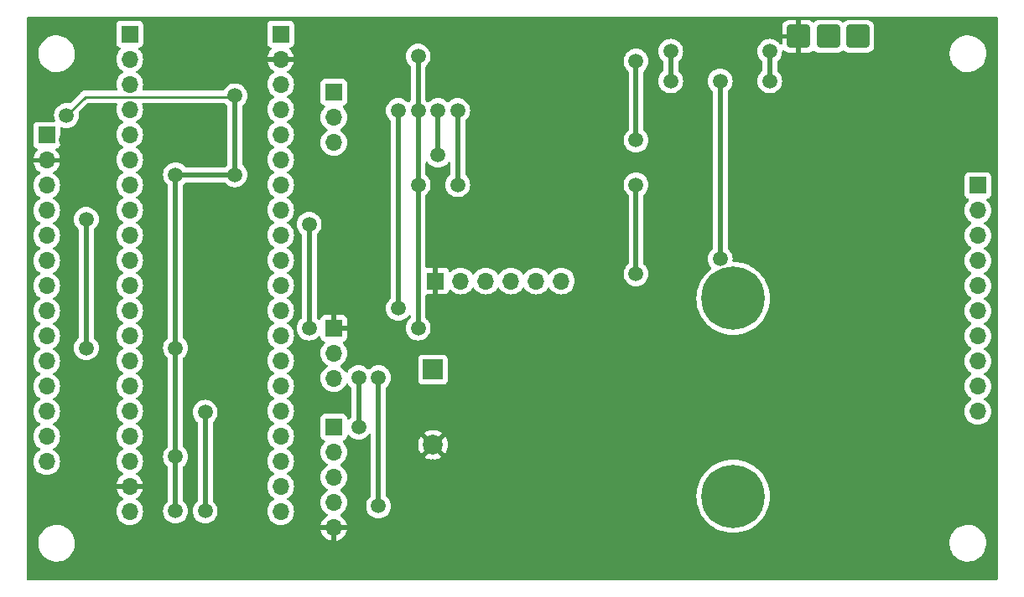
<source format=gbr>
%TF.GenerationSoftware,KiCad,Pcbnew,7.0.10-7.0.10~ubuntu20.04.1*%
%TF.CreationDate,2024-06-02T20:57:48+03:00*%
%TF.ProjectId,PatientMonitor,50617469-656e-4744-9d6f-6e69746f722e,rev?*%
%TF.SameCoordinates,PX6052340PY7a8c120*%
%TF.FileFunction,Copper,L1,Top*%
%TF.FilePolarity,Positive*%
%FSLAX46Y46*%
G04 Gerber Fmt 4.6, Leading zero omitted, Abs format (unit mm)*
G04 Created by KiCad (PCBNEW 7.0.10-7.0.10~ubuntu20.04.1) date 2024-06-02 20:57:48*
%MOMM*%
%LPD*%
G01*
G04 APERTURE LIST*
G04 Aperture macros list*
%AMRoundRect*
0 Rectangle with rounded corners*
0 $1 Rounding radius*
0 $2 $3 $4 $5 $6 $7 $8 $9 X,Y pos of 4 corners*
0 Add a 4 corners polygon primitive as box body*
4,1,4,$2,$3,$4,$5,$6,$7,$8,$9,$2,$3,0*
0 Add four circle primitives for the rounded corners*
1,1,$1+$1,$2,$3*
1,1,$1+$1,$4,$5*
1,1,$1+$1,$6,$7*
1,1,$1+$1,$8,$9*
0 Add four rect primitives between the rounded corners*
20,1,$1+$1,$2,$3,$4,$5,0*
20,1,$1+$1,$4,$5,$6,$7,0*
20,1,$1+$1,$6,$7,$8,$9,0*
20,1,$1+$1,$8,$9,$2,$3,0*%
G04 Aperture macros list end*
%TA.AperFunction,ComponentPad*%
%ADD10R,1.700000X1.700000*%
%TD*%
%TA.AperFunction,ComponentPad*%
%ADD11O,1.700000X1.700000*%
%TD*%
%TA.AperFunction,ComponentPad*%
%ADD12RoundRect,0.250001X0.899999X-0.899999X0.899999X0.899999X-0.899999X0.899999X-0.899999X-0.899999X0*%
%TD*%
%TA.AperFunction,ComponentPad*%
%ADD13R,2.000000X2.000000*%
%TD*%
%TA.AperFunction,ComponentPad*%
%ADD14C,2.000000*%
%TD*%
%TA.AperFunction,ComponentPad*%
%ADD15C,6.400000*%
%TD*%
%TA.AperFunction,ViaPad*%
%ADD16C,2.000000*%
%TD*%
%TA.AperFunction,ViaPad*%
%ADD17C,1.500000*%
%TD*%
%TA.AperFunction,Conductor*%
%ADD18C,0.500000*%
%TD*%
%TA.AperFunction,Conductor*%
%ADD19C,0.250000*%
%TD*%
G04 APERTURE END LIST*
D10*
%TO.P,J6,1,Pin_1*%
%TO.N,+5V*%
X25620000Y55230000D03*
D11*
%TO.P,J6,2,Pin_2*%
%TO.N,GND*%
X25620000Y52690000D03*
%TO.P,J6,3,Pin_3*%
%TO.N,+3V3*%
X25620000Y50150000D03*
%TO.P,J6,4,Pin_4*%
%TO.N,/SD_CD*%
X25620000Y47610000D03*
%TO.P,J6,5,Pin_5*%
%TO.N,unconnected-(J6-Pin_5-Pad5)*%
X25620000Y45070000D03*
%TO.P,J6,6,Pin_6*%
%TO.N,/POX_IRQ*%
X25620000Y42530000D03*
%TO.P,J6,7,Pin_7*%
%TO.N,/LED_R*%
X25620000Y39990000D03*
%TO.P,J6,8,Pin_8*%
%TO.N,/BUZZ*%
X25620000Y37450000D03*
%TO.P,J6,9,Pin_9*%
%TO.N,/SD_CMD*%
X25620000Y34910000D03*
%TO.P,J6,10,Pin_10*%
%TO.N,/BTN_UP*%
X25620000Y32370000D03*
%TO.P,J6,11,Pin_11*%
%TO.N,/BTN_DN*%
X25620000Y29830000D03*
%TO.P,J6,12,Pin_12*%
%TO.N,/ECG_LO+*%
X25620000Y27290000D03*
%TO.P,J6,13,Pin_13*%
%TO.N,/BAT_V*%
X25620000Y24750000D03*
%TO.P,J6,14,Pin_14*%
%TO.N,/ECG_RAW*%
X25620000Y22210000D03*
%TO.P,J6,15,Pin_15*%
%TO.N,/BTN_OK*%
X25620000Y19670000D03*
%TO.P,J6,16,Pin_16*%
%TO.N,unconnected-(J6-Pin_16-Pad16)*%
X25620000Y17130000D03*
%TO.P,J6,17,Pin_17*%
%TO.N,unconnected-(J6-Pin_17-Pad17)*%
X25620000Y14590000D03*
%TO.P,J6,18,Pin_18*%
%TO.N,unconnected-(J6-Pin_18-Pad18)*%
X25620000Y12050000D03*
%TO.P,J6,19,Pin_19*%
%TO.N,/LED_B*%
X25620000Y9510000D03*
%TO.P,J6,20,Pin_20*%
%TO.N,unconnected-(J6-Pin_20-Pad20)*%
X25620000Y6970000D03*
%TD*%
D10*
%TO.P,J1,1,Pin_1*%
%TO.N,/TFT_CS*%
X10380000Y55230000D03*
D11*
%TO.P,J1,2,Pin_2*%
%TO.N,/TFT_RESET*%
X10380000Y52690000D03*
%TO.P,J1,3,Pin_3*%
%TO.N,/TFT_DC*%
X10380000Y50150000D03*
%TO.P,J1,4,Pin_4*%
%TO.N,/SD_CLK*%
X10380000Y47610000D03*
%TO.P,J1,5,Pin_5*%
%TO.N,/TP_CS*%
X10380000Y45070000D03*
%TO.P,J1,6,Pin_6*%
%TO.N,/TMP*%
X10380000Y42530000D03*
%TO.P,J1,7,Pin_7*%
%TO.N,/ECG_LO-*%
X10380000Y39990000D03*
%TO.P,J1,8,Pin_8*%
%TO.N,unconnected-(J1-Pin_8-Pad8)*%
X10380000Y37450000D03*
%TO.P,J1,9,Pin_9*%
%TO.N,unconnected-(J1-Pin_9-Pad9)*%
X10380000Y34910000D03*
%TO.P,J1,10,Pin_10*%
%TO.N,/LED*%
X10380000Y32370000D03*
%TO.P,J1,11,Pin_11*%
%TO.N,/TFT_SCK*%
X10380000Y29830000D03*
%TO.P,J1,12,Pin_12*%
%TO.N,/TFT_SDO*%
X10380000Y27290000D03*
%TO.P,J1,13,Pin_13*%
%TO.N,/TFT_SDI*%
X10380000Y24750000D03*
%TO.P,J1,14,Pin_14*%
%TO.N,/POX_SCL*%
X10380000Y22210000D03*
%TO.P,J1,15,Pin_15*%
%TO.N,/SD_DAT0*%
X10380000Y19670000D03*
%TO.P,J1,16,Pin_16*%
%TO.N,/TP_IRQ*%
X10380000Y17130000D03*
%TO.P,J1,17,Pin_17*%
%TO.N,/POX_SDA*%
X10380000Y14590000D03*
%TO.P,J1,18,Pin_18*%
%TO.N,unconnected-(J1-Pin_18-Pad18)*%
X10380000Y12050000D03*
%TO.P,J1,19,Pin_19*%
%TO.N,GND*%
X10380000Y9510000D03*
%TO.P,J1,20,Pin_20*%
%TO.N,+3V3*%
X10380000Y6970000D03*
%TD*%
D12*
%TO.P,J8,1,Pin_1*%
%TO.N,Net-(J8-Pin_1)*%
X80900000Y55000000D03*
%TD*%
%TO.P,J9,1,Pin_1*%
%TO.N,Net-(J9-Pin_1)*%
X83900000Y55000000D03*
%TD*%
D10*
%TO.P,J5,1,Pin_1*%
%TO.N,unconnected-(J5-Pin_1-Pad1)*%
X31000000Y49350000D03*
D11*
%TO.P,J5,2,Pin_2*%
%TO.N,unconnected-(J5-Pin_2-Pad2)*%
X31000000Y46810000D03*
%TO.P,J5,3,Pin_3*%
%TO.N,unconnected-(J5-Pin_3-Pad3)*%
X31000000Y44270000D03*
%TD*%
D10*
%TO.P,J11,1,Pin_1*%
%TO.N,+3V3*%
X31000000Y15500000D03*
D11*
%TO.P,J11,2,Pin_2*%
%TO.N,/POX_IRQ*%
X31000000Y12960000D03*
%TO.P,J11,3,Pin_3*%
%TO.N,/POX_SCL*%
X31000000Y10420000D03*
%TO.P,J11,4,Pin_4*%
%TO.N,/POX_SDA*%
X31000000Y7880000D03*
%TO.P,J11,5,Pin_5*%
%TO.N,GND*%
X31000000Y5340000D03*
%TD*%
D10*
%TO.P,J10,1,Pin_1*%
%TO.N,GND*%
X31000000Y25500000D03*
D11*
%TO.P,J10,2,Pin_2*%
%TO.N,/TMP*%
X31000000Y22960000D03*
%TO.P,J10,3,Pin_3*%
%TO.N,+3V3*%
X31000000Y20420000D03*
%TD*%
D10*
%TO.P,J2,1,Pin_1*%
%TO.N,+3V3*%
X96000000Y39930000D03*
D11*
%TO.P,J2,2,Pin_2*%
%TO.N,/LED_B*%
X96000000Y37390000D03*
%TO.P,J2,3,Pin_3*%
%TO.N,/LED_R*%
X96000000Y34850000D03*
%TO.P,J2,4,Pin_4*%
%TO.N,/SD_CD*%
X96000000Y32310000D03*
%TO.P,J2,5,Pin_5*%
%TO.N,/SD_CMD*%
X96000000Y29770000D03*
%TO.P,J2,6,Pin_6*%
%TO.N,/SD_DAT0*%
X96000000Y27230000D03*
%TO.P,J2,7,Pin_7*%
%TO.N,/SD_CLK*%
X96000000Y24690000D03*
%TO.P,J2,8,Pin_8*%
%TO.N,Net-(J2-Pin_8)*%
X96000000Y22150000D03*
%TO.P,J2,9,Pin_9*%
%TO.N,Net-(J2-Pin_9)*%
X96000000Y19610000D03*
%TO.P,J2,10,Pin_10*%
%TO.N,Net-(J2-Pin_10)*%
X96000000Y17070000D03*
%TD*%
D13*
%TO.P,BZ1,1,+*%
%TO.N,Net-(BZ1-+)*%
X41000000Y21300000D03*
D14*
%TO.P,BZ1,2,-*%
%TO.N,GND*%
X41000000Y13700000D03*
%TD*%
D15*
%TO.P,H6,1*%
%TO.N,N/C*%
X71300000Y8500000D03*
%TD*%
%TO.P,H5,1*%
%TO.N,N/C*%
X71300000Y28500000D03*
%TD*%
D12*
%TO.P,J7,1,Pin_1*%
%TO.N,GND*%
X77900000Y55000000D03*
%TD*%
D10*
%TO.P,J3,1,Pin_1*%
%TO.N,+3V3*%
X2000000Y45010000D03*
D11*
%TO.P,J3,2,Pin_2*%
%TO.N,GND*%
X2000000Y42470000D03*
%TO.P,J3,3,Pin_3*%
%TO.N,/TFT_CS*%
X2000000Y39930000D03*
%TO.P,J3,4,Pin_4*%
%TO.N,/TFT_RESET*%
X2000000Y37390000D03*
%TO.P,J3,5,Pin_5*%
%TO.N,/TFT_DC*%
X2000000Y34850000D03*
%TO.P,J3,6,Pin_6*%
%TO.N,/TFT_SDI*%
X2000000Y32310000D03*
%TO.P,J3,7,Pin_7*%
%TO.N,/TFT_SCK*%
X2000000Y29770000D03*
%TO.P,J3,8,Pin_8*%
%TO.N,/LED*%
X2000000Y27230000D03*
%TO.P,J3,9,Pin_9*%
%TO.N,/TFT_SDO*%
X2000000Y24690000D03*
%TO.P,J3,10,Pin_10*%
%TO.N,/TFT_SCK*%
X2000000Y22150000D03*
%TO.P,J3,11,Pin_11*%
%TO.N,/TP_CS*%
X2000000Y19610000D03*
%TO.P,J3,12,Pin_12*%
%TO.N,/TP_DIN*%
X2000000Y17070000D03*
%TO.P,J3,13,Pin_13*%
%TO.N,/TP_OUT*%
X2000000Y14530000D03*
%TO.P,J3,14,Pin_14*%
%TO.N,/TP_IRQ*%
X2000000Y11990000D03*
%TD*%
D10*
%TO.P,J4,1,Pin_1*%
%TO.N,GND*%
X41250000Y30270000D03*
D11*
%TO.P,J4,2,Pin_2*%
%TO.N,+3V3*%
X43790000Y30270000D03*
%TO.P,J4,3,Pin_3*%
%TO.N,/ECG_RAW*%
X46330000Y30270000D03*
%TO.P,J4,4,Pin_4*%
%TO.N,/ECG_LO-*%
X48870000Y30270000D03*
%TO.P,J4,5,Pin_5*%
%TO.N,/ECG_LO+*%
X51410000Y30270000D03*
%TO.P,J4,6,Pin_6*%
%TO.N,unconnected-(J4-Pin_6-Pad6)*%
X53950000Y30270000D03*
%TD*%
D16*
%TO.N,GND*%
X1500000Y48500000D03*
X96500000Y48500000D03*
X96500000Y8500000D03*
X1500000Y8500000D03*
D17*
%TO.N,Net-(BZ1-+)*%
X28500000Y25500000D03*
X28500000Y36000000D03*
%TO.N,+5V*%
X65000000Y53500000D03*
X65000000Y50500000D03*
%TO.N,GND*%
X4000000Y44500000D03*
X8000000Y9500000D03*
X33500000Y5500000D03*
X75000000Y47500000D03*
X70000000Y53500000D03*
X41000000Y11500000D03*
X89500000Y17000000D03*
X49500000Y53000000D03*
X33500000Y25525000D03*
X89500000Y21500000D03*
X30500000Y36000000D03*
X41500000Y27500000D03*
X41500000Y40000000D03*
%TO.N,Net-(J9-Pin_1)*%
X70000000Y32500000D03*
X70000000Y50500000D03*
%TO.N,+3V3*%
X39500000Y25500000D03*
X15000000Y7000000D03*
X15000000Y12500000D03*
X33500000Y15500000D03*
X15000000Y41000000D03*
X21000000Y49000000D03*
X39500000Y53000000D03*
X15000000Y23500000D03*
X39500000Y47500000D03*
X33500000Y20500000D03*
X39500000Y40000000D03*
X21000000Y41000000D03*
X4000000Y47000000D03*
%TO.N,/TP_CS*%
X6000000Y23500000D03*
X6000000Y36500000D03*
%TO.N,/ECG_LO-*%
X35500000Y20500000D03*
X18000000Y17000000D03*
X35500000Y7500000D03*
X18000000Y7000000D03*
%TO.N,/TMP*%
X37500000Y27500000D03*
X37500000Y47500000D03*
%TO.N,/SD_DAT0*%
X61500000Y31000000D03*
X61500000Y40000000D03*
%TO.N,/LED_R*%
X61500000Y44500000D03*
X61500000Y52500000D03*
%TO.N,/SD_CD*%
X41500000Y47500000D03*
X41500000Y43000000D03*
%TO.N,/SD_CLK*%
X43500000Y40000000D03*
X43500000Y47500000D03*
%TO.N,Net-(J8-Pin_1)*%
X75000000Y53500000D03*
X75000000Y50500000D03*
%TD*%
D18*
%TO.N,Net-(BZ1-+)*%
X28500000Y36000000D02*
X28500000Y25500000D01*
%TO.N,+5V*%
X65000000Y53500000D02*
X65000000Y50500000D01*
%TO.N,Net-(J9-Pin_1)*%
X70000000Y50500000D02*
X70000000Y32500000D01*
%TO.N,+3V3*%
X39500000Y25500000D02*
X39500000Y47500000D01*
X39500000Y53000000D02*
X39500000Y47500000D01*
D19*
X20900000Y48900000D02*
X5900000Y48900000D01*
X5900000Y48900000D02*
X4000000Y47000000D01*
D18*
X21000000Y49000000D02*
X21000000Y41000000D01*
X21000000Y41000000D02*
X15000000Y41000000D01*
X15000000Y12500000D02*
X15000000Y41000000D01*
X33500000Y15500000D02*
X33500000Y20500000D01*
X15000000Y12500000D02*
X15000000Y7000000D01*
D19*
X21000000Y49000000D02*
X20900000Y48900000D01*
D18*
%TO.N,/TP_CS*%
X6000000Y23500000D02*
X6000000Y36500000D01*
%TO.N,/ECG_LO-*%
X35500000Y20500000D02*
X35500000Y7500000D01*
X18000000Y7000000D02*
X18000000Y17000000D01*
%TO.N,/TMP*%
X37500000Y27500000D02*
X37500000Y47000000D01*
%TO.N,/SD_DAT0*%
X61500000Y31000000D02*
X61500000Y40000000D01*
%TO.N,/LED_R*%
X61500000Y44500000D02*
X61500000Y52500000D01*
%TO.N,/SD_CD*%
X41500000Y43000000D02*
X41500000Y47500000D01*
%TO.N,/SD_CLK*%
X43500000Y47000000D02*
X43500000Y40000000D01*
%TO.N,Net-(J8-Pin_1)*%
X75000000Y53500000D02*
X75000000Y50500000D01*
%TD*%
%TA.AperFunction,Conductor*%
%TO.N,GND*%
G36*
X97942539Y56979815D02*
G01*
X97988294Y56927011D01*
X97999500Y56875500D01*
X97999500Y124500D01*
X97979815Y57461D01*
X97927011Y11706D01*
X97875500Y500D01*
X124500Y500D01*
X57461Y20185D01*
X11706Y72989D01*
X500Y124500D01*
X500Y3682237D01*
X1145787Y3682237D01*
X1175413Y3412987D01*
X1175415Y3412976D01*
X1243926Y3150918D01*
X1243928Y3150912D01*
X1349870Y2901610D01*
X1421998Y2783425D01*
X1490979Y2670395D01*
X1490986Y2670385D01*
X1664253Y2462181D01*
X1664259Y2462176D01*
X1865998Y2281418D01*
X2091910Y2131956D01*
X2337176Y2016980D01*
X2337183Y2016978D01*
X2337185Y2016977D01*
X2596557Y1938943D01*
X2596564Y1938942D01*
X2596569Y1938940D01*
X2864561Y1899500D01*
X2864566Y1899500D01*
X3067629Y1899500D01*
X3067631Y1899500D01*
X3067636Y1899501D01*
X3067648Y1899501D01*
X3105191Y1902250D01*
X3270156Y1914323D01*
X3382758Y1939407D01*
X3534546Y1973218D01*
X3534548Y1973219D01*
X3534553Y1973220D01*
X3787558Y2069986D01*
X4023777Y2202559D01*
X4238177Y2368112D01*
X4426186Y2563119D01*
X4583799Y2783421D01*
X4657787Y2927331D01*
X4707649Y3024310D01*
X4707651Y3024316D01*
X4707656Y3024325D01*
X4795118Y3280695D01*
X4844319Y3547067D01*
X4849259Y3682237D01*
X93145787Y3682237D01*
X93175413Y3412987D01*
X93175415Y3412976D01*
X93243926Y3150918D01*
X93243928Y3150912D01*
X93349870Y2901610D01*
X93421998Y2783425D01*
X93490979Y2670395D01*
X93490986Y2670385D01*
X93664253Y2462181D01*
X93664259Y2462176D01*
X93865998Y2281418D01*
X94091910Y2131956D01*
X94337176Y2016980D01*
X94337183Y2016978D01*
X94337185Y2016977D01*
X94596557Y1938943D01*
X94596564Y1938942D01*
X94596569Y1938940D01*
X94864561Y1899500D01*
X94864566Y1899500D01*
X95067629Y1899500D01*
X95067631Y1899500D01*
X95067636Y1899501D01*
X95067648Y1899501D01*
X95105191Y1902250D01*
X95270156Y1914323D01*
X95382758Y1939407D01*
X95534546Y1973218D01*
X95534548Y1973219D01*
X95534553Y1973220D01*
X95787558Y2069986D01*
X96023777Y2202559D01*
X96238177Y2368112D01*
X96426186Y2563119D01*
X96583799Y2783421D01*
X96657787Y2927331D01*
X96707649Y3024310D01*
X96707651Y3024316D01*
X96707656Y3024325D01*
X96795118Y3280695D01*
X96844319Y3547067D01*
X96854212Y3817765D01*
X96824586Y4087018D01*
X96756072Y4349088D01*
X96650130Y4598390D01*
X96509018Y4829610D01*
X96470913Y4875398D01*
X96335746Y5037820D01*
X96335740Y5037825D01*
X96134002Y5218582D01*
X95908092Y5368043D01*
X95814560Y5411889D01*
X95662824Y5483020D01*
X95662819Y5483022D01*
X95662814Y5483024D01*
X95403442Y5561058D01*
X95403428Y5561061D01*
X95287791Y5578079D01*
X95135439Y5600500D01*
X94932369Y5600500D01*
X94932351Y5600500D01*
X94729844Y5585677D01*
X94729831Y5585675D01*
X94465453Y5526783D01*
X94465446Y5526780D01*
X94212439Y5430013D01*
X93976226Y5297443D01*
X93761822Y5131888D01*
X93573822Y4936891D01*
X93573816Y4936884D01*
X93416202Y4716581D01*
X93416199Y4716576D01*
X93292350Y4475691D01*
X93292343Y4475673D01*
X93204884Y4219315D01*
X93204881Y4219301D01*
X93155681Y3952932D01*
X93155680Y3952925D01*
X93145787Y3682237D01*
X4849259Y3682237D01*
X4854212Y3817765D01*
X4824586Y4087018D01*
X4756072Y4349088D01*
X4650130Y4598390D01*
X4509018Y4829610D01*
X4470913Y4875398D01*
X4335746Y5037820D01*
X4335740Y5037825D01*
X4134002Y5218582D01*
X3908092Y5368043D01*
X3814560Y5411889D01*
X3662824Y5483020D01*
X3662819Y5483022D01*
X3662814Y5483024D01*
X3403442Y5561058D01*
X3403428Y5561061D01*
X3287791Y5578079D01*
X3135439Y5600500D01*
X2932369Y5600500D01*
X2932351Y5600500D01*
X2729844Y5585677D01*
X2729831Y5585675D01*
X2465453Y5526783D01*
X2465446Y5526780D01*
X2212439Y5430013D01*
X1976226Y5297443D01*
X1761822Y5131888D01*
X1573822Y4936891D01*
X1573816Y4936884D01*
X1416202Y4716581D01*
X1416199Y4716576D01*
X1292350Y4475691D01*
X1292343Y4475673D01*
X1204884Y4219315D01*
X1204881Y4219301D01*
X1155681Y3952932D01*
X1155680Y3952925D01*
X1145787Y3682237D01*
X500Y3682237D01*
X500Y11990000D01*
X644341Y11990000D01*
X664936Y11754597D01*
X664938Y11754587D01*
X726094Y11526345D01*
X726096Y11526341D01*
X726097Y11526337D01*
X797988Y11372166D01*
X825965Y11312170D01*
X825967Y11312166D01*
X919493Y11178598D01*
X961505Y11118599D01*
X1128599Y10951505D01*
X1225384Y10883735D01*
X1322165Y10815968D01*
X1322167Y10815967D01*
X1322170Y10815965D01*
X1536337Y10716097D01*
X1764592Y10654937D01*
X1952918Y10638461D01*
X1999999Y10634341D01*
X2000000Y10634341D01*
X2000001Y10634341D01*
X2039234Y10637774D01*
X2235408Y10654937D01*
X2463663Y10716097D01*
X2677830Y10815965D01*
X2871401Y10951505D01*
X3038495Y11118599D01*
X3174035Y11312170D01*
X3273903Y11526337D01*
X3335063Y11754592D01*
X3355659Y11990000D01*
X3335063Y12225408D01*
X3273903Y12453663D01*
X3174035Y12667829D01*
X3138922Y12717977D01*
X3038494Y12861403D01*
X2871402Y13028494D01*
X2871396Y13028499D01*
X2685842Y13158425D01*
X2642217Y13213002D01*
X2635023Y13282500D01*
X2666546Y13344855D01*
X2685842Y13361575D01*
X2763519Y13415965D01*
X2871401Y13491505D01*
X3038495Y13658599D01*
X3174035Y13852170D01*
X3273903Y14066337D01*
X3335063Y14294592D01*
X3355659Y14530000D01*
X3354923Y14538407D01*
X3340728Y14700659D01*
X3335063Y14765408D01*
X3273903Y14993663D01*
X3174035Y15207829D01*
X3132022Y15267831D01*
X3038494Y15401403D01*
X2871402Y15568494D01*
X2871396Y15568499D01*
X2685842Y15698425D01*
X2642217Y15753002D01*
X2635023Y15822500D01*
X2666546Y15884855D01*
X2685842Y15901575D01*
X2725480Y15929330D01*
X2871401Y16031505D01*
X3038495Y16198599D01*
X3174035Y16392170D01*
X3273903Y16606337D01*
X3335063Y16834592D01*
X3355659Y17070000D01*
X3335063Y17305408D01*
X3273903Y17533663D01*
X3174035Y17747829D01*
X3132690Y17806877D01*
X3038494Y17941403D01*
X2871402Y18108494D01*
X2871396Y18108499D01*
X2685842Y18238425D01*
X2642217Y18293002D01*
X2635023Y18362500D01*
X2666546Y18424855D01*
X2685842Y18441575D01*
X2763519Y18495965D01*
X2871401Y18571505D01*
X3038495Y18738599D01*
X3174035Y18932170D01*
X3273903Y19146337D01*
X3335063Y19374592D01*
X3355659Y19610000D01*
X3335063Y19845408D01*
X3273903Y20073663D01*
X3174035Y20287829D01*
X3132022Y20347831D01*
X3038494Y20481403D01*
X2871402Y20648494D01*
X2871396Y20648499D01*
X2685842Y20778425D01*
X2642217Y20833002D01*
X2635023Y20902500D01*
X2666546Y20964855D01*
X2685842Y20981575D01*
X2763519Y21035965D01*
X2871401Y21111505D01*
X3038495Y21278599D01*
X3174035Y21472170D01*
X3273903Y21686337D01*
X3335063Y21914592D01*
X3355659Y22150000D01*
X3335063Y22385408D01*
X3273903Y22613663D01*
X3174035Y22827829D01*
X3142854Y22872361D01*
X3038494Y23021403D01*
X2871402Y23188494D01*
X2871396Y23188499D01*
X2685842Y23318425D01*
X2642217Y23373002D01*
X2635023Y23442500D01*
X2664091Y23499998D01*
X4744723Y23499998D01*
X4763793Y23282025D01*
X4763793Y23282021D01*
X4820422Y23070678D01*
X4820424Y23070674D01*
X4820425Y23070670D01*
X4843399Y23021403D01*
X4912897Y22872362D01*
X4912898Y22872361D01*
X5038402Y22693123D01*
X5193123Y22538402D01*
X5372361Y22412898D01*
X5570670Y22320425D01*
X5782023Y22263793D01*
X5964926Y22247792D01*
X5999998Y22244723D01*
X6000000Y22244723D01*
X6000002Y22244723D01*
X6028254Y22247195D01*
X6217977Y22263793D01*
X6429330Y22320425D01*
X6627639Y22412898D01*
X6806877Y22538402D01*
X6961598Y22693123D01*
X7087102Y22872361D01*
X7179575Y23070670D01*
X7236207Y23282023D01*
X7255277Y23500000D01*
X7255058Y23502500D01*
X7248140Y23581575D01*
X7236207Y23717977D01*
X7179575Y23929330D01*
X7087102Y24127638D01*
X7087100Y24127641D01*
X7087099Y24127643D01*
X6961599Y24306876D01*
X6948048Y24320427D01*
X6806877Y24461598D01*
X6803374Y24464051D01*
X6759751Y24518628D01*
X6750500Y24565624D01*
X6750500Y35434376D01*
X6770185Y35501415D01*
X6803378Y35535952D01*
X6803432Y35535991D01*
X6806877Y35538402D01*
X6961598Y35693123D01*
X7087102Y35872361D01*
X7179575Y36070670D01*
X7236207Y36282023D01*
X7255277Y36500000D01*
X7236207Y36717977D01*
X7179575Y36929330D01*
X7087102Y37127638D01*
X7087100Y37127641D01*
X7087099Y37127643D01*
X6961599Y37306876D01*
X6961596Y37306879D01*
X6806877Y37461598D01*
X6627639Y37587102D01*
X6627640Y37587102D01*
X6627638Y37587103D01*
X6528484Y37633339D01*
X6429330Y37679575D01*
X6429326Y37679576D01*
X6429322Y37679578D01*
X6217977Y37736207D01*
X6000002Y37755277D01*
X5999998Y37755277D01*
X5854682Y37742564D01*
X5782023Y37736207D01*
X5782020Y37736207D01*
X5570677Y37679578D01*
X5570668Y37679574D01*
X5372361Y37587102D01*
X5372357Y37587100D01*
X5193121Y37461598D01*
X5038402Y37306879D01*
X4912900Y37127643D01*
X4912898Y37127639D01*
X4820426Y36929332D01*
X4820422Y36929323D01*
X4763793Y36717980D01*
X4763793Y36717976D01*
X4744723Y36500003D01*
X4744723Y36499998D01*
X4763793Y36282025D01*
X4763793Y36282021D01*
X4820422Y36070678D01*
X4820424Y36070674D01*
X4820425Y36070670D01*
X4844787Y36018425D01*
X4912897Y35872362D01*
X4912898Y35872361D01*
X5038402Y35693123D01*
X5143694Y35587831D01*
X5193123Y35538402D01*
X5196622Y35535952D01*
X5240248Y35481375D01*
X5249500Y35434376D01*
X5249500Y24565624D01*
X5229815Y24498585D01*
X5196625Y24464050D01*
X5193125Y24461600D01*
X5038400Y24306876D01*
X4912900Y24127643D01*
X4912898Y24127639D01*
X4820426Y23929332D01*
X4820422Y23929323D01*
X4763793Y23717980D01*
X4763793Y23717976D01*
X4744723Y23500003D01*
X4744723Y23499998D01*
X2664091Y23499998D01*
X2666546Y23504855D01*
X2685842Y23521575D01*
X2763519Y23575965D01*
X2871401Y23651505D01*
X3038495Y23818599D01*
X3174035Y24012170D01*
X3273903Y24226337D01*
X3335063Y24454592D01*
X3355659Y24690000D01*
X3335063Y24925408D01*
X3273903Y25153663D01*
X3174035Y25367829D01*
X3132022Y25427831D01*
X3038494Y25561403D01*
X2871402Y25728494D01*
X2871396Y25728499D01*
X2685842Y25858425D01*
X2642217Y25913002D01*
X2635023Y25982500D01*
X2666546Y26044855D01*
X2685842Y26061575D01*
X2763519Y26115965D01*
X2871401Y26191505D01*
X3038495Y26358599D01*
X3174035Y26552170D01*
X3273903Y26766337D01*
X3335063Y26994592D01*
X3355659Y27230000D01*
X3335063Y27465408D01*
X3273903Y27693663D01*
X3174035Y27907829D01*
X3132022Y27967831D01*
X3038494Y28101403D01*
X2871402Y28268494D01*
X2871396Y28268499D01*
X2685842Y28398425D01*
X2642217Y28453002D01*
X2635023Y28522500D01*
X2666546Y28584855D01*
X2685842Y28601575D01*
X2763519Y28655965D01*
X2871401Y28731505D01*
X3038495Y28898599D01*
X3174035Y29092170D01*
X3273903Y29306337D01*
X3335063Y29534592D01*
X3355659Y29770000D01*
X3335063Y30005408D01*
X3273903Y30233663D01*
X3174035Y30447829D01*
X3132022Y30507831D01*
X3038494Y30641403D01*
X2871402Y30808494D01*
X2871396Y30808499D01*
X2685842Y30938425D01*
X2642217Y30993002D01*
X2635023Y31062500D01*
X2666546Y31124855D01*
X2685842Y31141575D01*
X2768643Y31199553D01*
X2871401Y31271505D01*
X3038495Y31438599D01*
X3174035Y31632170D01*
X3273903Y31846337D01*
X3335063Y32074592D01*
X3355659Y32310000D01*
X3335063Y32545408D01*
X3273903Y32773663D01*
X3174035Y32987829D01*
X3132022Y33047831D01*
X3038494Y33181403D01*
X2871402Y33348494D01*
X2871396Y33348499D01*
X2685842Y33478425D01*
X2642217Y33533002D01*
X2635023Y33602500D01*
X2666546Y33664855D01*
X2685842Y33681575D01*
X2763519Y33735965D01*
X2871401Y33811505D01*
X3038495Y33978599D01*
X3174035Y34172170D01*
X3273903Y34386337D01*
X3335063Y34614592D01*
X3355659Y34850000D01*
X3335063Y35085408D01*
X3273903Y35313663D01*
X3174035Y35527829D01*
X3168348Y35535952D01*
X3038494Y35721403D01*
X2871402Y35888494D01*
X2871396Y35888499D01*
X2685842Y36018425D01*
X2642217Y36073002D01*
X2635023Y36142500D01*
X2666546Y36204855D01*
X2685842Y36221575D01*
X2763519Y36275965D01*
X2871401Y36351505D01*
X3038495Y36518599D01*
X3174035Y36712170D01*
X3273903Y36926337D01*
X3335063Y37154592D01*
X3355659Y37390000D01*
X3335063Y37625408D01*
X3273903Y37853663D01*
X3174035Y38067829D01*
X3132022Y38127831D01*
X3038494Y38261403D01*
X2871402Y38428494D01*
X2871396Y38428499D01*
X2685842Y38558425D01*
X2642217Y38613002D01*
X2635023Y38682500D01*
X2666546Y38744855D01*
X2685842Y38761575D01*
X2769891Y38820427D01*
X2871401Y38891505D01*
X3038495Y39058599D01*
X3174035Y39252170D01*
X3273903Y39466337D01*
X3335063Y39694592D01*
X3355659Y39930000D01*
X3335063Y40165408D01*
X3273903Y40393663D01*
X3174035Y40607829D01*
X3160162Y40627643D01*
X3038494Y40801403D01*
X2871402Y40968494D01*
X2871401Y40968495D01*
X2685405Y41098731D01*
X2641781Y41153308D01*
X2634588Y41222807D01*
X2666110Y41285161D01*
X2685405Y41301881D01*
X2871082Y41431895D01*
X3038105Y41598918D01*
X3173600Y41792422D01*
X3273429Y42006508D01*
X3273432Y42006514D01*
X3330636Y42220000D01*
X2433686Y42220000D01*
X2459493Y42260156D01*
X2500000Y42398111D01*
X2500000Y42541889D01*
X2459493Y42679844D01*
X2433686Y42720000D01*
X3330636Y42720000D01*
X3330635Y42720001D01*
X3273432Y42933487D01*
X3273429Y42933493D01*
X3173600Y43147578D01*
X3173599Y43147580D01*
X3038113Y43341074D01*
X3038108Y43341080D01*
X2916053Y43463135D01*
X2882568Y43524458D01*
X2887552Y43594150D01*
X2929424Y43650083D01*
X2960400Y43666998D01*
X3092331Y43716204D01*
X3207546Y43802454D01*
X3293796Y43917669D01*
X3344091Y44052517D01*
X3350500Y44112127D01*
X3350499Y45728453D01*
X3370184Y45795491D01*
X3422987Y45841246D01*
X3492146Y45851190D01*
X3526900Y45840836D01*
X3570670Y45820425D01*
X3782023Y45763793D01*
X3964474Y45747831D01*
X3999998Y45744723D01*
X4000000Y45744723D01*
X4000002Y45744723D01*
X4028254Y45747195D01*
X4217977Y45763793D01*
X4429330Y45820425D01*
X4627639Y45912898D01*
X4806877Y46038402D01*
X4961598Y46193123D01*
X5087102Y46372361D01*
X5179575Y46570670D01*
X5236207Y46782023D01*
X5255277Y47000000D01*
X5251304Y47045408D01*
X5248125Y47081742D01*
X5236207Y47217977D01*
X5226494Y47254226D01*
X5228157Y47324075D01*
X5258586Y47373998D01*
X6122771Y48238181D01*
X6184094Y48271666D01*
X6210452Y48274500D01*
X9005108Y48274500D01*
X9072147Y48254815D01*
X9117902Y48202011D01*
X9127846Y48132853D01*
X9117490Y48098095D01*
X9106098Y48073665D01*
X9106094Y48073656D01*
X9044938Y47845414D01*
X9044936Y47845404D01*
X9024341Y47610001D01*
X9024341Y47610000D01*
X9044936Y47374597D01*
X9044938Y47374587D01*
X9106094Y47146345D01*
X9106096Y47146341D01*
X9106097Y47146337D01*
X9153161Y47045408D01*
X9205965Y46932170D01*
X9205967Y46932166D01*
X9291509Y46810001D01*
X9334945Y46747967D01*
X9341501Y46738605D01*
X9341506Y46738598D01*
X9508597Y46571507D01*
X9508603Y46571502D01*
X9694158Y46441575D01*
X9737783Y46386998D01*
X9744977Y46317500D01*
X9713454Y46255145D01*
X9694158Y46238425D01*
X9508597Y46108495D01*
X9341505Y45941403D01*
X9205965Y45747831D01*
X9205964Y45747829D01*
X9106098Y45533665D01*
X9106094Y45533656D01*
X9044938Y45305414D01*
X9044936Y45305404D01*
X9024341Y45070001D01*
X9024341Y45070000D01*
X9044936Y44834597D01*
X9044938Y44834587D01*
X9106094Y44606345D01*
X9106096Y44606341D01*
X9106097Y44606337D01*
X9153161Y44505408D01*
X9205965Y44392170D01*
X9205967Y44392166D01*
X9341501Y44198605D01*
X9341506Y44198598D01*
X9508597Y44031507D01*
X9508603Y44031502D01*
X9694158Y43901575D01*
X9737783Y43846998D01*
X9744977Y43777500D01*
X9713454Y43715145D01*
X9694158Y43698425D01*
X9508597Y43568495D01*
X9341505Y43401403D01*
X9205965Y43207831D01*
X9205964Y43207829D01*
X9106098Y42993665D01*
X9106094Y42993656D01*
X9044938Y42765414D01*
X9044936Y42765404D01*
X9024341Y42530001D01*
X9024341Y42530000D01*
X9044936Y42294597D01*
X9044938Y42294587D01*
X9106094Y42066345D01*
X9106096Y42066341D01*
X9106097Y42066337D01*
X9154937Y41961600D01*
X9205965Y41852170D01*
X9205967Y41852166D01*
X9341501Y41658605D01*
X9341506Y41658598D01*
X9508597Y41491507D01*
X9508603Y41491502D01*
X9694158Y41361575D01*
X9737783Y41306998D01*
X9744977Y41237500D01*
X9713454Y41175145D01*
X9694158Y41158425D01*
X9508597Y41028495D01*
X9341505Y40861403D01*
X9205965Y40667831D01*
X9205964Y40667829D01*
X9106098Y40453665D01*
X9106094Y40453656D01*
X9044938Y40225414D01*
X9044936Y40225404D01*
X9024341Y39990001D01*
X9024341Y39990000D01*
X9044936Y39754597D01*
X9044938Y39754587D01*
X9106094Y39526345D01*
X9106096Y39526341D01*
X9106097Y39526337D01*
X9195902Y39333751D01*
X9205965Y39312170D01*
X9205967Y39312166D01*
X9341501Y39118605D01*
X9341506Y39118598D01*
X9508597Y38951507D01*
X9508603Y38951502D01*
X9694158Y38821575D01*
X9737783Y38766998D01*
X9744977Y38697500D01*
X9713454Y38635145D01*
X9694158Y38618425D01*
X9508597Y38488495D01*
X9341505Y38321403D01*
X9205965Y38127831D01*
X9205964Y38127829D01*
X9106098Y37913665D01*
X9106094Y37913656D01*
X9044938Y37685414D01*
X9044936Y37685404D01*
X9024341Y37450001D01*
X9024341Y37450000D01*
X9044936Y37214597D01*
X9044938Y37214587D01*
X9106094Y36986345D01*
X9106096Y36986341D01*
X9106097Y36986337D01*
X9134072Y36926345D01*
X9205965Y36772170D01*
X9205967Y36772166D01*
X9341501Y36578605D01*
X9341506Y36578598D01*
X9508597Y36411507D01*
X9508603Y36411502D01*
X9694158Y36281575D01*
X9737783Y36226998D01*
X9744977Y36157500D01*
X9713454Y36095145D01*
X9694158Y36078425D01*
X9508597Y35948495D01*
X9341505Y35781403D01*
X9205965Y35587831D01*
X9205964Y35587829D01*
X9106098Y35373665D01*
X9106094Y35373656D01*
X9044938Y35145414D01*
X9044936Y35145404D01*
X9024341Y34910001D01*
X9024341Y34910000D01*
X9044936Y34674597D01*
X9044938Y34674587D01*
X9106094Y34446345D01*
X9106096Y34446341D01*
X9106097Y34446337D01*
X9134072Y34386345D01*
X9205965Y34232170D01*
X9205967Y34232166D01*
X9341501Y34038605D01*
X9341506Y34038598D01*
X9508597Y33871507D01*
X9508603Y33871502D01*
X9694158Y33741575D01*
X9737783Y33686998D01*
X9744977Y33617500D01*
X9713454Y33555145D01*
X9694158Y33538425D01*
X9508597Y33408495D01*
X9341505Y33241403D01*
X9205965Y33047831D01*
X9205964Y33047829D01*
X9106098Y32833665D01*
X9106094Y32833656D01*
X9044938Y32605414D01*
X9044936Y32605404D01*
X9024341Y32370001D01*
X9024341Y32370000D01*
X9044936Y32134597D01*
X9044938Y32134587D01*
X9106094Y31906345D01*
X9106096Y31906341D01*
X9106097Y31906337D01*
X9134072Y31846345D01*
X9205965Y31692170D01*
X9205967Y31692166D01*
X9341501Y31498605D01*
X9341506Y31498598D01*
X9508597Y31331507D01*
X9508603Y31331502D01*
X9694158Y31201575D01*
X9737783Y31146998D01*
X9744977Y31077500D01*
X9713454Y31015145D01*
X9694158Y30998425D01*
X9508597Y30868495D01*
X9341505Y30701403D01*
X9205965Y30507831D01*
X9205964Y30507829D01*
X9106098Y30293665D01*
X9106094Y30293656D01*
X9044938Y30065414D01*
X9044936Y30065404D01*
X9024341Y29830001D01*
X9024341Y29830000D01*
X9044936Y29594597D01*
X9044938Y29594587D01*
X9106094Y29366345D01*
X9106096Y29366341D01*
X9106097Y29366337D01*
X9168972Y29231502D01*
X9205965Y29152170D01*
X9205967Y29152166D01*
X9341501Y28958605D01*
X9341506Y28958598D01*
X9508597Y28791507D01*
X9508603Y28791502D01*
X9694158Y28661575D01*
X9737783Y28606998D01*
X9744977Y28537500D01*
X9713454Y28475145D01*
X9694158Y28458425D01*
X9508597Y28328495D01*
X9341505Y28161403D01*
X9205965Y27967831D01*
X9205964Y27967829D01*
X9106098Y27753665D01*
X9106094Y27753656D01*
X9044938Y27525414D01*
X9044936Y27525404D01*
X9024341Y27290001D01*
X9024341Y27290000D01*
X9044936Y27054597D01*
X9044938Y27054587D01*
X9106094Y26826345D01*
X9106096Y26826341D01*
X9106097Y26826337D01*
X9168218Y26693119D01*
X9205965Y26612170D01*
X9205967Y26612166D01*
X9341501Y26418605D01*
X9341506Y26418598D01*
X9508597Y26251507D01*
X9508603Y26251502D01*
X9694158Y26121575D01*
X9737783Y26066998D01*
X9744977Y25997500D01*
X9713454Y25935145D01*
X9694158Y25918425D01*
X9508597Y25788495D01*
X9341505Y25621403D01*
X9205965Y25427831D01*
X9205964Y25427829D01*
X9106098Y25213665D01*
X9106094Y25213656D01*
X9044938Y24985414D01*
X9044936Y24985404D01*
X9024341Y24750001D01*
X9024341Y24750000D01*
X9044936Y24514597D01*
X9044938Y24514587D01*
X9106094Y24286345D01*
X9106096Y24286341D01*
X9106097Y24286337D01*
X9180099Y24127639D01*
X9205965Y24072170D01*
X9205967Y24072166D01*
X9341501Y23878605D01*
X9341506Y23878598D01*
X9508597Y23711507D01*
X9508603Y23711502D01*
X9694158Y23581575D01*
X9737783Y23526998D01*
X9744977Y23457500D01*
X9713454Y23395145D01*
X9694158Y23378425D01*
X9508597Y23248495D01*
X9341505Y23081403D01*
X9205965Y22887831D01*
X9205964Y22887829D01*
X9106098Y22673665D01*
X9106094Y22673656D01*
X9044938Y22445414D01*
X9044936Y22445404D01*
X9024341Y22210001D01*
X9024341Y22210000D01*
X9044936Y21974597D01*
X9044938Y21974587D01*
X9106094Y21746345D01*
X9106096Y21746341D01*
X9106097Y21746337D01*
X9154283Y21643002D01*
X9205965Y21532170D01*
X9205967Y21532166D01*
X9314281Y21377479D01*
X9329211Y21356156D01*
X9341501Y21338605D01*
X9341506Y21338598D01*
X9508597Y21171507D01*
X9508603Y21171502D01*
X9694158Y21041575D01*
X9737783Y20986998D01*
X9744977Y20917500D01*
X9713454Y20855145D01*
X9694158Y20838425D01*
X9508597Y20708495D01*
X9341505Y20541403D01*
X9205965Y20347831D01*
X9205964Y20347829D01*
X9106098Y20133665D01*
X9106094Y20133656D01*
X9044938Y19905414D01*
X9044936Y19905404D01*
X9024341Y19670001D01*
X9024341Y19670000D01*
X9044936Y19434597D01*
X9044938Y19434587D01*
X9106094Y19206345D01*
X9106096Y19206341D01*
X9106097Y19206337D01*
X9162706Y19084939D01*
X9205965Y18992170D01*
X9205967Y18992166D01*
X9341501Y18798605D01*
X9341506Y18798598D01*
X9508597Y18631507D01*
X9508603Y18631502D01*
X9694158Y18501575D01*
X9737783Y18446998D01*
X9744977Y18377500D01*
X9713454Y18315145D01*
X9694158Y18298425D01*
X9508597Y18168495D01*
X9341505Y18001403D01*
X9205965Y17807831D01*
X9205964Y17807829D01*
X9106098Y17593665D01*
X9106094Y17593656D01*
X9044938Y17365414D01*
X9044936Y17365404D01*
X9024341Y17130001D01*
X9024341Y17130000D01*
X9044936Y16894597D01*
X9044938Y16894587D01*
X9106094Y16666345D01*
X9106096Y16666341D01*
X9106097Y16666337D01*
X9174975Y16518628D01*
X9205965Y16452170D01*
X9205967Y16452166D01*
X9341501Y16258605D01*
X9341506Y16258598D01*
X9508597Y16091507D01*
X9508603Y16091502D01*
X9694158Y15961575D01*
X9737783Y15906998D01*
X9744977Y15837500D01*
X9713454Y15775145D01*
X9694158Y15758425D01*
X9508597Y15628495D01*
X9341505Y15461403D01*
X9205965Y15267831D01*
X9205964Y15267829D01*
X9106098Y15053665D01*
X9106094Y15053656D01*
X9044938Y14825414D01*
X9044936Y14825404D01*
X9024341Y14590001D01*
X9024341Y14590000D01*
X9044936Y14354597D01*
X9044938Y14354587D01*
X9106094Y14126345D01*
X9106096Y14126341D01*
X9106097Y14126337D01*
X9150648Y14030798D01*
X9205965Y13912170D01*
X9205967Y13912166D01*
X9341501Y13718605D01*
X9341506Y13718598D01*
X9508597Y13551507D01*
X9508603Y13551502D01*
X9694158Y13421575D01*
X9737783Y13366998D01*
X9744977Y13297500D01*
X9713454Y13235145D01*
X9694158Y13218425D01*
X9508597Y13088495D01*
X9341505Y12921403D01*
X9205965Y12727831D01*
X9205964Y12727829D01*
X9106098Y12513665D01*
X9106094Y12513656D01*
X9044938Y12285414D01*
X9044936Y12285404D01*
X9024341Y12050001D01*
X9024341Y12050000D01*
X9044936Y11814597D01*
X9044938Y11814587D01*
X9106094Y11586345D01*
X9106096Y11586341D01*
X9106097Y11586337D01*
X9176958Y11434376D01*
X9205965Y11372170D01*
X9205967Y11372166D01*
X9262520Y11291401D01*
X9341505Y11178599D01*
X9508599Y11011505D01*
X9691173Y10883665D01*
X9694594Y10881270D01*
X9738219Y10826693D01*
X9745413Y10757195D01*
X9713890Y10694840D01*
X9694595Y10678120D01*
X9508922Y10548110D01*
X9508920Y10548109D01*
X9341891Y10381080D01*
X9341886Y10381074D01*
X9206400Y10187580D01*
X9206399Y10187578D01*
X9106570Y9973493D01*
X9106567Y9973487D01*
X9049364Y9760001D01*
X9049364Y9760000D01*
X9946314Y9760000D01*
X9920507Y9719844D01*
X9880000Y9581889D01*
X9880000Y9438111D01*
X9920507Y9300156D01*
X9946314Y9260000D01*
X9049364Y9260000D01*
X9106567Y9046514D01*
X9106570Y9046508D01*
X9206399Y8832422D01*
X9341894Y8638918D01*
X9508917Y8471895D01*
X9694595Y8341881D01*
X9738219Y8287304D01*
X9745412Y8217805D01*
X9713890Y8155451D01*
X9694595Y8138731D01*
X9508594Y8008492D01*
X9341505Y7841403D01*
X9205965Y7647831D01*
X9205964Y7647829D01*
X9106098Y7433665D01*
X9106094Y7433656D01*
X9044938Y7205414D01*
X9044936Y7205404D01*
X9024341Y6970001D01*
X9024341Y6970000D01*
X9044936Y6734597D01*
X9044938Y6734587D01*
X9106094Y6506345D01*
X9106096Y6506341D01*
X9106097Y6506337D01*
X9192790Y6320423D01*
X9205965Y6292170D01*
X9205967Y6292166D01*
X9275321Y6193119D01*
X9341505Y6098599D01*
X9508599Y5931505D01*
X9535173Y5912898D01*
X9702165Y5795968D01*
X9702167Y5795967D01*
X9702170Y5795965D01*
X9916337Y5696097D01*
X10144592Y5634937D01*
X10332918Y5618461D01*
X10379999Y5614341D01*
X10380000Y5614341D01*
X10380001Y5614341D01*
X10419234Y5617774D01*
X10615408Y5634937D01*
X10843663Y5696097D01*
X11057830Y5795965D01*
X11251401Y5931505D01*
X11418495Y6098599D01*
X11554035Y6292170D01*
X11653903Y6506337D01*
X11715063Y6734592D01*
X11735659Y6970000D01*
X11715063Y7205408D01*
X11658546Y7416336D01*
X11653905Y7433656D01*
X11653904Y7433657D01*
X11653903Y7433663D01*
X11554035Y7647829D01*
X11496798Y7729573D01*
X11418494Y7841403D01*
X11251402Y8008494D01*
X11251401Y8008495D01*
X11065405Y8138731D01*
X11021781Y8193308D01*
X11014588Y8262807D01*
X11046110Y8325161D01*
X11065405Y8341881D01*
X11251082Y8471895D01*
X11418105Y8638918D01*
X11553600Y8832422D01*
X11653429Y9046508D01*
X11653432Y9046514D01*
X11710636Y9260000D01*
X10813686Y9260000D01*
X10839493Y9300156D01*
X10880000Y9438111D01*
X10880000Y9581889D01*
X10839493Y9719844D01*
X10813686Y9760000D01*
X11710636Y9760000D01*
X11710635Y9760001D01*
X11653432Y9973487D01*
X11653429Y9973493D01*
X11553600Y10187578D01*
X11553599Y10187580D01*
X11418113Y10381074D01*
X11418108Y10381080D01*
X11251078Y10548110D01*
X11065405Y10678121D01*
X11021780Y10732698D01*
X11014588Y10802196D01*
X11046110Y10864551D01*
X11065406Y10881270D01*
X11068824Y10883663D01*
X11251401Y11011505D01*
X11418495Y11178599D01*
X11554035Y11372170D01*
X11653903Y11586337D01*
X11715063Y11814592D01*
X11735659Y12050000D01*
X11715063Y12285408D01*
X11658546Y12496336D01*
X11653905Y12513656D01*
X11653904Y12513657D01*
X11653903Y12513663D01*
X11554035Y12727829D01*
X11460508Y12861401D01*
X11418494Y12921403D01*
X11251402Y13088494D01*
X11251396Y13088499D01*
X11065842Y13218425D01*
X11022217Y13273002D01*
X11015023Y13342500D01*
X11046546Y13404855D01*
X11065842Y13421575D01*
X11109680Y13452271D01*
X11251401Y13551505D01*
X11418495Y13718599D01*
X11554035Y13912170D01*
X11653903Y14126337D01*
X11715063Y14354592D01*
X11735659Y14590000D01*
X11715063Y14825408D01*
X11653903Y15053663D01*
X11554035Y15267829D01*
X11544097Y15282023D01*
X11418494Y15461403D01*
X11251402Y15628494D01*
X11251396Y15628499D01*
X11065842Y15758425D01*
X11022217Y15813002D01*
X11015023Y15882500D01*
X11046546Y15944855D01*
X11065842Y15961575D01*
X11175562Y16038402D01*
X11251401Y16091505D01*
X11418495Y16258599D01*
X11554035Y16452170D01*
X11653903Y16666337D01*
X11715063Y16894592D01*
X11735659Y17130000D01*
X11715063Y17365408D01*
X11653903Y17593663D01*
X11554035Y17807829D01*
X11460508Y17941401D01*
X11418494Y18001403D01*
X11251402Y18168494D01*
X11251396Y18168499D01*
X11065842Y18298425D01*
X11022217Y18353002D01*
X11015023Y18422500D01*
X11046546Y18484855D01*
X11065842Y18501575D01*
X11165715Y18571507D01*
X11251401Y18631505D01*
X11418495Y18798599D01*
X11554035Y18992170D01*
X11653903Y19206337D01*
X11715063Y19434592D01*
X11735659Y19670000D01*
X11715063Y19905408D01*
X11653903Y20133663D01*
X11554035Y20347829D01*
X11460508Y20481401D01*
X11418494Y20541403D01*
X11251402Y20708494D01*
X11251396Y20708499D01*
X11065842Y20838425D01*
X11022217Y20893002D01*
X11015023Y20962500D01*
X11046546Y21024855D01*
X11065842Y21041575D01*
X11140184Y21093630D01*
X11251401Y21171505D01*
X11418495Y21338599D01*
X11554035Y21532170D01*
X11653903Y21746337D01*
X11715063Y21974592D01*
X11735659Y22210000D01*
X11715063Y22445408D01*
X11658222Y22657545D01*
X11653905Y22673656D01*
X11653904Y22673657D01*
X11653903Y22673663D01*
X11554035Y22887829D01*
X11460508Y23021401D01*
X11418494Y23081403D01*
X11251402Y23248494D01*
X11251396Y23248499D01*
X11065842Y23378425D01*
X11022217Y23433002D01*
X11015023Y23502500D01*
X11046546Y23564855D01*
X11065842Y23581575D01*
X11146181Y23637829D01*
X11251401Y23711505D01*
X11418495Y23878599D01*
X11554035Y24072170D01*
X11653903Y24286337D01*
X11715063Y24514592D01*
X11735659Y24750000D01*
X11715063Y24985408D01*
X11653903Y25213663D01*
X11554035Y25427829D01*
X11503499Y25500003D01*
X11418494Y25621403D01*
X11251402Y25788494D01*
X11251396Y25788499D01*
X11065842Y25918425D01*
X11022217Y25973002D01*
X11015023Y26042500D01*
X11046546Y26104855D01*
X11065842Y26121575D01*
X11241715Y26244723D01*
X11251401Y26251505D01*
X11418495Y26418599D01*
X11554035Y26612170D01*
X11653903Y26826337D01*
X11715063Y27054592D01*
X11735659Y27290000D01*
X11715063Y27525408D01*
X11653903Y27753663D01*
X11554035Y27967829D01*
X11460508Y28101401D01*
X11418494Y28161403D01*
X11251402Y28328494D01*
X11251396Y28328499D01*
X11065842Y28458425D01*
X11022217Y28513002D01*
X11015023Y28582500D01*
X11046546Y28644855D01*
X11065842Y28661575D01*
X11165715Y28731507D01*
X11251401Y28791505D01*
X11418495Y28958599D01*
X11554035Y29152170D01*
X11653903Y29366337D01*
X11715063Y29594592D01*
X11735659Y29830000D01*
X11734342Y29845048D01*
X11720156Y30007198D01*
X11715063Y30065408D01*
X11653903Y30293663D01*
X11554035Y30507829D01*
X11510035Y30570669D01*
X11418494Y30701403D01*
X11251402Y30868494D01*
X11251396Y30868499D01*
X11065842Y30998425D01*
X11022217Y31053002D01*
X11015023Y31122500D01*
X11046546Y31184855D01*
X11065842Y31201575D01*
X11140395Y31253778D01*
X11251401Y31331505D01*
X11418495Y31498599D01*
X11554035Y31692170D01*
X11653903Y31906337D01*
X11715063Y32134592D01*
X11735659Y32370000D01*
X11715063Y32605408D01*
X11653903Y32833663D01*
X11554035Y33047829D01*
X11498153Y33127638D01*
X11418494Y33241403D01*
X11251402Y33408494D01*
X11251396Y33408499D01*
X11065842Y33538425D01*
X11022217Y33593002D01*
X11015023Y33662500D01*
X11046546Y33724855D01*
X11065842Y33741575D01*
X11165715Y33811507D01*
X11251401Y33871505D01*
X11418495Y34038599D01*
X11554035Y34232170D01*
X11653903Y34446337D01*
X11715063Y34674592D01*
X11735659Y34910000D01*
X11715063Y35145408D01*
X11653903Y35373663D01*
X11554035Y35587829D01*
X11460508Y35721401D01*
X11418494Y35781403D01*
X11251402Y35948494D01*
X11251396Y35948499D01*
X11065842Y36078425D01*
X11022217Y36133002D01*
X11015023Y36202500D01*
X11046546Y36264855D01*
X11065842Y36281575D01*
X11165715Y36351507D01*
X11251401Y36411505D01*
X11418495Y36578599D01*
X11554035Y36772170D01*
X11653903Y36986337D01*
X11715063Y37214592D01*
X11735659Y37450000D01*
X11715063Y37685408D01*
X11653903Y37913663D01*
X11554035Y38127829D01*
X11460508Y38261401D01*
X11418494Y38321403D01*
X11251402Y38488494D01*
X11251396Y38488499D01*
X11065842Y38618425D01*
X11022217Y38673002D01*
X11015023Y38742500D01*
X11046546Y38804855D01*
X11065842Y38821575D01*
X11165715Y38891507D01*
X11251401Y38951505D01*
X11418495Y39118599D01*
X11554035Y39312170D01*
X11653903Y39526337D01*
X11715063Y39754592D01*
X11735659Y39990000D01*
X11715063Y40225408D01*
X11653903Y40453663D01*
X11554035Y40667829D01*
X11490338Y40758799D01*
X11418494Y40861403D01*
X11251402Y41028494D01*
X11251396Y41028499D01*
X11065842Y41158425D01*
X11022217Y41213002D01*
X11015023Y41282500D01*
X11046546Y41344855D01*
X11065842Y41361575D01*
X11166269Y41431895D01*
X11251401Y41491505D01*
X11418495Y41658599D01*
X11554035Y41852170D01*
X11653903Y42066337D01*
X11715063Y42294592D01*
X11735659Y42530000D01*
X11715063Y42765408D01*
X11653903Y42993663D01*
X11554035Y43207829D01*
X11546930Y43217977D01*
X11418494Y43401403D01*
X11251402Y43568494D01*
X11251396Y43568499D01*
X11065842Y43698425D01*
X11022217Y43753002D01*
X11015023Y43822500D01*
X11046546Y43884855D01*
X11065842Y43901575D01*
X11088831Y43917672D01*
X11251401Y44031505D01*
X11418495Y44198599D01*
X11554035Y44392170D01*
X11653903Y44606337D01*
X11715063Y44834592D01*
X11735659Y45070000D01*
X11715063Y45305408D01*
X11653903Y45533663D01*
X11554035Y45747829D01*
X11542857Y45763794D01*
X11418494Y45941403D01*
X11251402Y46108494D01*
X11251396Y46108499D01*
X11065842Y46238425D01*
X11022217Y46293002D01*
X11015023Y46362500D01*
X11046546Y46424855D01*
X11065842Y46441575D01*
X11204129Y46538405D01*
X11251401Y46571505D01*
X11418495Y46738599D01*
X11554035Y46932170D01*
X11653903Y47146337D01*
X11715063Y47374592D01*
X11735659Y47610000D01*
X11715063Y47845408D01*
X11653903Y48073663D01*
X11642509Y48098096D01*
X11632018Y48167173D01*
X11660538Y48230957D01*
X11719014Y48269196D01*
X11754892Y48274500D01*
X19916871Y48274500D01*
X19983910Y48254815D01*
X20018443Y48221627D01*
X20038402Y48193123D01*
X20133430Y48098095D01*
X20193123Y48038402D01*
X20196622Y48035952D01*
X20240248Y47981375D01*
X20249500Y47934376D01*
X20249500Y42065624D01*
X20229815Y41998585D01*
X20196625Y41964050D01*
X20193125Y41961600D01*
X20038401Y41806877D01*
X20035952Y41803378D01*
X19981375Y41759752D01*
X19934376Y41750500D01*
X16065624Y41750500D01*
X15998585Y41770185D01*
X15964048Y41803378D01*
X15961598Y41806877D01*
X15916305Y41852170D01*
X15806877Y41961598D01*
X15657296Y42066336D01*
X15627638Y42087103D01*
X15515910Y42139202D01*
X15429330Y42179575D01*
X15429326Y42179576D01*
X15429322Y42179578D01*
X15217977Y42236207D01*
X15000002Y42255277D01*
X14999998Y42255277D01*
X14854682Y42242564D01*
X14782023Y42236207D01*
X14782020Y42236207D01*
X14570677Y42179578D01*
X14570668Y42179574D01*
X14372361Y42087102D01*
X14372357Y42087100D01*
X14193121Y41961598D01*
X14038402Y41806879D01*
X13912900Y41627643D01*
X13912898Y41627639D01*
X13820426Y41429332D01*
X13820422Y41429323D01*
X13763793Y41217980D01*
X13763793Y41217976D01*
X13744723Y41000003D01*
X13744723Y40999998D01*
X13747868Y40964050D01*
X13761618Y40806879D01*
X13763793Y40782025D01*
X13763793Y40782021D01*
X13820422Y40570678D01*
X13820424Y40570674D01*
X13820425Y40570670D01*
X13866661Y40471516D01*
X13912897Y40372362D01*
X13912898Y40372361D01*
X14038402Y40193123D01*
X14165491Y40066034D01*
X14193123Y40038402D01*
X14196622Y40035952D01*
X14240248Y39981375D01*
X14249500Y39934376D01*
X14249500Y24565624D01*
X14229815Y24498585D01*
X14196625Y24464050D01*
X14193125Y24461600D01*
X14038400Y24306876D01*
X13912900Y24127643D01*
X13912898Y24127639D01*
X13820426Y23929332D01*
X13820422Y23929323D01*
X13763793Y23717980D01*
X13763793Y23717976D01*
X13744723Y23500003D01*
X13744723Y23499998D01*
X13763793Y23282025D01*
X13763793Y23282021D01*
X13820422Y23070678D01*
X13820424Y23070674D01*
X13820425Y23070670D01*
X13843399Y23021403D01*
X13912897Y22872362D01*
X13912898Y22872361D01*
X14038402Y22693123D01*
X14117860Y22613665D01*
X14193123Y22538402D01*
X14196622Y22535952D01*
X14240248Y22481375D01*
X14249500Y22434376D01*
X14249500Y13565624D01*
X14229815Y13498585D01*
X14196625Y13464050D01*
X14193125Y13461600D01*
X14038400Y13306876D01*
X13912900Y13127643D01*
X13912898Y13127639D01*
X13820426Y12929332D01*
X13820422Y12929323D01*
X13763793Y12717980D01*
X13763793Y12717976D01*
X13744723Y12500003D01*
X13744723Y12499998D01*
X13746788Y12476391D01*
X13763780Y12282166D01*
X13763793Y12282025D01*
X13763793Y12282021D01*
X13820422Y12070678D01*
X13820424Y12070674D01*
X13820425Y12070670D01*
X13830064Y12050000D01*
X13912897Y11872362D01*
X13912898Y11872361D01*
X14038402Y11693123D01*
X14126380Y11605145D01*
X14193123Y11538402D01*
X14196622Y11535952D01*
X14240248Y11481375D01*
X14249500Y11434376D01*
X14249500Y8065624D01*
X14229815Y7998585D01*
X14196625Y7964050D01*
X14193125Y7961600D01*
X14038400Y7806876D01*
X13912900Y7627643D01*
X13912898Y7627639D01*
X13853379Y7500000D01*
X13822447Y7433665D01*
X13820426Y7429332D01*
X13820422Y7429323D01*
X13763793Y7217980D01*
X13763793Y7217976D01*
X13744723Y7000003D01*
X13744723Y6999998D01*
X13763793Y6782025D01*
X13763793Y6782021D01*
X13820422Y6570678D01*
X13820424Y6570674D01*
X13820425Y6570670D01*
X13866661Y6471516D01*
X13912897Y6372362D01*
X13912898Y6372361D01*
X14038402Y6193123D01*
X14193123Y6038402D01*
X14372361Y5912898D01*
X14570670Y5820425D01*
X14782023Y5763793D01*
X14964926Y5747792D01*
X14999998Y5744723D01*
X15000000Y5744723D01*
X15000002Y5744723D01*
X15028254Y5747195D01*
X15217977Y5763793D01*
X15429330Y5820425D01*
X15627639Y5912898D01*
X15806877Y6038402D01*
X15961598Y6193123D01*
X16087102Y6372361D01*
X16179575Y6570670D01*
X16236207Y6782023D01*
X16255277Y6999998D01*
X16744723Y6999998D01*
X16763793Y6782025D01*
X16763793Y6782021D01*
X16820422Y6570678D01*
X16820424Y6570674D01*
X16820425Y6570670D01*
X16866661Y6471516D01*
X16912897Y6372362D01*
X16912898Y6372361D01*
X17038402Y6193123D01*
X17193123Y6038402D01*
X17372361Y5912898D01*
X17570670Y5820425D01*
X17782023Y5763793D01*
X17964926Y5747792D01*
X17999998Y5744723D01*
X18000000Y5744723D01*
X18000002Y5744723D01*
X18028254Y5747195D01*
X18217977Y5763793D01*
X18429330Y5820425D01*
X18627639Y5912898D01*
X18806877Y6038402D01*
X18961598Y6193123D01*
X19087102Y6372361D01*
X19179575Y6570670D01*
X19236207Y6782023D01*
X19252652Y6970000D01*
X24264341Y6970000D01*
X24284936Y6734597D01*
X24284938Y6734587D01*
X24346094Y6506345D01*
X24346096Y6506341D01*
X24346097Y6506337D01*
X24432790Y6320423D01*
X24445965Y6292170D01*
X24445967Y6292166D01*
X24515321Y6193119D01*
X24581505Y6098599D01*
X24748599Y5931505D01*
X24775173Y5912898D01*
X24942165Y5795968D01*
X24942167Y5795967D01*
X24942170Y5795965D01*
X25156337Y5696097D01*
X25384592Y5634937D01*
X25572918Y5618461D01*
X25619999Y5614341D01*
X25620000Y5614341D01*
X25620001Y5614341D01*
X25659234Y5617774D01*
X25855408Y5634937D01*
X26083663Y5696097D01*
X26297830Y5795965D01*
X26491401Y5931505D01*
X26658495Y6098599D01*
X26794035Y6292170D01*
X26893903Y6506337D01*
X26955063Y6734592D01*
X26975659Y6970000D01*
X26955063Y7205408D01*
X26898546Y7416336D01*
X26893905Y7433656D01*
X26893904Y7433657D01*
X26893903Y7433663D01*
X26794035Y7647829D01*
X26736798Y7729573D01*
X26658494Y7841403D01*
X26491402Y8008494D01*
X26491396Y8008499D01*
X26305842Y8138425D01*
X26262217Y8193002D01*
X26255023Y8262500D01*
X26286546Y8324855D01*
X26305842Y8341575D01*
X26477255Y8461600D01*
X26491401Y8471505D01*
X26658495Y8638599D01*
X26794035Y8832170D01*
X26893903Y9046337D01*
X26955063Y9274592D01*
X26975659Y9510000D01*
X26955063Y9745408D01*
X26898546Y9956336D01*
X26893905Y9973656D01*
X26893904Y9973657D01*
X26893903Y9973663D01*
X26794035Y10187829D01*
X26678530Y10352789D01*
X26658494Y10381403D01*
X26491402Y10548494D01*
X26491396Y10548499D01*
X26305842Y10678425D01*
X26262217Y10733002D01*
X26255023Y10802500D01*
X26286546Y10864855D01*
X26305842Y10881575D01*
X26445716Y10979516D01*
X26491401Y11011505D01*
X26658495Y11178599D01*
X26794035Y11372170D01*
X26893903Y11586337D01*
X26955063Y11814592D01*
X26975659Y12050000D01*
X26955063Y12285408D01*
X26898546Y12496336D01*
X26893905Y12513656D01*
X26893904Y12513657D01*
X26893903Y12513663D01*
X26794035Y12727829D01*
X26700508Y12861401D01*
X26658494Y12921403D01*
X26491402Y13088494D01*
X26491396Y13088499D01*
X26305842Y13218425D01*
X26262217Y13273002D01*
X26255023Y13342500D01*
X26286546Y13404855D01*
X26305842Y13421575D01*
X26349680Y13452271D01*
X26491401Y13551505D01*
X26658495Y13718599D01*
X26794035Y13912170D01*
X26893903Y14126337D01*
X26955063Y14354592D01*
X26975659Y14590000D01*
X26955063Y14825408D01*
X26893903Y15053663D01*
X26794035Y15267829D01*
X26784097Y15282023D01*
X26658494Y15461403D01*
X26491402Y15628494D01*
X26491396Y15628499D01*
X26305842Y15758425D01*
X26262217Y15813002D01*
X26255023Y15882500D01*
X26286546Y15944855D01*
X26305842Y15961575D01*
X26415562Y16038402D01*
X26491401Y16091505D01*
X26658495Y16258599D01*
X26794035Y16452170D01*
X26893903Y16666337D01*
X26955063Y16894592D01*
X26975659Y17130000D01*
X26955063Y17365408D01*
X26893903Y17593663D01*
X26794035Y17807829D01*
X26700508Y17941401D01*
X26658494Y18001403D01*
X26491402Y18168494D01*
X26491396Y18168499D01*
X26305842Y18298425D01*
X26262217Y18353002D01*
X26255023Y18422500D01*
X26286546Y18484855D01*
X26305842Y18501575D01*
X26405715Y18571507D01*
X26491401Y18631505D01*
X26658495Y18798599D01*
X26794035Y18992170D01*
X26893903Y19206337D01*
X26955063Y19434592D01*
X26975659Y19670000D01*
X26955063Y19905408D01*
X26893903Y20133663D01*
X26794035Y20347829D01*
X26700508Y20481401D01*
X26658494Y20541403D01*
X26491402Y20708494D01*
X26491396Y20708499D01*
X26305842Y20838425D01*
X26262217Y20893002D01*
X26255023Y20962500D01*
X26286546Y21024855D01*
X26305842Y21041575D01*
X26380184Y21093630D01*
X26491401Y21171505D01*
X26658495Y21338599D01*
X26794035Y21532170D01*
X26893903Y21746337D01*
X26955063Y21974592D01*
X26975659Y22210000D01*
X26955063Y22445408D01*
X26898222Y22657545D01*
X26893905Y22673656D01*
X26893904Y22673657D01*
X26893903Y22673663D01*
X26794035Y22887829D01*
X26700508Y23021401D01*
X26658494Y23081403D01*
X26491402Y23248494D01*
X26491396Y23248499D01*
X26305842Y23378425D01*
X26262217Y23433002D01*
X26255023Y23502500D01*
X26286546Y23564855D01*
X26305842Y23581575D01*
X26386181Y23637829D01*
X26491401Y23711505D01*
X26658495Y23878599D01*
X26794035Y24072170D01*
X26893903Y24286337D01*
X26955063Y24514592D01*
X26975659Y24750000D01*
X26955063Y24985408D01*
X26893903Y25213663D01*
X26794035Y25427829D01*
X26743501Y25500000D01*
X27244723Y25500000D01*
X27263081Y25290156D01*
X27263793Y25282025D01*
X27263793Y25282021D01*
X27320422Y25070678D01*
X27320424Y25070674D01*
X27320425Y25070670D01*
X27346235Y25015320D01*
X27412897Y24872362D01*
X27412898Y24872361D01*
X27538402Y24693123D01*
X27693123Y24538402D01*
X27872361Y24412898D01*
X28070670Y24320425D01*
X28282023Y24263793D01*
X28464926Y24247792D01*
X28499998Y24244723D01*
X28500000Y24244723D01*
X28500002Y24244723D01*
X28528254Y24247195D01*
X28717977Y24263793D01*
X28929330Y24320425D01*
X29127639Y24412898D01*
X29306877Y24538402D01*
X29439618Y24671144D01*
X29500937Y24704626D01*
X29570629Y24699642D01*
X29626563Y24657771D01*
X29650585Y24596718D01*
X29656401Y24542627D01*
X29656403Y24542621D01*
X29706645Y24407914D01*
X29706649Y24407907D01*
X29792809Y24292813D01*
X29792812Y24292810D01*
X29907906Y24206650D01*
X29907913Y24206646D01*
X30039470Y24157579D01*
X30095403Y24115708D01*
X30119821Y24050244D01*
X30104970Y23981971D01*
X30083819Y23953716D01*
X29961503Y23831400D01*
X29825965Y23637831D01*
X29825964Y23637829D01*
X29726098Y23423665D01*
X29726094Y23423656D01*
X29664938Y23195414D01*
X29664936Y23195404D01*
X29644341Y22960001D01*
X29644341Y22960000D01*
X29664936Y22724597D01*
X29664938Y22724587D01*
X29726094Y22496345D01*
X29726096Y22496341D01*
X29726097Y22496337D01*
X29808126Y22320425D01*
X29825965Y22282170D01*
X29825967Y22282166D01*
X29961501Y22088605D01*
X29961506Y22088598D01*
X30128597Y21921507D01*
X30128603Y21921502D01*
X30314158Y21791575D01*
X30357783Y21736998D01*
X30364977Y21667500D01*
X30333454Y21605145D01*
X30314158Y21588425D01*
X30128597Y21458495D01*
X29961505Y21291403D01*
X29825965Y21097831D01*
X29825964Y21097829D01*
X29726098Y20883665D01*
X29726094Y20883656D01*
X29664938Y20655414D01*
X29664936Y20655404D01*
X29644341Y20420001D01*
X29644341Y20420000D01*
X29664936Y20184597D01*
X29664938Y20184587D01*
X29726094Y19956345D01*
X29726096Y19956341D01*
X29726097Y19956337D01*
X29777824Y19845408D01*
X29825965Y19742170D01*
X29825967Y19742166D01*
X29934281Y19587479D01*
X29961505Y19548599D01*
X30128599Y19381505D01*
X30225384Y19313735D01*
X30322165Y19245968D01*
X30322167Y19245967D01*
X30322170Y19245965D01*
X30536337Y19146097D01*
X30764592Y19084937D01*
X30952918Y19068461D01*
X30999999Y19064341D01*
X31000000Y19064341D01*
X31000001Y19064341D01*
X31039234Y19067774D01*
X31235408Y19084937D01*
X31463663Y19146097D01*
X31677830Y19245965D01*
X31871401Y19381505D01*
X32038495Y19548599D01*
X32174035Y19742170D01*
X32215194Y19830438D01*
X32261363Y19882872D01*
X32328557Y19902025D01*
X32395438Y19881810D01*
X32429147Y19849155D01*
X32538402Y19693123D01*
X32621524Y19610001D01*
X32693123Y19538402D01*
X32696622Y19535952D01*
X32740248Y19481375D01*
X32749500Y19434376D01*
X32749500Y16565624D01*
X32729815Y16498585D01*
X32696625Y16464050D01*
X32693125Y16461600D01*
X32560839Y16329314D01*
X32499516Y16295830D01*
X32429824Y16300814D01*
X32373891Y16342686D01*
X32349868Y16403743D01*
X32344091Y16457484D01*
X32293797Y16592329D01*
X32293793Y16592336D01*
X32207547Y16707545D01*
X32207544Y16707548D01*
X32092335Y16793794D01*
X32092328Y16793798D01*
X31957482Y16844092D01*
X31957483Y16844092D01*
X31897883Y16850499D01*
X31897881Y16850500D01*
X31897873Y16850500D01*
X31897864Y16850500D01*
X30102129Y16850500D01*
X30102123Y16850499D01*
X30042516Y16844092D01*
X29907671Y16793798D01*
X29907664Y16793794D01*
X29792455Y16707548D01*
X29792452Y16707545D01*
X29706206Y16592336D01*
X29706202Y16592329D01*
X29655908Y16457483D01*
X29649501Y16397884D01*
X29649500Y16397865D01*
X29649500Y14602130D01*
X29649501Y14602124D01*
X29655908Y14542517D01*
X29706202Y14407672D01*
X29706206Y14407665D01*
X29792452Y14292456D01*
X29792455Y14292453D01*
X29907664Y14206207D01*
X29907671Y14206203D01*
X30039081Y14157190D01*
X30095015Y14115319D01*
X30119432Y14049855D01*
X30104580Y13981582D01*
X30083430Y13953327D01*
X29961503Y13831400D01*
X29825965Y13637831D01*
X29825964Y13637829D01*
X29726098Y13423665D01*
X29726094Y13423656D01*
X29664938Y13195414D01*
X29664936Y13195404D01*
X29644341Y12960001D01*
X29644341Y12960000D01*
X29664936Y12724597D01*
X29664938Y12724587D01*
X29726094Y12496345D01*
X29726096Y12496341D01*
X29726097Y12496337D01*
X29746000Y12453656D01*
X29825965Y12282170D01*
X29825967Y12282166D01*
X29961501Y12088605D01*
X29961506Y12088598D01*
X30128597Y11921507D01*
X30128603Y11921502D01*
X30314158Y11791575D01*
X30357783Y11736998D01*
X30364977Y11667500D01*
X30333454Y11605145D01*
X30314158Y11588425D01*
X30128597Y11458495D01*
X29961505Y11291403D01*
X29825965Y11097831D01*
X29825964Y11097829D01*
X29726098Y10883665D01*
X29726094Y10883656D01*
X29664938Y10655414D01*
X29664936Y10655404D01*
X29644341Y10420001D01*
X29644341Y10420000D01*
X29664936Y10184597D01*
X29664938Y10184587D01*
X29726094Y9956345D01*
X29726096Y9956341D01*
X29726097Y9956337D01*
X29736069Y9934952D01*
X29825965Y9742170D01*
X29825967Y9742166D01*
X29961501Y9548605D01*
X29961506Y9548598D01*
X30128597Y9381507D01*
X30128603Y9381502D01*
X30314158Y9251575D01*
X30357783Y9196998D01*
X30364977Y9127500D01*
X30333454Y9065145D01*
X30314158Y9048425D01*
X30128597Y8918495D01*
X29961505Y8751403D01*
X29825965Y8557831D01*
X29825964Y8557829D01*
X29726098Y8343665D01*
X29726094Y8343656D01*
X29664938Y8115414D01*
X29664936Y8115404D01*
X29644341Y7880001D01*
X29644341Y7880000D01*
X29664936Y7644597D01*
X29664938Y7644587D01*
X29726094Y7416345D01*
X29726096Y7416341D01*
X29726097Y7416337D01*
X29754740Y7354913D01*
X29825965Y7202170D01*
X29825967Y7202166D01*
X29918037Y7070678D01*
X29961505Y7008599D01*
X30128599Y6841505D01*
X30281286Y6734592D01*
X30314594Y6711270D01*
X30358219Y6656693D01*
X30365413Y6587195D01*
X30333890Y6524840D01*
X30314595Y6508120D01*
X30128922Y6378110D01*
X30128920Y6378109D01*
X29961891Y6211080D01*
X29961886Y6211074D01*
X29826400Y6017580D01*
X29826399Y6017578D01*
X29726570Y5803493D01*
X29726567Y5803487D01*
X29669364Y5590001D01*
X29669364Y5590000D01*
X30566314Y5590000D01*
X30540507Y5549844D01*
X30500000Y5411889D01*
X30500000Y5268111D01*
X30540507Y5130156D01*
X30566314Y5090000D01*
X29669364Y5090000D01*
X29726567Y4876514D01*
X29726570Y4876508D01*
X29826399Y4662422D01*
X29961894Y4468918D01*
X30128917Y4301895D01*
X30322421Y4166400D01*
X30536507Y4066571D01*
X30536516Y4066567D01*
X30750000Y4009366D01*
X30750000Y4904499D01*
X30857685Y4855320D01*
X30964237Y4840000D01*
X31035763Y4840000D01*
X31142315Y4855320D01*
X31250000Y4904499D01*
X31250000Y4009367D01*
X31463483Y4066567D01*
X31463492Y4066571D01*
X31677578Y4166400D01*
X31871082Y4301895D01*
X32038105Y4468918D01*
X32173600Y4662422D01*
X32273429Y4876508D01*
X32273432Y4876514D01*
X32330636Y5090000D01*
X31433686Y5090000D01*
X31459493Y5130156D01*
X31500000Y5268111D01*
X31500000Y5411889D01*
X31459493Y5549844D01*
X31433686Y5590000D01*
X32330636Y5590000D01*
X32330635Y5590001D01*
X32273432Y5803487D01*
X32273429Y5803493D01*
X32173600Y6017578D01*
X32173599Y6017580D01*
X32038113Y6211074D01*
X32038108Y6211080D01*
X31871078Y6378110D01*
X31685405Y6508121D01*
X31641780Y6562698D01*
X31634588Y6632196D01*
X31666110Y6694551D01*
X31685406Y6711270D01*
X31718706Y6734587D01*
X31871401Y6841505D01*
X32038495Y7008599D01*
X32174035Y7202170D01*
X32273903Y7416337D01*
X32335063Y7644592D01*
X32355659Y7880000D01*
X32335063Y8115408D01*
X32275966Y8335965D01*
X32273905Y8343656D01*
X32273904Y8343657D01*
X32273903Y8343663D01*
X32174035Y8557829D01*
X32117481Y8638598D01*
X32038494Y8751403D01*
X31871402Y8918494D01*
X31871396Y8918499D01*
X31685842Y9048425D01*
X31642217Y9103002D01*
X31635023Y9172500D01*
X31666546Y9234855D01*
X31685842Y9251575D01*
X31718721Y9274597D01*
X31871401Y9381505D01*
X32038495Y9548599D01*
X32174035Y9742170D01*
X32273903Y9956337D01*
X32335063Y10184592D01*
X32355659Y10420000D01*
X32335063Y10655408D01*
X32274544Y10881270D01*
X32273905Y10883656D01*
X32273904Y10883657D01*
X32273903Y10883663D01*
X32174035Y11097829D01*
X32159493Y11118598D01*
X32038494Y11291403D01*
X31871402Y11458494D01*
X31871396Y11458499D01*
X31685842Y11588425D01*
X31642217Y11643002D01*
X31635023Y11712500D01*
X31666546Y11774855D01*
X31685842Y11791575D01*
X31801216Y11872361D01*
X31871401Y11921505D01*
X32038495Y12088599D01*
X32174035Y12282170D01*
X32273903Y12496337D01*
X32335063Y12724592D01*
X32355659Y12960000D01*
X32335063Y13195408D01*
X32275966Y13415965D01*
X32273905Y13423656D01*
X32273904Y13423657D01*
X32273903Y13423663D01*
X32174035Y13637829D01*
X32159492Y13658598D01*
X32038496Y13831400D01*
X32017726Y13852170D01*
X31916567Y13953329D01*
X31883084Y14014649D01*
X31888068Y14084341D01*
X31929939Y14140275D01*
X31960915Y14157190D01*
X32092331Y14206204D01*
X32207546Y14292454D01*
X32293796Y14407669D01*
X32344091Y14542517D01*
X32349869Y14596264D01*
X32376606Y14660811D01*
X32433998Y14700659D01*
X32503824Y14703153D01*
X32560839Y14670686D01*
X32693123Y14538402D01*
X32872361Y14412898D01*
X33070670Y14320425D01*
X33282023Y14263793D01*
X33464926Y14247792D01*
X33499998Y14244723D01*
X33500000Y14244723D01*
X33500002Y14244723D01*
X33528254Y14247195D01*
X33717977Y14263793D01*
X33929330Y14320425D01*
X34127639Y14412898D01*
X34306877Y14538402D01*
X34461598Y14693123D01*
X34523926Y14782138D01*
X34578502Y14825761D01*
X34648000Y14832954D01*
X34710355Y14801432D01*
X34745769Y14741202D01*
X34749500Y14711013D01*
X34749500Y8565624D01*
X34729815Y8498585D01*
X34696625Y8464050D01*
X34693125Y8461600D01*
X34538400Y8306876D01*
X34412900Y8127643D01*
X34412898Y8127639D01*
X34320426Y7929332D01*
X34320422Y7929323D01*
X34263793Y7717980D01*
X34263793Y7717976D01*
X34244723Y7500003D01*
X34244723Y7499998D01*
X34263793Y7282025D01*
X34263793Y7282021D01*
X34320422Y7070678D01*
X34320424Y7070674D01*
X34320425Y7070670D01*
X34349369Y7008599D01*
X34412897Y6872362D01*
X34412898Y6872361D01*
X34538402Y6693123D01*
X34693123Y6538402D01*
X34872361Y6412898D01*
X35070670Y6320425D01*
X35282023Y6263793D01*
X35464926Y6247792D01*
X35499998Y6244723D01*
X35500000Y6244723D01*
X35500002Y6244723D01*
X35528254Y6247195D01*
X35717977Y6263793D01*
X35929330Y6320425D01*
X36127639Y6412898D01*
X36306877Y6538402D01*
X36461598Y6693123D01*
X36587102Y6872361D01*
X36679575Y7070670D01*
X36736207Y7282023D01*
X36755277Y7500000D01*
X36736207Y7717977D01*
X36679575Y7929330D01*
X36587102Y8127638D01*
X36587100Y8127641D01*
X36587099Y8127643D01*
X36461599Y8306876D01*
X36424810Y8343665D01*
X36306877Y8461598D01*
X36303374Y8464051D01*
X36274640Y8500000D01*
X67594422Y8500000D01*
X67614722Y8112661D01*
X67675397Y7729573D01*
X67675398Y7729567D01*
X67702709Y7627639D01*
X67775788Y7354906D01*
X67914787Y6992803D01*
X68090877Y6647207D01*
X68302122Y6321918D01*
X68406422Y6193119D01*
X68546219Y6020484D01*
X68820484Y5746219D01*
X68882382Y5696095D01*
X69121917Y5502123D01*
X69437097Y5297443D01*
X69447211Y5290875D01*
X69792806Y5114786D01*
X70154913Y4975786D01*
X70529567Y4875398D01*
X70912662Y4814722D01*
X71278576Y4795545D01*
X71299999Y4794422D01*
X71300000Y4794422D01*
X71300001Y4794422D01*
X71320301Y4795486D01*
X71687338Y4814722D01*
X72070433Y4875398D01*
X72445087Y4975786D01*
X72807194Y5114786D01*
X73152789Y5290875D01*
X73478084Y5502124D01*
X73779516Y5746219D01*
X74053781Y6020484D01*
X74297876Y6321916D01*
X74509125Y6647211D01*
X74685214Y6992806D01*
X74824214Y7354913D01*
X74924602Y7729567D01*
X74985278Y8112662D01*
X75005578Y8500000D01*
X74985278Y8887338D01*
X74924602Y9270433D01*
X74824214Y9645087D01*
X74685214Y10007194D01*
X74509125Y10352789D01*
X74382032Y10548495D01*
X74297877Y10678083D01*
X74053784Y10979512D01*
X74053781Y10979516D01*
X73779516Y11253781D01*
X73526717Y11458494D01*
X73478082Y11497878D01*
X73152793Y11709123D01*
X72807197Y11885213D01*
X72445094Y12024212D01*
X72445087Y12024214D01*
X72070433Y12124602D01*
X72070429Y12124603D01*
X72070428Y12124603D01*
X71687339Y12185278D01*
X71300001Y12205578D01*
X71299999Y12205578D01*
X70912660Y12185278D01*
X70529572Y12124603D01*
X70529570Y12124603D01*
X70154905Y12024212D01*
X69792802Y11885213D01*
X69447206Y11709123D01*
X69121917Y11497878D01*
X68820488Y11253785D01*
X68820480Y11253778D01*
X68546222Y10979520D01*
X68546215Y10979512D01*
X68302122Y10678083D01*
X68090877Y10352794D01*
X67914787Y10007198D01*
X67775788Y9645095D01*
X67675397Y9270430D01*
X67675397Y9270428D01*
X67614722Y8887340D01*
X67594422Y8500001D01*
X67594422Y8500000D01*
X36274640Y8500000D01*
X36259751Y8518628D01*
X36250500Y8565624D01*
X36250500Y13699995D01*
X39494859Y13699995D01*
X39515385Y13452271D01*
X39515387Y13452262D01*
X39576412Y13211283D01*
X39676266Y12983636D01*
X39776564Y12830118D01*
X40516923Y13570477D01*
X40540507Y13490156D01*
X40618239Y13369202D01*
X40726900Y13275048D01*
X40857685Y13215320D01*
X40867466Y13213914D01*
X40129942Y12476391D01*
X40176768Y12439945D01*
X40176770Y12439944D01*
X40395385Y12321636D01*
X40395396Y12321631D01*
X40630506Y12240917D01*
X40875707Y12200000D01*
X41124293Y12200000D01*
X41369493Y12240917D01*
X41604603Y12321631D01*
X41604614Y12321636D01*
X41823228Y12439943D01*
X41823231Y12439945D01*
X41870056Y12476391D01*
X41132533Y13213914D01*
X41142315Y13215320D01*
X41273100Y13275048D01*
X41381761Y13369202D01*
X41459493Y13490156D01*
X41483076Y13570476D01*
X42223434Y12830118D01*
X42323731Y12983631D01*
X42423587Y13211283D01*
X42484612Y13452262D01*
X42484614Y13452271D01*
X42505141Y13699995D01*
X42505141Y13700006D01*
X42484614Y13947730D01*
X42484612Y13947739D01*
X42423587Y14188718D01*
X42323731Y14416370D01*
X42223434Y14569884D01*
X41483076Y13829525D01*
X41459493Y13909844D01*
X41381761Y14030798D01*
X41273100Y14124952D01*
X41142315Y14184680D01*
X41132534Y14186087D01*
X41870057Y14923610D01*
X41870056Y14923611D01*
X41823229Y14960057D01*
X41604614Y15078365D01*
X41604603Y15078370D01*
X41369493Y15159084D01*
X41124293Y15200000D01*
X40875707Y15200000D01*
X40630506Y15159084D01*
X40395396Y15078370D01*
X40395390Y15078368D01*
X40176761Y14960051D01*
X40129942Y14923612D01*
X40129942Y14923610D01*
X40867466Y14186087D01*
X40857685Y14184680D01*
X40726900Y14124952D01*
X40618239Y14030798D01*
X40540507Y13909844D01*
X40516923Y13829525D01*
X39776564Y14569884D01*
X39676267Y14416368D01*
X39576412Y14188718D01*
X39515387Y13947739D01*
X39515385Y13947730D01*
X39494859Y13700006D01*
X39494859Y13699995D01*
X36250500Y13699995D01*
X36250500Y17070000D01*
X94644341Y17070000D01*
X94664936Y16834597D01*
X94664938Y16834587D01*
X94726094Y16606345D01*
X94726096Y16606341D01*
X94726097Y16606337D01*
X94797988Y16452166D01*
X94825965Y16392170D01*
X94825967Y16392166D01*
X94919493Y16258598D01*
X94961505Y16198599D01*
X95128599Y16031505D01*
X95182412Y15993825D01*
X95322165Y15895968D01*
X95322167Y15895967D01*
X95322170Y15895965D01*
X95536337Y15796097D01*
X95764592Y15734937D01*
X95952918Y15718461D01*
X95999999Y15714341D01*
X96000000Y15714341D01*
X96000001Y15714341D01*
X96041559Y15717977D01*
X96235408Y15734937D01*
X96463663Y15796097D01*
X96677830Y15895965D01*
X96871401Y16031505D01*
X97038495Y16198599D01*
X97174035Y16392170D01*
X97273903Y16606337D01*
X97335063Y16834592D01*
X97355659Y17070000D01*
X97335063Y17305408D01*
X97273903Y17533663D01*
X97174035Y17747829D01*
X97132690Y17806877D01*
X97038494Y17941403D01*
X96871402Y18108494D01*
X96871396Y18108499D01*
X96685842Y18238425D01*
X96642217Y18293002D01*
X96635023Y18362500D01*
X96666546Y18424855D01*
X96685842Y18441575D01*
X96763519Y18495965D01*
X96871401Y18571505D01*
X97038495Y18738599D01*
X97174035Y18932170D01*
X97273903Y19146337D01*
X97335063Y19374592D01*
X97355659Y19610000D01*
X97335063Y19845408D01*
X97273903Y20073663D01*
X97174035Y20287829D01*
X97132022Y20347831D01*
X97038494Y20481403D01*
X96871402Y20648494D01*
X96871396Y20648499D01*
X96685842Y20778425D01*
X96642217Y20833002D01*
X96635023Y20902500D01*
X96666546Y20964855D01*
X96685842Y20981575D01*
X96763519Y21035965D01*
X96871401Y21111505D01*
X97038495Y21278599D01*
X97174035Y21472170D01*
X97273903Y21686337D01*
X97335063Y21914592D01*
X97355659Y22150000D01*
X97335063Y22385408D01*
X97273903Y22613663D01*
X97174035Y22827829D01*
X97142854Y22872361D01*
X97038494Y23021403D01*
X96871402Y23188494D01*
X96871396Y23188499D01*
X96685842Y23318425D01*
X96642217Y23373002D01*
X96635023Y23442500D01*
X96666546Y23504855D01*
X96685842Y23521575D01*
X96763519Y23575965D01*
X96871401Y23651505D01*
X97038495Y23818599D01*
X97174035Y24012170D01*
X97273903Y24226337D01*
X97335063Y24454592D01*
X97355659Y24690000D01*
X97335063Y24925408D01*
X97273903Y25153663D01*
X97174035Y25367829D01*
X97132022Y25427831D01*
X97038494Y25561403D01*
X96871402Y25728494D01*
X96871396Y25728499D01*
X96685842Y25858425D01*
X96642217Y25913002D01*
X96635023Y25982500D01*
X96666546Y26044855D01*
X96685842Y26061575D01*
X96763519Y26115965D01*
X96871401Y26191505D01*
X97038495Y26358599D01*
X97174035Y26552170D01*
X97273903Y26766337D01*
X97335063Y26994592D01*
X97355659Y27230000D01*
X97335063Y27465408D01*
X97273903Y27693663D01*
X97174035Y27907829D01*
X97132022Y27967831D01*
X97038494Y28101403D01*
X96871402Y28268494D01*
X96871396Y28268499D01*
X96685842Y28398425D01*
X96642217Y28453002D01*
X96635023Y28522500D01*
X96666546Y28584855D01*
X96685842Y28601575D01*
X96763519Y28655965D01*
X96871401Y28731505D01*
X97038495Y28898599D01*
X97174035Y29092170D01*
X97273903Y29306337D01*
X97335063Y29534592D01*
X97355659Y29770000D01*
X97335063Y30005408D01*
X97273903Y30233663D01*
X97174035Y30447829D01*
X97132022Y30507831D01*
X97038494Y30641403D01*
X96871402Y30808494D01*
X96871396Y30808499D01*
X96685842Y30938425D01*
X96642217Y30993002D01*
X96635023Y31062500D01*
X96666546Y31124855D01*
X96685842Y31141575D01*
X96768643Y31199553D01*
X96871401Y31271505D01*
X97038495Y31438599D01*
X97174035Y31632170D01*
X97273903Y31846337D01*
X97335063Y32074592D01*
X97355659Y32310000D01*
X97335063Y32545408D01*
X97273903Y32773663D01*
X97174035Y32987829D01*
X97132022Y33047831D01*
X97038494Y33181403D01*
X96871402Y33348494D01*
X96871396Y33348499D01*
X96685842Y33478425D01*
X96642217Y33533002D01*
X96635023Y33602500D01*
X96666546Y33664855D01*
X96685842Y33681575D01*
X96763519Y33735965D01*
X96871401Y33811505D01*
X97038495Y33978599D01*
X97174035Y34172170D01*
X97273903Y34386337D01*
X97335063Y34614592D01*
X97355659Y34850000D01*
X97335063Y35085408D01*
X97273903Y35313663D01*
X97174035Y35527829D01*
X97168348Y35535952D01*
X97038494Y35721403D01*
X96871402Y35888494D01*
X96871396Y35888499D01*
X96685842Y36018425D01*
X96642217Y36073002D01*
X96635023Y36142500D01*
X96666546Y36204855D01*
X96685842Y36221575D01*
X96763519Y36275965D01*
X96871401Y36351505D01*
X97038495Y36518599D01*
X97174035Y36712170D01*
X97273903Y36926337D01*
X97335063Y37154592D01*
X97355659Y37390000D01*
X97335063Y37625408D01*
X97273903Y37853663D01*
X97174035Y38067829D01*
X97132021Y38127831D01*
X97038496Y38261400D01*
X96978493Y38321403D01*
X96916567Y38383329D01*
X96883084Y38444649D01*
X96888068Y38514341D01*
X96929939Y38570275D01*
X96960915Y38587190D01*
X97092331Y38636204D01*
X97207546Y38722454D01*
X97293796Y38837669D01*
X97344091Y38972517D01*
X97350500Y39032127D01*
X97350499Y40827872D01*
X97344091Y40887483D01*
X97316448Y40961597D01*
X97293797Y41022329D01*
X97293793Y41022336D01*
X97207547Y41137545D01*
X97207544Y41137548D01*
X97092335Y41223794D01*
X97092328Y41223798D01*
X96957482Y41274092D01*
X96957483Y41274092D01*
X96897883Y41280499D01*
X96897881Y41280500D01*
X96897873Y41280500D01*
X96897864Y41280500D01*
X95102129Y41280500D01*
X95102123Y41280499D01*
X95042516Y41274092D01*
X94907671Y41223798D01*
X94907664Y41223794D01*
X94792455Y41137548D01*
X94792452Y41137545D01*
X94706206Y41022336D01*
X94706202Y41022329D01*
X94655908Y40887483D01*
X94649501Y40827884D01*
X94649501Y40827877D01*
X94649500Y40827865D01*
X94649500Y39032130D01*
X94649501Y39032124D01*
X94655908Y38972517D01*
X94706202Y38837672D01*
X94706206Y38837665D01*
X94792452Y38722456D01*
X94792455Y38722453D01*
X94907664Y38636207D01*
X94907671Y38636203D01*
X95039081Y38587190D01*
X95095015Y38545319D01*
X95119432Y38479855D01*
X95104580Y38411582D01*
X95083430Y38383327D01*
X94961503Y38261400D01*
X94825965Y38067831D01*
X94825964Y38067829D01*
X94726098Y37853665D01*
X94726094Y37853656D01*
X94664938Y37625414D01*
X94664936Y37625404D01*
X94644341Y37390001D01*
X94644341Y37390000D01*
X94664936Y37154597D01*
X94664938Y37154587D01*
X94726094Y36926345D01*
X94726096Y36926341D01*
X94726097Y36926337D01*
X94797988Y36772166D01*
X94825965Y36712170D01*
X94825967Y36712166D01*
X94961501Y36518605D01*
X94961506Y36518598D01*
X95128597Y36351507D01*
X95128603Y36351502D01*
X95314158Y36221575D01*
X95357783Y36166998D01*
X95364977Y36097500D01*
X95333454Y36035145D01*
X95314158Y36018425D01*
X95128597Y35888495D01*
X94961505Y35721403D01*
X94825965Y35527831D01*
X94825964Y35527829D01*
X94726098Y35313665D01*
X94726094Y35313656D01*
X94664938Y35085414D01*
X94664936Y35085404D01*
X94644341Y34850001D01*
X94644341Y34850000D01*
X94664936Y34614597D01*
X94664938Y34614587D01*
X94726094Y34386345D01*
X94726096Y34386341D01*
X94726097Y34386337D01*
X94797988Y34232166D01*
X94825965Y34172170D01*
X94825967Y34172166D01*
X94961501Y33978605D01*
X94961506Y33978598D01*
X95128597Y33811507D01*
X95128603Y33811502D01*
X95314158Y33681575D01*
X95357783Y33626998D01*
X95364977Y33557500D01*
X95333454Y33495145D01*
X95314158Y33478425D01*
X95128597Y33348495D01*
X94961505Y33181403D01*
X94825965Y32987831D01*
X94825964Y32987829D01*
X94726098Y32773665D01*
X94726094Y32773656D01*
X94664938Y32545414D01*
X94664936Y32545404D01*
X94644341Y32310001D01*
X94644341Y32310000D01*
X94664936Y32074597D01*
X94664938Y32074587D01*
X94726094Y31846345D01*
X94726096Y31846341D01*
X94726097Y31846337D01*
X94797988Y31692166D01*
X94825965Y31632170D01*
X94825967Y31632166D01*
X94961501Y31438605D01*
X94961506Y31438598D01*
X95128597Y31271507D01*
X95128603Y31271502D01*
X95314158Y31141575D01*
X95357783Y31086998D01*
X95364977Y31017500D01*
X95333454Y30955145D01*
X95314158Y30938425D01*
X95128597Y30808495D01*
X94961505Y30641403D01*
X94825965Y30447831D01*
X94825964Y30447829D01*
X94726098Y30233665D01*
X94726094Y30233656D01*
X94664938Y30005414D01*
X94664936Y30005404D01*
X94644341Y29770001D01*
X94644341Y29770000D01*
X94664936Y29534597D01*
X94664938Y29534587D01*
X94726094Y29306345D01*
X94726096Y29306341D01*
X94726097Y29306337D01*
X94797988Y29152166D01*
X94825965Y29092170D01*
X94825967Y29092166D01*
X94919493Y28958598D01*
X94954366Y28908794D01*
X94961501Y28898605D01*
X94961506Y28898598D01*
X95128597Y28731507D01*
X95128603Y28731502D01*
X95314158Y28601575D01*
X95357783Y28546998D01*
X95364977Y28477500D01*
X95333454Y28415145D01*
X95314158Y28398425D01*
X95128597Y28268495D01*
X94961505Y28101403D01*
X94825965Y27907831D01*
X94825964Y27907829D01*
X94726098Y27693665D01*
X94726094Y27693656D01*
X94664938Y27465414D01*
X94664936Y27465404D01*
X94644341Y27230001D01*
X94644341Y27230000D01*
X94664936Y26994597D01*
X94664938Y26994587D01*
X94726094Y26766345D01*
X94726096Y26766341D01*
X94726097Y26766337D01*
X94797988Y26612166D01*
X94825965Y26552170D01*
X94825967Y26552166D01*
X94961501Y26358605D01*
X94961506Y26358598D01*
X95128597Y26191507D01*
X95128603Y26191502D01*
X95314158Y26061575D01*
X95357783Y26006998D01*
X95364977Y25937500D01*
X95333454Y25875145D01*
X95314158Y25858425D01*
X95128597Y25728495D01*
X94961505Y25561403D01*
X94825965Y25367831D01*
X94825964Y25367829D01*
X94726098Y25153665D01*
X94726094Y25153656D01*
X94664938Y24925414D01*
X94664936Y24925404D01*
X94644341Y24690001D01*
X94644341Y24690000D01*
X94664936Y24454597D01*
X94664938Y24454587D01*
X94726094Y24226345D01*
X94726096Y24226341D01*
X94726097Y24226337D01*
X94797988Y24072166D01*
X94825965Y24012170D01*
X94825967Y24012166D01*
X94961501Y23818605D01*
X94961506Y23818598D01*
X95128597Y23651507D01*
X95128603Y23651502D01*
X95314158Y23521575D01*
X95357783Y23466998D01*
X95364977Y23397500D01*
X95333454Y23335145D01*
X95314158Y23318425D01*
X95128597Y23188495D01*
X94961505Y23021403D01*
X94825965Y22827831D01*
X94825964Y22827829D01*
X94726098Y22613665D01*
X94726094Y22613656D01*
X94664938Y22385414D01*
X94664936Y22385404D01*
X94644341Y22150001D01*
X94644341Y22150000D01*
X94664936Y21914597D01*
X94664938Y21914587D01*
X94726094Y21686345D01*
X94726096Y21686341D01*
X94726097Y21686337D01*
X94797988Y21532166D01*
X94825965Y21472170D01*
X94825967Y21472166D01*
X94961501Y21278605D01*
X94961506Y21278598D01*
X95128597Y21111507D01*
X95128603Y21111502D01*
X95314158Y20981575D01*
X95357783Y20926998D01*
X95364977Y20857500D01*
X95333454Y20795145D01*
X95314158Y20778425D01*
X95128597Y20648495D01*
X94961505Y20481403D01*
X94825965Y20287831D01*
X94825964Y20287829D01*
X94726098Y20073665D01*
X94726094Y20073656D01*
X94664938Y19845414D01*
X94664936Y19845404D01*
X94644341Y19610001D01*
X94644341Y19610000D01*
X94664936Y19374597D01*
X94664938Y19374587D01*
X94726094Y19146345D01*
X94726096Y19146341D01*
X94726097Y19146337D01*
X94797988Y18992166D01*
X94825965Y18932170D01*
X94825967Y18932166D01*
X94961501Y18738605D01*
X94961506Y18738598D01*
X95128597Y18571507D01*
X95128603Y18571502D01*
X95314158Y18441575D01*
X95357783Y18386998D01*
X95364977Y18317500D01*
X95333454Y18255145D01*
X95314158Y18238425D01*
X95128597Y18108495D01*
X94961505Y17941403D01*
X94825965Y17747831D01*
X94825964Y17747829D01*
X94726098Y17533665D01*
X94726094Y17533656D01*
X94664938Y17305414D01*
X94664936Y17305404D01*
X94644341Y17070001D01*
X94644341Y17070000D01*
X36250500Y17070000D01*
X36250500Y19434376D01*
X36270185Y19501415D01*
X36303378Y19535952D01*
X36303432Y19535991D01*
X36306877Y19538402D01*
X36461598Y19693123D01*
X36587102Y19872361D01*
X36679575Y20070670D01*
X36728197Y20252130D01*
X39499500Y20252130D01*
X39499501Y20252124D01*
X39505908Y20192517D01*
X39556202Y20057672D01*
X39556206Y20057665D01*
X39642452Y19942456D01*
X39642455Y19942453D01*
X39757664Y19856207D01*
X39757671Y19856203D01*
X39892517Y19805909D01*
X39892516Y19805909D01*
X39899444Y19805165D01*
X39952127Y19799500D01*
X42047872Y19799501D01*
X42107483Y19805909D01*
X42242331Y19856204D01*
X42357546Y19942454D01*
X42443796Y20057669D01*
X42494091Y20192517D01*
X42500500Y20252127D01*
X42500499Y22347872D01*
X42494091Y22407483D01*
X42492071Y22412898D01*
X42443797Y22542329D01*
X42443793Y22542336D01*
X42357547Y22657545D01*
X42357544Y22657548D01*
X42242335Y22743794D01*
X42242328Y22743798D01*
X42107482Y22794092D01*
X42107483Y22794092D01*
X42047883Y22800499D01*
X42047881Y22800500D01*
X42047873Y22800500D01*
X42047864Y22800500D01*
X39952129Y22800500D01*
X39952123Y22800499D01*
X39892516Y22794092D01*
X39757671Y22743798D01*
X39757664Y22743794D01*
X39642455Y22657548D01*
X39642452Y22657545D01*
X39556206Y22542336D01*
X39556202Y22542329D01*
X39505908Y22407483D01*
X39499501Y22347884D01*
X39499501Y22347877D01*
X39499500Y22347865D01*
X39499500Y20252130D01*
X36728197Y20252130D01*
X36736207Y20282023D01*
X36755277Y20500000D01*
X36736207Y20717977D01*
X36691813Y20883656D01*
X36679577Y20929323D01*
X36679576Y20929324D01*
X36679575Y20929330D01*
X36587102Y21127638D01*
X36587100Y21127641D01*
X36587099Y21127643D01*
X36461599Y21306876D01*
X36412318Y21356157D01*
X36306877Y21461598D01*
X36127639Y21587102D01*
X36127640Y21587102D01*
X36127638Y21587103D01*
X36007761Y21643002D01*
X35929330Y21679575D01*
X35929326Y21679576D01*
X35929322Y21679578D01*
X35717977Y21736207D01*
X35500002Y21755277D01*
X35499998Y21755277D01*
X35397801Y21746336D01*
X35282023Y21736207D01*
X35282020Y21736207D01*
X35070677Y21679578D01*
X35070668Y21679574D01*
X34872361Y21587102D01*
X34872357Y21587100D01*
X34693124Y21461600D01*
X34587680Y21356156D01*
X34526357Y21322672D01*
X34456665Y21327656D01*
X34412318Y21356157D01*
X34306881Y21461594D01*
X34306877Y21461598D01*
X34127639Y21587102D01*
X34127640Y21587102D01*
X34127638Y21587103D01*
X34007761Y21643002D01*
X33929330Y21679575D01*
X33929326Y21679576D01*
X33929322Y21679578D01*
X33717977Y21736207D01*
X33500002Y21755277D01*
X33499998Y21755277D01*
X33397801Y21746336D01*
X33282023Y21736207D01*
X33282020Y21736207D01*
X33070677Y21679578D01*
X33070668Y21679574D01*
X32872361Y21587102D01*
X32872357Y21587100D01*
X32693121Y21461598D01*
X32538402Y21306879D01*
X32412900Y21127643D01*
X32412897Y21127637D01*
X32398897Y21097614D01*
X32352724Y21045176D01*
X32285530Y21026025D01*
X32218649Y21046242D01*
X32177592Y21093630D01*
X32176743Y21093139D01*
X32174198Y21097546D01*
X32174130Y21097625D01*
X32174034Y21097831D01*
X32038494Y21291403D01*
X31871402Y21458494D01*
X31871396Y21458499D01*
X31685842Y21588425D01*
X31642217Y21643002D01*
X31635023Y21712500D01*
X31666546Y21774855D01*
X31685842Y21791575D01*
X31708026Y21807109D01*
X31871401Y21921505D01*
X32038495Y22088599D01*
X32174035Y22282170D01*
X32273903Y22496337D01*
X32335063Y22724592D01*
X32355659Y22960000D01*
X32335063Y23195408D01*
X32280913Y23397500D01*
X32273905Y23423656D01*
X32273904Y23423657D01*
X32273903Y23423663D01*
X32174035Y23637829D01*
X32122445Y23711507D01*
X32038496Y23831400D01*
X31991291Y23878605D01*
X31916179Y23953717D01*
X31882696Y24015037D01*
X31887680Y24084729D01*
X31929551Y24140663D01*
X31960529Y24157578D01*
X32092086Y24206646D01*
X32092093Y24206650D01*
X32207187Y24292810D01*
X32207190Y24292813D01*
X32293350Y24407907D01*
X32293354Y24407914D01*
X32343596Y24542621D01*
X32343598Y24542628D01*
X32349999Y24602156D01*
X32350000Y24602173D01*
X32350000Y25250000D01*
X31433686Y25250000D01*
X31459493Y25290156D01*
X31500000Y25428111D01*
X31500000Y25571889D01*
X31459493Y25709844D01*
X31433686Y25750000D01*
X32350000Y25750000D01*
X32350000Y26397828D01*
X32349999Y26397845D01*
X32343598Y26457373D01*
X32343596Y26457380D01*
X32293354Y26592087D01*
X32293350Y26592094D01*
X32207190Y26707188D01*
X32207187Y26707191D01*
X32092093Y26793351D01*
X32092086Y26793355D01*
X31957379Y26843597D01*
X31957372Y26843599D01*
X31897844Y26850000D01*
X31250000Y26850000D01*
X31250000Y25935502D01*
X31142315Y25984680D01*
X31035763Y26000000D01*
X30964237Y26000000D01*
X30857685Y25984680D01*
X30750000Y25935502D01*
X30750000Y26850000D01*
X30102155Y26850000D01*
X30042627Y26843599D01*
X30042620Y26843597D01*
X29907913Y26793355D01*
X29907906Y26793351D01*
X29792812Y26707191D01*
X29792809Y26707188D01*
X29706649Y26592094D01*
X29706645Y26592087D01*
X29656403Y26457380D01*
X29656401Y26457374D01*
X29650585Y26403283D01*
X29623846Y26338732D01*
X29566452Y26298886D01*
X29496627Y26296394D01*
X29439615Y26328860D01*
X29306880Y26461595D01*
X29306877Y26461598D01*
X29303374Y26464051D01*
X29259751Y26518628D01*
X29250500Y26565624D01*
X29250500Y27499998D01*
X36244723Y27499998D01*
X36263793Y27282025D01*
X36263793Y27282021D01*
X36320422Y27070678D01*
X36320424Y27070674D01*
X36320425Y27070670D01*
X36355901Y26994592D01*
X36412897Y26872362D01*
X36412898Y26872361D01*
X36538402Y26693123D01*
X36693123Y26538402D01*
X36872361Y26412898D01*
X37070670Y26320425D01*
X37282023Y26263793D01*
X37464926Y26247792D01*
X37499998Y26244723D01*
X37500000Y26244723D01*
X37500002Y26244723D01*
X37528254Y26247195D01*
X37717977Y26263793D01*
X37929330Y26320425D01*
X38127639Y26412898D01*
X38306877Y26538402D01*
X38461598Y26693123D01*
X38523926Y26782138D01*
X38578502Y26825761D01*
X38648000Y26832954D01*
X38710355Y26801432D01*
X38745769Y26741202D01*
X38749500Y26711013D01*
X38749500Y26565624D01*
X38729815Y26498585D01*
X38696625Y26464050D01*
X38693125Y26461600D01*
X38538400Y26306876D01*
X38412900Y26127643D01*
X38412898Y26127639D01*
X38320426Y25929332D01*
X38320422Y25929323D01*
X38263793Y25717980D01*
X38263793Y25717977D01*
X38259025Y25663483D01*
X38244909Y25502123D01*
X38244723Y25500000D01*
X38263081Y25290156D01*
X38263793Y25282025D01*
X38263793Y25282021D01*
X38320422Y25070678D01*
X38320424Y25070674D01*
X38320425Y25070670D01*
X38346235Y25015320D01*
X38412897Y24872362D01*
X38412898Y24872361D01*
X38538402Y24693123D01*
X38693123Y24538402D01*
X38872361Y24412898D01*
X39070670Y24320425D01*
X39282023Y24263793D01*
X39464926Y24247792D01*
X39499998Y24244723D01*
X39500000Y24244723D01*
X39500002Y24244723D01*
X39528254Y24247195D01*
X39717977Y24263793D01*
X39929330Y24320425D01*
X40127639Y24412898D01*
X40306877Y24538402D01*
X40461598Y24693123D01*
X40587102Y24872361D01*
X40679575Y25070670D01*
X40736207Y25282023D01*
X40755277Y25500000D01*
X40755091Y25502123D01*
X40744656Y25621401D01*
X40736207Y25717977D01*
X40679575Y25929330D01*
X40587102Y26127638D01*
X40587100Y26127641D01*
X40587099Y26127643D01*
X40461599Y26306876D01*
X40409870Y26358605D01*
X40306877Y26461598D01*
X40303374Y26464051D01*
X40259751Y26518628D01*
X40250500Y26565624D01*
X40250500Y28500000D01*
X67594422Y28500000D01*
X67614722Y28112661D01*
X67637661Y27967831D01*
X67675398Y27729567D01*
X67746177Y27465414D01*
X67775788Y27354906D01*
X67914787Y26992803D01*
X68090877Y26647207D01*
X68302122Y26321918D01*
X68459447Y26127638D01*
X68546219Y26020484D01*
X68820484Y25746219D01*
X68974619Y25621403D01*
X69121917Y25502123D01*
X69447206Y25290878D01*
X69447211Y25290875D01*
X69792806Y25114786D01*
X70154913Y24975786D01*
X70529567Y24875398D01*
X70912662Y24814722D01*
X71278576Y24795545D01*
X71299999Y24794422D01*
X71300000Y24794422D01*
X71300001Y24794422D01*
X71320301Y24795486D01*
X71687338Y24814722D01*
X72070433Y24875398D01*
X72445087Y24975786D01*
X72807194Y25114786D01*
X73152789Y25290875D01*
X73478084Y25502124D01*
X73779516Y25746219D01*
X74053781Y26020484D01*
X74297876Y26321916D01*
X74509125Y26647211D01*
X74685214Y26992806D01*
X74824214Y27354913D01*
X74924602Y27729567D01*
X74985278Y28112662D01*
X75005578Y28500000D01*
X74985278Y28887338D01*
X74924602Y29270433D01*
X74824214Y29645087D01*
X74685214Y30007194D01*
X74509125Y30352789D01*
X74496414Y30372362D01*
X74297877Y30678083D01*
X74082513Y30944035D01*
X74053781Y30979516D01*
X73779516Y31253781D01*
X73683535Y31331505D01*
X73478082Y31497878D01*
X73152793Y31709123D01*
X72807197Y31885213D01*
X72445094Y32024212D01*
X72290542Y32065624D01*
X72070433Y32124602D01*
X72070429Y32124603D01*
X72070428Y32124603D01*
X71687339Y32185278D01*
X71358069Y32202535D01*
X71292152Y32225701D01*
X71249223Y32280828D01*
X71241031Y32337170D01*
X71255277Y32500000D01*
X71236207Y32717977D01*
X71179575Y32929330D01*
X71087102Y33127638D01*
X71087100Y33127641D01*
X71087099Y33127643D01*
X70961599Y33306876D01*
X70919976Y33348499D01*
X70806877Y33461598D01*
X70803374Y33464051D01*
X70759751Y33518628D01*
X70750500Y33565624D01*
X70750500Y49434376D01*
X70770185Y49501415D01*
X70803378Y49535952D01*
X70803432Y49535991D01*
X70806877Y49538402D01*
X70961598Y49693123D01*
X71087102Y49872361D01*
X71179575Y50070670D01*
X71236207Y50282023D01*
X71255277Y50499998D01*
X73744723Y50499998D01*
X73763793Y50282025D01*
X73763793Y50282021D01*
X73820422Y50070678D01*
X73820424Y50070674D01*
X73820425Y50070670D01*
X73866661Y49971516D01*
X73912897Y49872362D01*
X73912898Y49872361D01*
X74038402Y49693123D01*
X74193123Y49538402D01*
X74372361Y49412898D01*
X74570670Y49320425D01*
X74782023Y49263793D01*
X74964926Y49247792D01*
X74999998Y49244723D01*
X75000000Y49244723D01*
X75000002Y49244723D01*
X75028254Y49247195D01*
X75217977Y49263793D01*
X75429330Y49320425D01*
X75627639Y49412898D01*
X75806877Y49538402D01*
X75961598Y49693123D01*
X76087102Y49872361D01*
X76179575Y50070670D01*
X76236207Y50282023D01*
X76255277Y50500000D01*
X76236207Y50717977D01*
X76179575Y50929330D01*
X76087102Y51127638D01*
X76087100Y51127641D01*
X76087099Y51127643D01*
X75961599Y51306876D01*
X75895167Y51373308D01*
X75806877Y51461598D01*
X75803374Y51464051D01*
X75759751Y51518628D01*
X75750500Y51565624D01*
X75750500Y52434376D01*
X75770185Y52501415D01*
X75803378Y52535952D01*
X75803432Y52535991D01*
X75806877Y52538402D01*
X75961598Y52693123D01*
X76087102Y52872361D01*
X76179575Y53070670D01*
X76209469Y53182237D01*
X93145787Y53182237D01*
X93175413Y52912987D01*
X93175415Y52912976D01*
X93233709Y52690000D01*
X93243928Y52650912D01*
X93349870Y52401610D01*
X93477108Y52193123D01*
X93490979Y52170395D01*
X93490986Y52170385D01*
X93664253Y51962181D01*
X93664259Y51962176D01*
X93865998Y51781418D01*
X94091910Y51631956D01*
X94337176Y51516980D01*
X94337183Y51516978D01*
X94337185Y51516977D01*
X94596557Y51438943D01*
X94596564Y51438942D01*
X94596569Y51438940D01*
X94864561Y51399500D01*
X94864566Y51399500D01*
X95067629Y51399500D01*
X95067631Y51399500D01*
X95067636Y51399501D01*
X95067648Y51399501D01*
X95105191Y51402250D01*
X95270156Y51414323D01*
X95398025Y51442807D01*
X95534546Y51473218D01*
X95534548Y51473219D01*
X95534553Y51473220D01*
X95787558Y51569986D01*
X96023777Y51702559D01*
X96238177Y51868112D01*
X96426186Y52063119D01*
X96583799Y52283421D01*
X96664302Y52440000D01*
X96707649Y52524310D01*
X96707651Y52524316D01*
X96707656Y52524325D01*
X96795118Y52780695D01*
X96844319Y53047067D01*
X96854212Y53317765D01*
X96824586Y53587018D01*
X96756072Y53849088D01*
X96650130Y54098390D01*
X96509018Y54329610D01*
X96419747Y54436881D01*
X96335746Y54537820D01*
X96335740Y54537825D01*
X96134002Y54718582D01*
X95908092Y54868043D01*
X95867553Y54887047D01*
X95662824Y54983020D01*
X95662819Y54983022D01*
X95662814Y54983024D01*
X95403442Y55061058D01*
X95403428Y55061061D01*
X95287791Y55078079D01*
X95135439Y55100500D01*
X94932369Y55100500D01*
X94932351Y55100500D01*
X94729844Y55085677D01*
X94729831Y55085675D01*
X94465453Y55026783D01*
X94465446Y55026780D01*
X94212439Y54930013D01*
X93976226Y54797443D01*
X93761822Y54631888D01*
X93573822Y54436891D01*
X93573816Y54436884D01*
X93416202Y54216581D01*
X93416199Y54216576D01*
X93292350Y53975691D01*
X93292343Y53975673D01*
X93204884Y53719315D01*
X93204881Y53719301D01*
X93187950Y53627638D01*
X93157282Y53461598D01*
X93155681Y53452932D01*
X93155680Y53452925D01*
X93145787Y53182237D01*
X76209469Y53182237D01*
X76236207Y53282023D01*
X76254953Y53496307D01*
X76280405Y53561373D01*
X76336996Y53602351D01*
X76406758Y53606230D01*
X76466162Y53573178D01*
X76531655Y53507685D01*
X76680876Y53415644D01*
X76680881Y53415642D01*
X76847303Y53360495D01*
X76847310Y53360494D01*
X76950014Y53350001D01*
X76950027Y53350000D01*
X77650000Y53350000D01*
X77650000Y54508317D01*
X77678819Y54490791D01*
X77824404Y54450000D01*
X77937622Y54450000D01*
X78049783Y54465416D01*
X78150000Y54508947D01*
X78150000Y53350000D01*
X78849973Y53350000D01*
X78849985Y53350001D01*
X78952689Y53360494D01*
X78952696Y53360495D01*
X79119118Y53415642D01*
X79119123Y53415644D01*
X79268344Y53507685D01*
X79311966Y53551306D01*
X79373289Y53584791D01*
X79442981Y53579807D01*
X79487328Y53551306D01*
X79531344Y53507290D01*
X79531348Y53507287D01*
X79680662Y53415188D01*
X79680664Y53415187D01*
X79680666Y53415186D01*
X79847203Y53360001D01*
X79949992Y53349500D01*
X79949997Y53349500D01*
X81850003Y53349500D01*
X81850008Y53349500D01*
X81952797Y53360001D01*
X82119334Y53415186D01*
X82268655Y53507289D01*
X82312319Y53550953D01*
X82373642Y53584438D01*
X82443334Y53579454D01*
X82487681Y53550953D01*
X82531344Y53507290D01*
X82531348Y53507287D01*
X82680662Y53415188D01*
X82680664Y53415187D01*
X82680666Y53415186D01*
X82847203Y53360001D01*
X82949992Y53349500D01*
X82949997Y53349500D01*
X84850003Y53349500D01*
X84850008Y53349500D01*
X84952797Y53360001D01*
X85119334Y53415186D01*
X85268655Y53507289D01*
X85392711Y53631345D01*
X85484814Y53780666D01*
X85539999Y53947203D01*
X85550500Y54049992D01*
X85550500Y55950008D01*
X85539999Y56052797D01*
X85484814Y56219334D01*
X85421285Y56322329D01*
X85392713Y56368652D01*
X85392710Y56368656D01*
X85268655Y56492711D01*
X85268651Y56492714D01*
X85119337Y56584813D01*
X85119335Y56584814D01*
X85036065Y56612407D01*
X84952797Y56639999D01*
X84952795Y56640000D01*
X84850015Y56650500D01*
X84850008Y56650500D01*
X82949992Y56650500D01*
X82949984Y56650500D01*
X82847204Y56640000D01*
X82847203Y56639999D01*
X82680664Y56584814D01*
X82680662Y56584813D01*
X82531348Y56492714D01*
X82531344Y56492711D01*
X82487680Y56449047D01*
X82426357Y56415563D01*
X82356665Y56420548D01*
X82312320Y56449047D01*
X82268655Y56492711D01*
X82268651Y56492714D01*
X82119337Y56584813D01*
X82119335Y56584814D01*
X82036065Y56612407D01*
X81952797Y56639999D01*
X81952795Y56640000D01*
X81850015Y56650500D01*
X81850008Y56650500D01*
X79949992Y56650500D01*
X79949984Y56650500D01*
X79847204Y56640000D01*
X79847203Y56639999D01*
X79680664Y56584814D01*
X79680662Y56584813D01*
X79531348Y56492714D01*
X79531343Y56492710D01*
X79487325Y56448693D01*
X79426002Y56415209D01*
X79356310Y56420195D01*
X79311965Y56448695D01*
X79268344Y56492316D01*
X79119123Y56584357D01*
X79119118Y56584359D01*
X78952696Y56639506D01*
X78952689Y56639507D01*
X78849985Y56650000D01*
X78150000Y56650000D01*
X78150000Y55491684D01*
X78121181Y55509209D01*
X77975596Y55550000D01*
X77862378Y55550000D01*
X77750217Y55534584D01*
X77650000Y55491054D01*
X77650000Y56650000D01*
X76950014Y56650000D01*
X76847310Y56639507D01*
X76847303Y56639506D01*
X76680881Y56584359D01*
X76680876Y56584357D01*
X76531655Y56492316D01*
X76407684Y56368345D01*
X76315643Y56219124D01*
X76315641Y56219119D01*
X76260494Y56052697D01*
X76260493Y56052690D01*
X76250000Y55949986D01*
X76250000Y55250000D01*
X77405148Y55250000D01*
X77356441Y55112953D01*
X77346123Y54962114D01*
X77376884Y54814085D01*
X77410090Y54750000D01*
X76250000Y54750000D01*
X76250000Y54288274D01*
X76230315Y54221235D01*
X76177511Y54175480D01*
X76108353Y54165536D01*
X76044797Y54194561D01*
X76024425Y54217151D01*
X75961599Y54306876D01*
X75936339Y54332136D01*
X75806877Y54461598D01*
X75627639Y54587102D01*
X75627640Y54587102D01*
X75627638Y54587103D01*
X75528484Y54633339D01*
X75429330Y54679575D01*
X75429326Y54679576D01*
X75429322Y54679578D01*
X75217977Y54736207D01*
X75000002Y54755277D01*
X74999998Y54755277D01*
X74854682Y54742564D01*
X74782023Y54736207D01*
X74782020Y54736207D01*
X74570677Y54679578D01*
X74570668Y54679574D01*
X74372361Y54587102D01*
X74372357Y54587100D01*
X74193121Y54461598D01*
X74038402Y54306879D01*
X73912900Y54127643D01*
X73912898Y54127639D01*
X73863849Y54022453D01*
X73823630Y53936202D01*
X73820426Y53929332D01*
X73820422Y53929323D01*
X73763793Y53717980D01*
X73763793Y53717976D01*
X73745361Y53507287D01*
X73744723Y53500000D01*
X73761618Y53306879D01*
X73763793Y53282025D01*
X73763793Y53282021D01*
X73820422Y53070678D01*
X73820424Y53070674D01*
X73820425Y53070670D01*
X73843681Y53020798D01*
X73912897Y52872362D01*
X73912898Y52872361D01*
X74038402Y52693123D01*
X74160847Y52570678D01*
X74193123Y52538402D01*
X74196622Y52535952D01*
X74240248Y52481375D01*
X74249500Y52434376D01*
X74249500Y51565624D01*
X74229815Y51498585D01*
X74196625Y51464050D01*
X74193125Y51461600D01*
X74038400Y51306876D01*
X73912900Y51127643D01*
X73912898Y51127639D01*
X73820426Y50929332D01*
X73820422Y50929323D01*
X73763793Y50717980D01*
X73763793Y50717976D01*
X73744723Y50500003D01*
X73744723Y50499998D01*
X71255277Y50499998D01*
X71255277Y50500000D01*
X71236207Y50717977D01*
X71179575Y50929330D01*
X71087102Y51127638D01*
X71087100Y51127641D01*
X71087099Y51127643D01*
X70961599Y51306876D01*
X70895167Y51373308D01*
X70806877Y51461598D01*
X70627639Y51587102D01*
X70627640Y51587102D01*
X70627638Y51587103D01*
X70528484Y51633339D01*
X70429330Y51679575D01*
X70429326Y51679576D01*
X70429322Y51679578D01*
X70217977Y51736207D01*
X70000002Y51755277D01*
X69999998Y51755277D01*
X69854682Y51742564D01*
X69782023Y51736207D01*
X69782020Y51736207D01*
X69570677Y51679578D01*
X69570668Y51679574D01*
X69372361Y51587102D01*
X69372357Y51587100D01*
X69193121Y51461598D01*
X69038402Y51306879D01*
X68912900Y51127643D01*
X68912898Y51127639D01*
X68820426Y50929332D01*
X68820422Y50929323D01*
X68763793Y50717980D01*
X68763793Y50717976D01*
X68744723Y50500003D01*
X68744723Y50499998D01*
X68763793Y50282025D01*
X68763793Y50282021D01*
X68820422Y50070678D01*
X68820424Y50070674D01*
X68820425Y50070670D01*
X68866661Y49971516D01*
X68912897Y49872362D01*
X68912898Y49872361D01*
X69038402Y49693123D01*
X69119782Y49611743D01*
X69193123Y49538402D01*
X69196622Y49535952D01*
X69240248Y49481375D01*
X69249500Y49434376D01*
X69249500Y33565624D01*
X69229815Y33498585D01*
X69196625Y33464050D01*
X69193125Y33461600D01*
X69038400Y33306876D01*
X68912900Y33127643D01*
X68912898Y33127639D01*
X68820426Y32929332D01*
X68820422Y32929323D01*
X68763793Y32717980D01*
X68763793Y32717976D01*
X68748696Y32545408D01*
X68744723Y32500000D01*
X68761345Y32310000D01*
X68763793Y32282025D01*
X68763793Y32282021D01*
X68820422Y32070678D01*
X68820424Y32070674D01*
X68820425Y32070670D01*
X68822778Y32065624D01*
X68912897Y31872362D01*
X68912898Y31872361D01*
X69038402Y31693123D01*
X69038406Y31693119D01*
X69086274Y31645251D01*
X69119759Y31583928D01*
X69114775Y31514236D01*
X69076629Y31461204D01*
X68820488Y31253785D01*
X68820480Y31253778D01*
X68546222Y30979520D01*
X68546215Y30979512D01*
X68302122Y30678083D01*
X68090877Y30352794D01*
X67914787Y30007198D01*
X67775788Y29645095D01*
X67675397Y29270430D01*
X67675397Y29270428D01*
X67614722Y28887340D01*
X67594422Y28500001D01*
X67594422Y28500000D01*
X40250500Y28500000D01*
X40250500Y28796000D01*
X40270185Y28863039D01*
X40322989Y28908794D01*
X40374500Y28920000D01*
X41000000Y28920000D01*
X41000000Y29834499D01*
X41107685Y29785320D01*
X41214237Y29770000D01*
X41285763Y29770000D01*
X41392315Y29785320D01*
X41500000Y29834499D01*
X41500000Y28920000D01*
X42147828Y28920000D01*
X42147844Y28920001D01*
X42207372Y28926402D01*
X42207379Y28926404D01*
X42342086Y28976646D01*
X42342093Y28976650D01*
X42457187Y29062810D01*
X42457190Y29062813D01*
X42543350Y29177907D01*
X42543354Y29177914D01*
X42592422Y29309471D01*
X42634293Y29365405D01*
X42699757Y29389822D01*
X42768030Y29374970D01*
X42796285Y29353819D01*
X42918599Y29231505D01*
X42995135Y29177914D01*
X43112165Y29095968D01*
X43112167Y29095967D01*
X43112170Y29095965D01*
X43326337Y28996097D01*
X43554592Y28934937D01*
X43725319Y28920000D01*
X43789999Y28914341D01*
X43790000Y28914341D01*
X43790001Y28914341D01*
X43854681Y28920000D01*
X44025408Y28934937D01*
X44253663Y28996097D01*
X44467830Y29095965D01*
X44661401Y29231505D01*
X44828495Y29398599D01*
X44958425Y29584158D01*
X45013002Y29627783D01*
X45082500Y29634977D01*
X45144855Y29603454D01*
X45161575Y29584158D01*
X45291500Y29398605D01*
X45291505Y29398599D01*
X45458599Y29231505D01*
X45535135Y29177914D01*
X45652165Y29095968D01*
X45652167Y29095967D01*
X45652170Y29095965D01*
X45866337Y28996097D01*
X46094592Y28934937D01*
X46265319Y28920000D01*
X46329999Y28914341D01*
X46330000Y28914341D01*
X46330001Y28914341D01*
X46394681Y28920000D01*
X46565408Y28934937D01*
X46793663Y28996097D01*
X47007830Y29095965D01*
X47201401Y29231505D01*
X47368495Y29398599D01*
X47498425Y29584158D01*
X47553002Y29627783D01*
X47622500Y29634977D01*
X47684855Y29603454D01*
X47701575Y29584158D01*
X47831500Y29398605D01*
X47831505Y29398599D01*
X47998599Y29231505D01*
X48075135Y29177914D01*
X48192165Y29095968D01*
X48192167Y29095967D01*
X48192170Y29095965D01*
X48406337Y28996097D01*
X48634592Y28934937D01*
X48805319Y28920000D01*
X48869999Y28914341D01*
X48870000Y28914341D01*
X48870001Y28914341D01*
X48934681Y28920000D01*
X49105408Y28934937D01*
X49333663Y28996097D01*
X49547830Y29095965D01*
X49741401Y29231505D01*
X49908495Y29398599D01*
X50038425Y29584158D01*
X50093002Y29627783D01*
X50162500Y29634977D01*
X50224855Y29603454D01*
X50241575Y29584158D01*
X50371500Y29398605D01*
X50371505Y29398599D01*
X50538599Y29231505D01*
X50615135Y29177914D01*
X50732165Y29095968D01*
X50732167Y29095967D01*
X50732170Y29095965D01*
X50946337Y28996097D01*
X51174592Y28934937D01*
X51345319Y28920000D01*
X51409999Y28914341D01*
X51410000Y28914341D01*
X51410001Y28914341D01*
X51474681Y28920000D01*
X51645408Y28934937D01*
X51873663Y28996097D01*
X52087830Y29095965D01*
X52281401Y29231505D01*
X52448495Y29398599D01*
X52578425Y29584158D01*
X52633002Y29627783D01*
X52702500Y29634977D01*
X52764855Y29603454D01*
X52781575Y29584158D01*
X52911500Y29398605D01*
X52911505Y29398599D01*
X53078599Y29231505D01*
X53155135Y29177914D01*
X53272165Y29095968D01*
X53272167Y29095967D01*
X53272170Y29095965D01*
X53486337Y28996097D01*
X53714592Y28934937D01*
X53885319Y28920000D01*
X53949999Y28914341D01*
X53950000Y28914341D01*
X53950001Y28914341D01*
X54014681Y28920000D01*
X54185408Y28934937D01*
X54413663Y28996097D01*
X54627830Y29095965D01*
X54821401Y29231505D01*
X54988495Y29398599D01*
X55124035Y29592170D01*
X55223903Y29806337D01*
X55285063Y30034592D01*
X55305659Y30270000D01*
X55285063Y30505408D01*
X55234275Y30694952D01*
X55223905Y30733656D01*
X55223904Y30733657D01*
X55223903Y30733663D01*
X55124035Y30947829D01*
X55118913Y30955145D01*
X55087507Y30999998D01*
X60244723Y30999998D01*
X60263793Y30782025D01*
X60263793Y30782021D01*
X60320422Y30570678D01*
X60320424Y30570674D01*
X60320425Y30570670D01*
X60350857Y30505408D01*
X60412897Y30372362D01*
X60412898Y30372361D01*
X60538402Y30193123D01*
X60693123Y30038402D01*
X60872361Y29912898D01*
X61070670Y29820425D01*
X61282023Y29763793D01*
X61464926Y29747792D01*
X61499998Y29744723D01*
X61500000Y29744723D01*
X61500002Y29744723D01*
X61528254Y29747195D01*
X61717977Y29763793D01*
X61929330Y29820425D01*
X62127639Y29912898D01*
X62306877Y30038402D01*
X62461598Y30193123D01*
X62587102Y30372361D01*
X62679575Y30570670D01*
X62736207Y30782023D01*
X62755277Y31000000D01*
X62736207Y31217977D01*
X62679575Y31429330D01*
X62587102Y31627638D01*
X62587100Y31627641D01*
X62587099Y31627643D01*
X62461599Y31806876D01*
X62396113Y31872362D01*
X62306877Y31961598D01*
X62303374Y31964051D01*
X62259751Y32018628D01*
X62250500Y32065624D01*
X62250500Y38934376D01*
X62270185Y39001415D01*
X62303378Y39035952D01*
X62303432Y39035991D01*
X62306877Y39038402D01*
X62461598Y39193123D01*
X62587102Y39372361D01*
X62679575Y39570670D01*
X62736207Y39782023D01*
X62755277Y40000000D01*
X62736207Y40217977D01*
X62689132Y40393663D01*
X62679577Y40429323D01*
X62679576Y40429324D01*
X62679575Y40429330D01*
X62587102Y40627638D01*
X62587100Y40627641D01*
X62587099Y40627643D01*
X62461599Y40806876D01*
X62407072Y40861403D01*
X62306877Y40961598D01*
X62127639Y41087102D01*
X62127640Y41087102D01*
X62127638Y41087103D01*
X62019457Y41137548D01*
X61929330Y41179575D01*
X61929326Y41179576D01*
X61929322Y41179578D01*
X61717977Y41236207D01*
X61500002Y41255277D01*
X61499998Y41255277D01*
X61354682Y41242564D01*
X61282023Y41236207D01*
X61282020Y41236207D01*
X61070677Y41179578D01*
X61070668Y41179574D01*
X60872361Y41087102D01*
X60872357Y41087100D01*
X60693121Y40961598D01*
X60538402Y40806879D01*
X60412900Y40627643D01*
X60412898Y40627639D01*
X60320426Y40429332D01*
X60320422Y40429323D01*
X60263793Y40217980D01*
X60263793Y40217976D01*
X60244723Y40000003D01*
X60244723Y39999998D01*
X60263793Y39782025D01*
X60263793Y39782021D01*
X60320422Y39570678D01*
X60320424Y39570674D01*
X60320425Y39570670D01*
X60366661Y39471516D01*
X60412897Y39372362D01*
X60412898Y39372361D01*
X60538402Y39193123D01*
X60672920Y39058605D01*
X60693123Y39038402D01*
X60696622Y39035952D01*
X60740248Y38981375D01*
X60749500Y38934376D01*
X60749500Y32065624D01*
X60729815Y31998585D01*
X60696625Y31964050D01*
X60693125Y31961600D01*
X60538400Y31806876D01*
X60412900Y31627643D01*
X60412898Y31627639D01*
X60320426Y31429332D01*
X60320422Y31429323D01*
X60263793Y31217980D01*
X60263793Y31217976D01*
X60244723Y31000003D01*
X60244723Y30999998D01*
X55087507Y30999998D01*
X54988494Y31141403D01*
X54821402Y31308494D01*
X54821395Y31308499D01*
X54627834Y31444033D01*
X54627830Y31444035D01*
X54556727Y31477191D01*
X54413663Y31543903D01*
X54413659Y31543904D01*
X54413655Y31543906D01*
X54185413Y31605062D01*
X54185403Y31605064D01*
X53950001Y31625659D01*
X53949999Y31625659D01*
X53714596Y31605064D01*
X53714586Y31605062D01*
X53486344Y31543906D01*
X53486335Y31543902D01*
X53272171Y31444036D01*
X53272169Y31444035D01*
X53078597Y31308495D01*
X52911505Y31141403D01*
X52781575Y30955842D01*
X52726998Y30912217D01*
X52657500Y30905023D01*
X52595145Y30936546D01*
X52578425Y30955842D01*
X52448494Y31141403D01*
X52281402Y31308494D01*
X52281395Y31308499D01*
X52087834Y31444033D01*
X52087830Y31444035D01*
X52016727Y31477191D01*
X51873663Y31543903D01*
X51873659Y31543904D01*
X51873655Y31543906D01*
X51645413Y31605062D01*
X51645403Y31605064D01*
X51410001Y31625659D01*
X51409999Y31625659D01*
X51174596Y31605064D01*
X51174586Y31605062D01*
X50946344Y31543906D01*
X50946335Y31543902D01*
X50732171Y31444036D01*
X50732169Y31444035D01*
X50538597Y31308495D01*
X50371505Y31141403D01*
X50241575Y30955842D01*
X50186998Y30912217D01*
X50117500Y30905023D01*
X50055145Y30936546D01*
X50038425Y30955842D01*
X49908494Y31141403D01*
X49741402Y31308494D01*
X49741395Y31308499D01*
X49547834Y31444033D01*
X49547830Y31444035D01*
X49476727Y31477191D01*
X49333663Y31543903D01*
X49333659Y31543904D01*
X49333655Y31543906D01*
X49105413Y31605062D01*
X49105403Y31605064D01*
X48870001Y31625659D01*
X48869999Y31625659D01*
X48634596Y31605064D01*
X48634586Y31605062D01*
X48406344Y31543906D01*
X48406335Y31543902D01*
X48192171Y31444036D01*
X48192169Y31444035D01*
X47998597Y31308495D01*
X47831505Y31141403D01*
X47701575Y30955842D01*
X47646998Y30912217D01*
X47577500Y30905023D01*
X47515145Y30936546D01*
X47498425Y30955842D01*
X47368494Y31141403D01*
X47201402Y31308494D01*
X47201395Y31308499D01*
X47007834Y31444033D01*
X47007830Y31444035D01*
X46936727Y31477191D01*
X46793663Y31543903D01*
X46793659Y31543904D01*
X46793655Y31543906D01*
X46565413Y31605062D01*
X46565403Y31605064D01*
X46330001Y31625659D01*
X46329999Y31625659D01*
X46094596Y31605064D01*
X46094586Y31605062D01*
X45866344Y31543906D01*
X45866335Y31543902D01*
X45652171Y31444036D01*
X45652169Y31444035D01*
X45458597Y31308495D01*
X45291505Y31141403D01*
X45161575Y30955842D01*
X45106998Y30912217D01*
X45037500Y30905023D01*
X44975145Y30936546D01*
X44958425Y30955842D01*
X44828494Y31141403D01*
X44661402Y31308494D01*
X44661395Y31308499D01*
X44467834Y31444033D01*
X44467830Y31444035D01*
X44396727Y31477191D01*
X44253663Y31543903D01*
X44253659Y31543904D01*
X44253655Y31543906D01*
X44025413Y31605062D01*
X44025403Y31605064D01*
X43790001Y31625659D01*
X43789999Y31625659D01*
X43554596Y31605064D01*
X43554586Y31605062D01*
X43326344Y31543906D01*
X43326335Y31543902D01*
X43112171Y31444036D01*
X43112169Y31444035D01*
X42918600Y31308497D01*
X42796284Y31186181D01*
X42734961Y31152697D01*
X42665269Y31157681D01*
X42609336Y31199553D01*
X42592421Y31230530D01*
X42543354Y31362087D01*
X42543350Y31362094D01*
X42457190Y31477188D01*
X42457187Y31477191D01*
X42342093Y31563351D01*
X42342086Y31563355D01*
X42207379Y31613597D01*
X42207372Y31613599D01*
X42147844Y31620000D01*
X41500000Y31620000D01*
X41500000Y30705502D01*
X41392315Y30754680D01*
X41285763Y30770000D01*
X41214237Y30770000D01*
X41107685Y30754680D01*
X41000000Y30705502D01*
X41000000Y31620000D01*
X40374500Y31620000D01*
X40307461Y31639685D01*
X40261706Y31692489D01*
X40250500Y31744000D01*
X40250500Y38934376D01*
X40270185Y39001415D01*
X40303378Y39035952D01*
X40303432Y39035991D01*
X40306877Y39038402D01*
X40461598Y39193123D01*
X40587102Y39372361D01*
X40679575Y39570670D01*
X40736207Y39782023D01*
X40755277Y40000000D01*
X40736207Y40217977D01*
X40689132Y40393663D01*
X40679577Y40429323D01*
X40679576Y40429324D01*
X40679575Y40429330D01*
X40587102Y40627638D01*
X40587100Y40627641D01*
X40587099Y40627643D01*
X40461599Y40806876D01*
X40407072Y40861403D01*
X40306877Y40961598D01*
X40303374Y40964051D01*
X40259751Y41018628D01*
X40250500Y41065624D01*
X40250500Y42211013D01*
X40270185Y42278052D01*
X40322989Y42323807D01*
X40392147Y42333751D01*
X40455703Y42304726D01*
X40476071Y42282140D01*
X40538402Y42193123D01*
X40693123Y42038402D01*
X40872361Y41912898D01*
X41070670Y41820425D01*
X41282023Y41763793D01*
X41464926Y41747792D01*
X41499998Y41744723D01*
X41500000Y41744723D01*
X41500002Y41744723D01*
X41528254Y41747195D01*
X41717977Y41763793D01*
X41929330Y41820425D01*
X42127639Y41912898D01*
X42306877Y42038402D01*
X42461598Y42193123D01*
X42523926Y42282138D01*
X42578502Y42325761D01*
X42648000Y42332954D01*
X42710355Y42301432D01*
X42745769Y42241202D01*
X42749500Y42211013D01*
X42749500Y41065624D01*
X42729815Y40998585D01*
X42696625Y40964050D01*
X42693125Y40961600D01*
X42538400Y40806876D01*
X42412900Y40627643D01*
X42412898Y40627639D01*
X42320426Y40429332D01*
X42320422Y40429323D01*
X42263793Y40217980D01*
X42263793Y40217976D01*
X42244723Y40000003D01*
X42244723Y39999998D01*
X42263793Y39782025D01*
X42263793Y39782021D01*
X42320422Y39570678D01*
X42320424Y39570674D01*
X42320425Y39570670D01*
X42366661Y39471516D01*
X42412897Y39372362D01*
X42412898Y39372361D01*
X42538402Y39193123D01*
X42693123Y39038402D01*
X42872361Y38912898D01*
X43070670Y38820425D01*
X43282023Y38763793D01*
X43464926Y38747792D01*
X43499998Y38744723D01*
X43500000Y38744723D01*
X43500002Y38744723D01*
X43528254Y38747195D01*
X43717977Y38763793D01*
X43929330Y38820425D01*
X44127639Y38912898D01*
X44306877Y39038402D01*
X44461598Y39193123D01*
X44587102Y39372361D01*
X44679575Y39570670D01*
X44736207Y39782023D01*
X44755277Y40000000D01*
X44736207Y40217977D01*
X44689132Y40393663D01*
X44679577Y40429323D01*
X44679576Y40429324D01*
X44679575Y40429330D01*
X44587102Y40627638D01*
X44587100Y40627641D01*
X44587099Y40627643D01*
X44461599Y40806876D01*
X44407072Y40861403D01*
X44306877Y40961598D01*
X44303374Y40964051D01*
X44259751Y41018628D01*
X44250500Y41065624D01*
X44250500Y44499998D01*
X60244723Y44499998D01*
X60263793Y44282025D01*
X60263793Y44282021D01*
X60320422Y44070678D01*
X60320424Y44070674D01*
X60320425Y44070670D01*
X60344693Y44018628D01*
X60412897Y43872362D01*
X60412898Y43872361D01*
X60538402Y43693123D01*
X60693123Y43538402D01*
X60872361Y43412898D01*
X61070670Y43320425D01*
X61282023Y43263793D01*
X61464926Y43247792D01*
X61499998Y43244723D01*
X61500000Y43244723D01*
X61500002Y43244723D01*
X61528254Y43247195D01*
X61717977Y43263793D01*
X61929330Y43320425D01*
X62127639Y43412898D01*
X62306877Y43538402D01*
X62461598Y43693123D01*
X62587102Y43872361D01*
X62679575Y44070670D01*
X62736207Y44282023D01*
X62755277Y44500000D01*
X62754803Y44505414D01*
X62745973Y44606345D01*
X62736207Y44717977D01*
X62679575Y44929330D01*
X62587102Y45127638D01*
X62587100Y45127641D01*
X62587099Y45127643D01*
X62461599Y45306876D01*
X62459976Y45308499D01*
X62306877Y45461598D01*
X62303374Y45464051D01*
X62259751Y45518628D01*
X62250500Y45565624D01*
X62250500Y50499998D01*
X63744723Y50499998D01*
X63763793Y50282025D01*
X63763793Y50282021D01*
X63820422Y50070678D01*
X63820424Y50070674D01*
X63820425Y50070670D01*
X63866661Y49971516D01*
X63912897Y49872362D01*
X63912898Y49872361D01*
X64038402Y49693123D01*
X64193123Y49538402D01*
X64372361Y49412898D01*
X64570670Y49320425D01*
X64782023Y49263793D01*
X64964926Y49247792D01*
X64999998Y49244723D01*
X65000000Y49244723D01*
X65000002Y49244723D01*
X65028254Y49247195D01*
X65217977Y49263793D01*
X65429330Y49320425D01*
X65627639Y49412898D01*
X65806877Y49538402D01*
X65961598Y49693123D01*
X66087102Y49872361D01*
X66179575Y50070670D01*
X66236207Y50282023D01*
X66255277Y50500000D01*
X66236207Y50717977D01*
X66179575Y50929330D01*
X66087102Y51127638D01*
X66087100Y51127641D01*
X66087099Y51127643D01*
X65961599Y51306876D01*
X65895167Y51373308D01*
X65806877Y51461598D01*
X65803374Y51464051D01*
X65759751Y51518628D01*
X65750500Y51565624D01*
X65750500Y52434376D01*
X65770185Y52501415D01*
X65803378Y52535952D01*
X65803432Y52535991D01*
X65806877Y52538402D01*
X65961598Y52693123D01*
X66087102Y52872361D01*
X66179575Y53070670D01*
X66236207Y53282023D01*
X66255277Y53500000D01*
X66254639Y53507287D01*
X66247664Y53587018D01*
X66236207Y53717977D01*
X66179575Y53929330D01*
X66087102Y54127638D01*
X66087100Y54127641D01*
X66087099Y54127643D01*
X65961599Y54306876D01*
X65936339Y54332136D01*
X65806877Y54461598D01*
X65627639Y54587102D01*
X65627640Y54587102D01*
X65627638Y54587103D01*
X65528484Y54633339D01*
X65429330Y54679575D01*
X65429326Y54679576D01*
X65429322Y54679578D01*
X65217977Y54736207D01*
X65000002Y54755277D01*
X64999998Y54755277D01*
X64854682Y54742564D01*
X64782023Y54736207D01*
X64782020Y54736207D01*
X64570677Y54679578D01*
X64570668Y54679574D01*
X64372361Y54587102D01*
X64372357Y54587100D01*
X64193121Y54461598D01*
X64038402Y54306879D01*
X63912900Y54127643D01*
X63912898Y54127639D01*
X63863849Y54022453D01*
X63823630Y53936202D01*
X63820426Y53929332D01*
X63820422Y53929323D01*
X63763793Y53717980D01*
X63763793Y53717976D01*
X63745361Y53507287D01*
X63744723Y53500000D01*
X63761618Y53306879D01*
X63763793Y53282025D01*
X63763793Y53282021D01*
X63820422Y53070678D01*
X63820424Y53070674D01*
X63820425Y53070670D01*
X63843681Y53020798D01*
X63912897Y52872362D01*
X63912898Y52872361D01*
X64038402Y52693123D01*
X64160847Y52570678D01*
X64193123Y52538402D01*
X64196622Y52535952D01*
X64240248Y52481375D01*
X64249500Y52434376D01*
X64249500Y51565624D01*
X64229815Y51498585D01*
X64196625Y51464050D01*
X64193125Y51461600D01*
X64038400Y51306876D01*
X63912900Y51127643D01*
X63912898Y51127639D01*
X63820426Y50929332D01*
X63820422Y50929323D01*
X63763793Y50717980D01*
X63763793Y50717976D01*
X63744723Y50500003D01*
X63744723Y50499998D01*
X62250500Y50499998D01*
X62250500Y51434376D01*
X62270185Y51501415D01*
X62303378Y51535952D01*
X62303432Y51535991D01*
X62306877Y51538402D01*
X62461598Y51693123D01*
X62587102Y51872361D01*
X62679575Y52070670D01*
X62736207Y52282023D01*
X62755277Y52500000D01*
X62736207Y52717977D01*
X62683957Y52912976D01*
X62679577Y52929323D01*
X62679576Y52929324D01*
X62679575Y52929330D01*
X62587102Y53127638D01*
X62587100Y53127641D01*
X62587099Y53127643D01*
X62461599Y53306876D01*
X62400644Y53367831D01*
X62306877Y53461598D01*
X62147525Y53573178D01*
X62127638Y53587103D01*
X62007416Y53643163D01*
X61929330Y53679575D01*
X61929326Y53679576D01*
X61929322Y53679578D01*
X61717977Y53736207D01*
X61500002Y53755277D01*
X61499998Y53755277D01*
X61378518Y53744649D01*
X61282023Y53736207D01*
X61282020Y53736207D01*
X61070677Y53679578D01*
X61070668Y53679574D01*
X60872361Y53587102D01*
X60872357Y53587100D01*
X60693121Y53461598D01*
X60538402Y53306879D01*
X60412900Y53127643D01*
X60412898Y53127639D01*
X60320426Y52929332D01*
X60320422Y52929323D01*
X60263793Y52717980D01*
X60263793Y52717977D01*
X60261345Y52690000D01*
X60244723Y52500003D01*
X60244723Y52499998D01*
X60248696Y52454587D01*
X60263670Y52283425D01*
X60263793Y52282025D01*
X60263793Y52282021D01*
X60320422Y52070678D01*
X60320424Y52070674D01*
X60320425Y52070670D01*
X60347704Y52012170D01*
X60412897Y51872362D01*
X60412898Y51872361D01*
X60538402Y51693123D01*
X60644422Y51587103D01*
X60693123Y51538402D01*
X60696622Y51535952D01*
X60740248Y51481375D01*
X60749500Y51434376D01*
X60749500Y45565624D01*
X60729815Y45498585D01*
X60696625Y45464050D01*
X60693125Y45461600D01*
X60538400Y45306876D01*
X60412900Y45127643D01*
X60412898Y45127639D01*
X60320426Y44929332D01*
X60320422Y44929323D01*
X60263793Y44717980D01*
X60263793Y44717976D01*
X60244723Y44500003D01*
X60244723Y44499998D01*
X44250500Y44499998D01*
X44250500Y46434376D01*
X44270185Y46501415D01*
X44303378Y46535952D01*
X44304739Y46536905D01*
X44306877Y46538402D01*
X44461598Y46693123D01*
X44587102Y46872361D01*
X44679575Y47070670D01*
X44736207Y47282023D01*
X44755277Y47500000D01*
X44736207Y47717977D01*
X44679575Y47929330D01*
X44587102Y48127638D01*
X44587100Y48127641D01*
X44587099Y48127643D01*
X44461599Y48306876D01*
X44396113Y48372362D01*
X44306877Y48461598D01*
X44127639Y48587102D01*
X44127640Y48587102D01*
X44127638Y48587103D01*
X43995981Y48648495D01*
X43929330Y48679575D01*
X43929326Y48679576D01*
X43929322Y48679578D01*
X43717977Y48736207D01*
X43500002Y48755277D01*
X43499998Y48755277D01*
X43354682Y48742564D01*
X43282023Y48736207D01*
X43282020Y48736207D01*
X43070677Y48679578D01*
X43070668Y48679574D01*
X42872361Y48587102D01*
X42872357Y48587100D01*
X42693124Y48461600D01*
X42587680Y48356156D01*
X42526357Y48322672D01*
X42456665Y48327656D01*
X42412318Y48356157D01*
X42306881Y48461594D01*
X42306880Y48461595D01*
X42306877Y48461598D01*
X42127639Y48587102D01*
X42127640Y48587102D01*
X42127638Y48587103D01*
X41995981Y48648495D01*
X41929330Y48679575D01*
X41929326Y48679576D01*
X41929322Y48679578D01*
X41717977Y48736207D01*
X41500002Y48755277D01*
X41499998Y48755277D01*
X41354682Y48742564D01*
X41282023Y48736207D01*
X41282020Y48736207D01*
X41070677Y48679578D01*
X41070668Y48679574D01*
X40872361Y48587102D01*
X40872357Y48587100D01*
X40693124Y48461600D01*
X40587680Y48356156D01*
X40526357Y48322672D01*
X40456665Y48327656D01*
X40412318Y48356157D01*
X40306880Y48461595D01*
X40306878Y48461597D01*
X40306877Y48461598D01*
X40303374Y48464051D01*
X40259751Y48518628D01*
X40250500Y48565624D01*
X40250500Y51934376D01*
X40270185Y52001415D01*
X40303378Y52035952D01*
X40303432Y52035991D01*
X40306877Y52038402D01*
X40461598Y52193123D01*
X40587102Y52372361D01*
X40679575Y52570670D01*
X40736207Y52782023D01*
X40755277Y53000000D01*
X40753457Y53020798D01*
X40749094Y53070670D01*
X40736207Y53217977D01*
X40679575Y53429330D01*
X40587102Y53627638D01*
X40587100Y53627641D01*
X40587099Y53627643D01*
X40461599Y53806876D01*
X40388974Y53879501D01*
X40306877Y53961598D01*
X40127639Y54087102D01*
X40127640Y54087102D01*
X40127638Y54087103D01*
X40019191Y54137672D01*
X39929330Y54179575D01*
X39929326Y54179576D01*
X39929322Y54179578D01*
X39717977Y54236207D01*
X39500002Y54255277D01*
X39499998Y54255277D01*
X39354682Y54242564D01*
X39282023Y54236207D01*
X39282020Y54236207D01*
X39070677Y54179578D01*
X39070668Y54179574D01*
X38872361Y54087102D01*
X38872357Y54087100D01*
X38693121Y53961598D01*
X38538402Y53806879D01*
X38412900Y53627643D01*
X38412898Y53627639D01*
X38320426Y53429332D01*
X38320422Y53429323D01*
X38263793Y53217980D01*
X38263793Y53217976D01*
X38244723Y53000003D01*
X38244723Y52999998D01*
X38263793Y52782025D01*
X38263793Y52782021D01*
X38320422Y52570678D01*
X38320424Y52570674D01*
X38320425Y52570670D01*
X38342035Y52524328D01*
X38412897Y52372362D01*
X38412898Y52372361D01*
X38538402Y52193123D01*
X38660847Y52070678D01*
X38693123Y52038402D01*
X38696622Y52035952D01*
X38740248Y51981375D01*
X38749500Y51934376D01*
X38749500Y48565624D01*
X38729815Y48498585D01*
X38696625Y48464050D01*
X38693125Y48461600D01*
X38693119Y48461595D01*
X38587681Y48356156D01*
X38526358Y48322671D01*
X38456666Y48327655D01*
X38412319Y48356156D01*
X38306881Y48461594D01*
X38306880Y48461595D01*
X38306877Y48461598D01*
X38127639Y48587102D01*
X38127640Y48587102D01*
X38127638Y48587103D01*
X37995981Y48648495D01*
X37929330Y48679575D01*
X37929326Y48679576D01*
X37929322Y48679578D01*
X37717977Y48736207D01*
X37500002Y48755277D01*
X37499998Y48755277D01*
X37354682Y48742564D01*
X37282023Y48736207D01*
X37282020Y48736207D01*
X37070677Y48679578D01*
X37070668Y48679574D01*
X36872361Y48587102D01*
X36872357Y48587100D01*
X36693121Y48461598D01*
X36538402Y48306879D01*
X36412900Y48127643D01*
X36412898Y48127639D01*
X36320426Y47929332D01*
X36320422Y47929323D01*
X36263793Y47717980D01*
X36263793Y47717976D01*
X36244723Y47500003D01*
X36244723Y47499998D01*
X36245788Y47487829D01*
X36255694Y47374592D01*
X36263793Y47282025D01*
X36263793Y47282021D01*
X36320422Y47070678D01*
X36320424Y47070674D01*
X36320425Y47070670D01*
X36332202Y47045414D01*
X36412897Y46872362D01*
X36412898Y46872361D01*
X36538402Y46693123D01*
X36656928Y46574597D01*
X36693123Y46538402D01*
X36696622Y46535952D01*
X36740248Y46481375D01*
X36749500Y46434376D01*
X36749500Y28565624D01*
X36729815Y28498585D01*
X36696625Y28464051D01*
X36695918Y28463556D01*
X36693125Y28461600D01*
X36538400Y28306876D01*
X36412900Y28127643D01*
X36412898Y28127639D01*
X36320426Y27929332D01*
X36320422Y27929323D01*
X36263793Y27717980D01*
X36263793Y27717976D01*
X36244723Y27500003D01*
X36244723Y27499998D01*
X29250500Y27499998D01*
X29250500Y34934376D01*
X29270185Y35001415D01*
X29303378Y35035952D01*
X29303432Y35035991D01*
X29306877Y35038402D01*
X29461598Y35193123D01*
X29587102Y35372361D01*
X29679575Y35570670D01*
X29736207Y35782023D01*
X29755277Y36000000D01*
X29736207Y36217977D01*
X29679575Y36429330D01*
X29587102Y36627638D01*
X29587100Y36627641D01*
X29587099Y36627643D01*
X29461599Y36806876D01*
X29461596Y36806879D01*
X29306877Y36961598D01*
X29127639Y37087102D01*
X29127640Y37087102D01*
X29127638Y37087103D01*
X29028484Y37133339D01*
X28929330Y37179575D01*
X28929326Y37179576D01*
X28929322Y37179578D01*
X28717977Y37236207D01*
X28500002Y37255277D01*
X28499998Y37255277D01*
X28354682Y37242564D01*
X28282023Y37236207D01*
X28282020Y37236207D01*
X28070677Y37179578D01*
X28070668Y37179574D01*
X27872361Y37087102D01*
X27872357Y37087100D01*
X27693121Y36961598D01*
X27538402Y36806879D01*
X27412900Y36627643D01*
X27412898Y36627639D01*
X27320426Y36429332D01*
X27320422Y36429323D01*
X27263793Y36217980D01*
X27263793Y36217976D01*
X27244723Y36000003D01*
X27244723Y35999998D01*
X27263793Y35782025D01*
X27263793Y35782021D01*
X27320422Y35570678D01*
X27320424Y35570674D01*
X27320425Y35570670D01*
X27340401Y35527831D01*
X27412897Y35372362D01*
X27412898Y35372361D01*
X27538402Y35193123D01*
X27646111Y35085414D01*
X27693123Y35038402D01*
X27696622Y35035952D01*
X27740248Y34981375D01*
X27749500Y34934376D01*
X27749500Y26565624D01*
X27729815Y26498585D01*
X27696625Y26464050D01*
X27693125Y26461600D01*
X27538400Y26306876D01*
X27412900Y26127643D01*
X27412898Y26127639D01*
X27320426Y25929332D01*
X27320422Y25929323D01*
X27263793Y25717980D01*
X27263793Y25717977D01*
X27259025Y25663483D01*
X27244909Y25502123D01*
X27244723Y25500000D01*
X26743501Y25500000D01*
X26743499Y25500003D01*
X26658494Y25621403D01*
X26491402Y25788494D01*
X26491396Y25788499D01*
X26305842Y25918425D01*
X26262217Y25973002D01*
X26255023Y26042500D01*
X26286546Y26104855D01*
X26305842Y26121575D01*
X26481715Y26244723D01*
X26491401Y26251505D01*
X26658495Y26418599D01*
X26794035Y26612170D01*
X26893903Y26826337D01*
X26955063Y27054592D01*
X26975659Y27290000D01*
X26955063Y27525408D01*
X26893903Y27753663D01*
X26794035Y27967829D01*
X26700508Y28101401D01*
X26658494Y28161403D01*
X26491402Y28328494D01*
X26491396Y28328499D01*
X26305842Y28458425D01*
X26262217Y28513002D01*
X26255023Y28582500D01*
X26286546Y28644855D01*
X26305842Y28661575D01*
X26405715Y28731507D01*
X26491401Y28791505D01*
X26658495Y28958599D01*
X26794035Y29152170D01*
X26893903Y29366337D01*
X26955063Y29594592D01*
X26975659Y29830000D01*
X26974342Y29845048D01*
X26960156Y30007198D01*
X26955063Y30065408D01*
X26893903Y30293663D01*
X26794035Y30507829D01*
X26750035Y30570669D01*
X26658494Y30701403D01*
X26491402Y30868494D01*
X26491396Y30868499D01*
X26305842Y30998425D01*
X26262217Y31053002D01*
X26255023Y31122500D01*
X26286546Y31184855D01*
X26305842Y31201575D01*
X26380395Y31253778D01*
X26491401Y31331505D01*
X26658495Y31498599D01*
X26794035Y31692170D01*
X26893903Y31906337D01*
X26955063Y32134592D01*
X26975659Y32370000D01*
X26955063Y32605408D01*
X26893903Y32833663D01*
X26794035Y33047829D01*
X26738153Y33127638D01*
X26658494Y33241403D01*
X26491402Y33408494D01*
X26491396Y33408499D01*
X26305842Y33538425D01*
X26262217Y33593002D01*
X26255023Y33662500D01*
X26286546Y33724855D01*
X26305842Y33741575D01*
X26405715Y33811507D01*
X26491401Y33871505D01*
X26658495Y34038599D01*
X26794035Y34232170D01*
X26893903Y34446337D01*
X26955063Y34674592D01*
X26975659Y34910000D01*
X26955063Y35145408D01*
X26893903Y35373663D01*
X26794035Y35587829D01*
X26700508Y35721401D01*
X26658494Y35781403D01*
X26491402Y35948494D01*
X26491396Y35948499D01*
X26305842Y36078425D01*
X26262217Y36133002D01*
X26255023Y36202500D01*
X26286546Y36264855D01*
X26305842Y36281575D01*
X26405715Y36351507D01*
X26491401Y36411505D01*
X26658495Y36578599D01*
X26794035Y36772170D01*
X26893903Y36986337D01*
X26955063Y37214592D01*
X26975659Y37450000D01*
X26955063Y37685408D01*
X26893903Y37913663D01*
X26794035Y38127829D01*
X26700508Y38261401D01*
X26658494Y38321403D01*
X26491402Y38488494D01*
X26491396Y38488499D01*
X26305842Y38618425D01*
X26262217Y38673002D01*
X26255023Y38742500D01*
X26286546Y38804855D01*
X26305842Y38821575D01*
X26405715Y38891507D01*
X26491401Y38951505D01*
X26658495Y39118599D01*
X26794035Y39312170D01*
X26893903Y39526337D01*
X26955063Y39754592D01*
X26975659Y39990000D01*
X26955063Y40225408D01*
X26893903Y40453663D01*
X26794035Y40667829D01*
X26730338Y40758799D01*
X26658494Y40861403D01*
X26491402Y41028494D01*
X26491396Y41028499D01*
X26305842Y41158425D01*
X26262217Y41213002D01*
X26255023Y41282500D01*
X26286546Y41344855D01*
X26305842Y41361575D01*
X26406269Y41431895D01*
X26491401Y41491505D01*
X26658495Y41658599D01*
X26794035Y41852170D01*
X26893903Y42066337D01*
X26955063Y42294592D01*
X26975659Y42530000D01*
X26955063Y42765408D01*
X26893903Y42993663D01*
X26794035Y43207829D01*
X26786930Y43217977D01*
X26658494Y43401403D01*
X26491402Y43568494D01*
X26491396Y43568499D01*
X26305842Y43698425D01*
X26262217Y43753002D01*
X26255023Y43822500D01*
X26286546Y43884855D01*
X26305842Y43901575D01*
X26328831Y43917672D01*
X26491401Y44031505D01*
X26658495Y44198599D01*
X26708491Y44270000D01*
X29644341Y44270000D01*
X29664936Y44034597D01*
X29664938Y44034587D01*
X29726094Y43806345D01*
X29726096Y43806341D01*
X29726097Y43806337D01*
X29798960Y43650083D01*
X29825965Y43592170D01*
X29825967Y43592166D01*
X29873377Y43524458D01*
X29961505Y43398599D01*
X30128599Y43231505D01*
X30162409Y43207831D01*
X30322165Y43095968D01*
X30322167Y43095967D01*
X30322170Y43095965D01*
X30536337Y42996097D01*
X30764592Y42934937D01*
X30952918Y42918461D01*
X30999999Y42914341D01*
X31000000Y42914341D01*
X31000001Y42914341D01*
X31039234Y42917774D01*
X31235408Y42934937D01*
X31463663Y42996097D01*
X31677830Y43095965D01*
X31871401Y43231505D01*
X32038495Y43398599D01*
X32174035Y43592170D01*
X32273903Y43806337D01*
X32335063Y44034592D01*
X32355659Y44270000D01*
X32335063Y44505408D01*
X32273903Y44733663D01*
X32174035Y44947829D01*
X32088491Y45070000D01*
X32038494Y45141403D01*
X31871402Y45308494D01*
X31871396Y45308499D01*
X31685842Y45438425D01*
X31642217Y45493002D01*
X31635023Y45562500D01*
X31666546Y45624855D01*
X31685842Y45641575D01*
X31837588Y45747829D01*
X31871401Y45771505D01*
X32038495Y45938599D01*
X32174035Y46132170D01*
X32273903Y46346337D01*
X32335063Y46574592D01*
X32355659Y46810000D01*
X32335063Y47045408D01*
X32273903Y47273663D01*
X32174035Y47487829D01*
X32165514Y47499998D01*
X32038496Y47681400D01*
X32001916Y47717980D01*
X31916567Y47803329D01*
X31883084Y47864649D01*
X31888068Y47934341D01*
X31929939Y47990275D01*
X31960915Y48007190D01*
X32092331Y48056204D01*
X32207546Y48142454D01*
X32293796Y48257669D01*
X32344091Y48392517D01*
X32350500Y48452127D01*
X32350499Y50247872D01*
X32344091Y50307483D01*
X32315028Y50385404D01*
X32293797Y50442329D01*
X32293793Y50442336D01*
X32207547Y50557545D01*
X32207544Y50557548D01*
X32092335Y50643794D01*
X32092328Y50643798D01*
X31957482Y50694092D01*
X31957483Y50694092D01*
X31897883Y50700499D01*
X31897881Y50700500D01*
X31897873Y50700500D01*
X31897864Y50700500D01*
X30102129Y50700500D01*
X30102123Y50700499D01*
X30042516Y50694092D01*
X29907671Y50643798D01*
X29907664Y50643794D01*
X29792455Y50557548D01*
X29792452Y50557545D01*
X29706206Y50442336D01*
X29706202Y50442329D01*
X29655908Y50307483D01*
X29653171Y50282021D01*
X29649501Y50247877D01*
X29649500Y50247865D01*
X29649500Y48452130D01*
X29649501Y48452124D01*
X29655908Y48392517D01*
X29706202Y48257672D01*
X29706206Y48257665D01*
X29792452Y48142456D01*
X29792455Y48142453D01*
X29907664Y48056207D01*
X29907671Y48056203D01*
X30039081Y48007190D01*
X30095015Y47965319D01*
X30119432Y47899855D01*
X30104580Y47831582D01*
X30083430Y47803327D01*
X29961503Y47681400D01*
X29825965Y47487831D01*
X29825964Y47487829D01*
X29726098Y47273665D01*
X29726094Y47273656D01*
X29664938Y47045414D01*
X29664936Y47045404D01*
X29644341Y46810001D01*
X29644341Y46810000D01*
X29664936Y46574597D01*
X29664938Y46574587D01*
X29726094Y46346345D01*
X29726096Y46346341D01*
X29726097Y46346337D01*
X29786154Y46217545D01*
X29825965Y46132170D01*
X29825967Y46132166D01*
X29961501Y45938605D01*
X29961506Y45938598D01*
X30128597Y45771507D01*
X30128603Y45771502D01*
X30314158Y45641575D01*
X30357783Y45586998D01*
X30364977Y45517500D01*
X30333454Y45455145D01*
X30314158Y45438425D01*
X30128597Y45308495D01*
X29961505Y45141403D01*
X29825965Y44947831D01*
X29825964Y44947829D01*
X29726098Y44733665D01*
X29726094Y44733656D01*
X29664938Y44505414D01*
X29664936Y44505404D01*
X29644341Y44270001D01*
X29644341Y44270000D01*
X26708491Y44270000D01*
X26794035Y44392170D01*
X26893903Y44606337D01*
X26955063Y44834592D01*
X26975659Y45070000D01*
X26955063Y45305408D01*
X26893903Y45533663D01*
X26794035Y45747829D01*
X26782857Y45763794D01*
X26658494Y45941403D01*
X26491402Y46108494D01*
X26491396Y46108499D01*
X26305842Y46238425D01*
X26262217Y46293002D01*
X26255023Y46362500D01*
X26286546Y46424855D01*
X26305842Y46441575D01*
X26444129Y46538405D01*
X26491401Y46571505D01*
X26658495Y46738599D01*
X26794035Y46932170D01*
X26893903Y47146337D01*
X26955063Y47374592D01*
X26975659Y47610000D01*
X26955063Y47845408D01*
X26893903Y48073663D01*
X26794035Y48287829D01*
X26780699Y48306876D01*
X26658494Y48481403D01*
X26491402Y48648494D01*
X26491396Y48648499D01*
X26305842Y48778425D01*
X26262217Y48833002D01*
X26255023Y48902500D01*
X26286546Y48964855D01*
X26305842Y48981575D01*
X26332153Y48999998D01*
X26491401Y49111505D01*
X26658495Y49278599D01*
X26794035Y49472170D01*
X26893903Y49686337D01*
X26955063Y49914592D01*
X26975659Y50150000D01*
X26955063Y50385408D01*
X26893903Y50613663D01*
X26794035Y50827829D01*
X26722969Y50929323D01*
X26658494Y51021403D01*
X26491402Y51188494D01*
X26491401Y51188495D01*
X26305405Y51318731D01*
X26261781Y51373308D01*
X26254588Y51442807D01*
X26286110Y51505161D01*
X26305405Y51521881D01*
X26491082Y51651895D01*
X26658105Y51818918D01*
X26793600Y52012422D01*
X26893429Y52226508D01*
X26893432Y52226514D01*
X26950636Y52440000D01*
X26053686Y52440000D01*
X26079493Y52480156D01*
X26120000Y52618111D01*
X26120000Y52761889D01*
X26079493Y52899844D01*
X26053686Y52940000D01*
X26950636Y52940000D01*
X26950635Y52940001D01*
X26893432Y53153487D01*
X26893429Y53153493D01*
X26793600Y53367578D01*
X26793599Y53367580D01*
X26658113Y53561074D01*
X26658108Y53561080D01*
X26536053Y53683135D01*
X26502568Y53744458D01*
X26507552Y53814150D01*
X26549424Y53870083D01*
X26580400Y53886998D01*
X26712331Y53936204D01*
X26827546Y54022454D01*
X26913796Y54137669D01*
X26964091Y54272517D01*
X26970500Y54332127D01*
X26970499Y56127872D01*
X26964091Y56187483D01*
X26952211Y56219334D01*
X26913797Y56322329D01*
X26913793Y56322336D01*
X26827547Y56437545D01*
X26827544Y56437548D01*
X26712335Y56523794D01*
X26712328Y56523798D01*
X26577482Y56574092D01*
X26577483Y56574092D01*
X26517883Y56580499D01*
X26517881Y56580500D01*
X26517873Y56580500D01*
X26517864Y56580500D01*
X24722129Y56580500D01*
X24722123Y56580499D01*
X24662516Y56574092D01*
X24527671Y56523798D01*
X24527664Y56523794D01*
X24412455Y56437548D01*
X24412452Y56437545D01*
X24326206Y56322336D01*
X24326202Y56322329D01*
X24275908Y56187483D01*
X24269501Y56127884D01*
X24269501Y56127877D01*
X24269500Y56127865D01*
X24269500Y54332130D01*
X24269501Y54332124D01*
X24275908Y54272517D01*
X24326202Y54137672D01*
X24326206Y54137665D01*
X24412452Y54022456D01*
X24412455Y54022453D01*
X24527664Y53936207D01*
X24527671Y53936203D01*
X24589902Y53912993D01*
X24659598Y53886998D01*
X24715531Y53845127D01*
X24739949Y53779663D01*
X24725098Y53711390D01*
X24703947Y53683135D01*
X24581886Y53561074D01*
X24446400Y53367580D01*
X24446399Y53367578D01*
X24346570Y53153493D01*
X24346567Y53153487D01*
X24289364Y52940001D01*
X24289364Y52940000D01*
X25186314Y52940000D01*
X25160507Y52899844D01*
X25120000Y52761889D01*
X25120000Y52618111D01*
X25160507Y52480156D01*
X25186314Y52440000D01*
X24289364Y52440000D01*
X24346567Y52226514D01*
X24346570Y52226508D01*
X24446399Y52012422D01*
X24581894Y51818918D01*
X24748917Y51651895D01*
X24934595Y51521881D01*
X24978219Y51467304D01*
X24985412Y51397805D01*
X24953890Y51335451D01*
X24934595Y51318731D01*
X24748594Y51188492D01*
X24581505Y51021403D01*
X24445965Y50827831D01*
X24445964Y50827829D01*
X24346098Y50613665D01*
X24346094Y50613656D01*
X24284938Y50385414D01*
X24284936Y50385404D01*
X24264341Y50150001D01*
X24264341Y50150000D01*
X24284936Y49914597D01*
X24284938Y49914587D01*
X24346094Y49686345D01*
X24346096Y49686341D01*
X24346097Y49686337D01*
X24426274Y49514398D01*
X24445965Y49472170D01*
X24445967Y49472166D01*
X24581501Y49278605D01*
X24581506Y49278598D01*
X24748597Y49111507D01*
X24748603Y49111502D01*
X24934158Y48981575D01*
X24977783Y48926998D01*
X24984977Y48857500D01*
X24953454Y48795145D01*
X24934158Y48778425D01*
X24748597Y48648495D01*
X24581505Y48481403D01*
X24445965Y48287831D01*
X24445964Y48287829D01*
X24346098Y48073665D01*
X24346094Y48073656D01*
X24284938Y47845414D01*
X24284936Y47845404D01*
X24264341Y47610001D01*
X24264341Y47610000D01*
X24284936Y47374597D01*
X24284938Y47374587D01*
X24346094Y47146345D01*
X24346096Y47146341D01*
X24346097Y47146337D01*
X24393161Y47045408D01*
X24445965Y46932170D01*
X24445967Y46932166D01*
X24531509Y46810001D01*
X24574945Y46747967D01*
X24581501Y46738605D01*
X24581506Y46738598D01*
X24748597Y46571507D01*
X24748603Y46571502D01*
X24934158Y46441575D01*
X24977783Y46386998D01*
X24984977Y46317500D01*
X24953454Y46255145D01*
X24934158Y46238425D01*
X24748597Y46108495D01*
X24581505Y45941403D01*
X24445965Y45747831D01*
X24445964Y45747829D01*
X24346098Y45533665D01*
X24346094Y45533656D01*
X24284938Y45305414D01*
X24284936Y45305404D01*
X24264341Y45070001D01*
X24264341Y45070000D01*
X24284936Y44834597D01*
X24284938Y44834587D01*
X24346094Y44606345D01*
X24346096Y44606341D01*
X24346097Y44606337D01*
X24393161Y44505408D01*
X24445965Y44392170D01*
X24445967Y44392166D01*
X24581501Y44198605D01*
X24581506Y44198598D01*
X24748597Y44031507D01*
X24748603Y44031502D01*
X24934158Y43901575D01*
X24977783Y43846998D01*
X24984977Y43777500D01*
X24953454Y43715145D01*
X24934158Y43698425D01*
X24748597Y43568495D01*
X24581505Y43401403D01*
X24445965Y43207831D01*
X24445964Y43207829D01*
X24346098Y42993665D01*
X24346094Y42993656D01*
X24284938Y42765414D01*
X24284936Y42765404D01*
X24264341Y42530001D01*
X24264341Y42530000D01*
X24284936Y42294597D01*
X24284938Y42294587D01*
X24346094Y42066345D01*
X24346096Y42066341D01*
X24346097Y42066337D01*
X24394937Y41961600D01*
X24445965Y41852170D01*
X24445967Y41852166D01*
X24581501Y41658605D01*
X24581506Y41658598D01*
X24748597Y41491507D01*
X24748603Y41491502D01*
X24934158Y41361575D01*
X24977783Y41306998D01*
X24984977Y41237500D01*
X24953454Y41175145D01*
X24934158Y41158425D01*
X24748597Y41028495D01*
X24581505Y40861403D01*
X24445965Y40667831D01*
X24445964Y40667829D01*
X24346098Y40453665D01*
X24346094Y40453656D01*
X24284938Y40225414D01*
X24284936Y40225404D01*
X24264341Y39990001D01*
X24264341Y39990000D01*
X24284936Y39754597D01*
X24284938Y39754587D01*
X24346094Y39526345D01*
X24346096Y39526341D01*
X24346097Y39526337D01*
X24435902Y39333751D01*
X24445965Y39312170D01*
X24445967Y39312166D01*
X24581501Y39118605D01*
X24581506Y39118598D01*
X24748597Y38951507D01*
X24748603Y38951502D01*
X24934158Y38821575D01*
X24977783Y38766998D01*
X24984977Y38697500D01*
X24953454Y38635145D01*
X24934158Y38618425D01*
X24748597Y38488495D01*
X24581505Y38321403D01*
X24445965Y38127831D01*
X24445964Y38127829D01*
X24346098Y37913665D01*
X24346094Y37913656D01*
X24284938Y37685414D01*
X24284936Y37685404D01*
X24264341Y37450001D01*
X24264341Y37450000D01*
X24284936Y37214597D01*
X24284938Y37214587D01*
X24346094Y36986345D01*
X24346096Y36986341D01*
X24346097Y36986337D01*
X24374072Y36926345D01*
X24445965Y36772170D01*
X24445967Y36772166D01*
X24581501Y36578605D01*
X24581506Y36578598D01*
X24748597Y36411507D01*
X24748603Y36411502D01*
X24934158Y36281575D01*
X24977783Y36226998D01*
X24984977Y36157500D01*
X24953454Y36095145D01*
X24934158Y36078425D01*
X24748597Y35948495D01*
X24581505Y35781403D01*
X24445965Y35587831D01*
X24445964Y35587829D01*
X24346098Y35373665D01*
X24346094Y35373656D01*
X24284938Y35145414D01*
X24284936Y35145404D01*
X24264341Y34910001D01*
X24264341Y34910000D01*
X24284936Y34674597D01*
X24284938Y34674587D01*
X24346094Y34446345D01*
X24346096Y34446341D01*
X24346097Y34446337D01*
X24374072Y34386345D01*
X24445965Y34232170D01*
X24445967Y34232166D01*
X24581501Y34038605D01*
X24581506Y34038598D01*
X24748597Y33871507D01*
X24748603Y33871502D01*
X24934158Y33741575D01*
X24977783Y33686998D01*
X24984977Y33617500D01*
X24953454Y33555145D01*
X24934158Y33538425D01*
X24748597Y33408495D01*
X24581505Y33241403D01*
X24445965Y33047831D01*
X24445964Y33047829D01*
X24346098Y32833665D01*
X24346094Y32833656D01*
X24284938Y32605414D01*
X24284936Y32605404D01*
X24264341Y32370001D01*
X24264341Y32370000D01*
X24284936Y32134597D01*
X24284938Y32134587D01*
X24346094Y31906345D01*
X24346096Y31906341D01*
X24346097Y31906337D01*
X24374072Y31846345D01*
X24445965Y31692170D01*
X24445967Y31692166D01*
X24581501Y31498605D01*
X24581506Y31498598D01*
X24748597Y31331507D01*
X24748603Y31331502D01*
X24934158Y31201575D01*
X24977783Y31146998D01*
X24984977Y31077500D01*
X24953454Y31015145D01*
X24934158Y30998425D01*
X24748597Y30868495D01*
X24581505Y30701403D01*
X24445965Y30507831D01*
X24445964Y30507829D01*
X24346098Y30293665D01*
X24346094Y30293656D01*
X24284938Y30065414D01*
X24284936Y30065404D01*
X24264341Y29830001D01*
X24264341Y29830000D01*
X24284936Y29594597D01*
X24284938Y29594587D01*
X24346094Y29366345D01*
X24346096Y29366341D01*
X24346097Y29366337D01*
X24408972Y29231502D01*
X24445965Y29152170D01*
X24445967Y29152166D01*
X24581501Y28958605D01*
X24581506Y28958598D01*
X24748597Y28791507D01*
X24748603Y28791502D01*
X24934158Y28661575D01*
X24977783Y28606998D01*
X24984977Y28537500D01*
X24953454Y28475145D01*
X24934158Y28458425D01*
X24748597Y28328495D01*
X24581505Y28161403D01*
X24445965Y27967831D01*
X24445964Y27967829D01*
X24346098Y27753665D01*
X24346094Y27753656D01*
X24284938Y27525414D01*
X24284936Y27525404D01*
X24264341Y27290001D01*
X24264341Y27290000D01*
X24284936Y27054597D01*
X24284938Y27054587D01*
X24346094Y26826345D01*
X24346096Y26826341D01*
X24346097Y26826337D01*
X24408218Y26693119D01*
X24445965Y26612170D01*
X24445967Y26612166D01*
X24581501Y26418605D01*
X24581506Y26418598D01*
X24748597Y26251507D01*
X24748603Y26251502D01*
X24934158Y26121575D01*
X24977783Y26066998D01*
X24984977Y25997500D01*
X24953454Y25935145D01*
X24934158Y25918425D01*
X24748597Y25788495D01*
X24581505Y25621403D01*
X24445965Y25427831D01*
X24445964Y25427829D01*
X24346098Y25213665D01*
X24346094Y25213656D01*
X24284938Y24985414D01*
X24284936Y24985404D01*
X24264341Y24750001D01*
X24264341Y24750000D01*
X24284936Y24514597D01*
X24284938Y24514587D01*
X24346094Y24286345D01*
X24346096Y24286341D01*
X24346097Y24286337D01*
X24420099Y24127639D01*
X24445965Y24072170D01*
X24445967Y24072166D01*
X24581501Y23878605D01*
X24581506Y23878598D01*
X24748597Y23711507D01*
X24748603Y23711502D01*
X24934158Y23581575D01*
X24977783Y23526998D01*
X24984977Y23457500D01*
X24953454Y23395145D01*
X24934158Y23378425D01*
X24748597Y23248495D01*
X24581505Y23081403D01*
X24445965Y22887831D01*
X24445964Y22887829D01*
X24346098Y22673665D01*
X24346094Y22673656D01*
X24284938Y22445414D01*
X24284936Y22445404D01*
X24264341Y22210001D01*
X24264341Y22210000D01*
X24284936Y21974597D01*
X24284938Y21974587D01*
X24346094Y21746345D01*
X24346096Y21746341D01*
X24346097Y21746337D01*
X24394283Y21643002D01*
X24445965Y21532170D01*
X24445967Y21532166D01*
X24554281Y21377479D01*
X24569211Y21356156D01*
X24581501Y21338605D01*
X24581506Y21338598D01*
X24748597Y21171507D01*
X24748603Y21171502D01*
X24934158Y21041575D01*
X24977783Y20986998D01*
X24984977Y20917500D01*
X24953454Y20855145D01*
X24934158Y20838425D01*
X24748597Y20708495D01*
X24581505Y20541403D01*
X24445965Y20347831D01*
X24445964Y20347829D01*
X24346098Y20133665D01*
X24346094Y20133656D01*
X24284938Y19905414D01*
X24284936Y19905404D01*
X24264341Y19670001D01*
X24264341Y19670000D01*
X24284936Y19434597D01*
X24284938Y19434587D01*
X24346094Y19206345D01*
X24346096Y19206341D01*
X24346097Y19206337D01*
X24402706Y19084939D01*
X24445965Y18992170D01*
X24445967Y18992166D01*
X24581501Y18798605D01*
X24581506Y18798598D01*
X24748597Y18631507D01*
X24748603Y18631502D01*
X24934158Y18501575D01*
X24977783Y18446998D01*
X24984977Y18377500D01*
X24953454Y18315145D01*
X24934158Y18298425D01*
X24748597Y18168495D01*
X24581505Y18001403D01*
X24445965Y17807831D01*
X24445964Y17807829D01*
X24346098Y17593665D01*
X24346094Y17593656D01*
X24284938Y17365414D01*
X24284936Y17365404D01*
X24264341Y17130001D01*
X24264341Y17130000D01*
X24284936Y16894597D01*
X24284938Y16894587D01*
X24346094Y16666345D01*
X24346096Y16666341D01*
X24346097Y16666337D01*
X24414975Y16518628D01*
X24445965Y16452170D01*
X24445967Y16452166D01*
X24581501Y16258605D01*
X24581506Y16258598D01*
X24748597Y16091507D01*
X24748603Y16091502D01*
X24934158Y15961575D01*
X24977783Y15906998D01*
X24984977Y15837500D01*
X24953454Y15775145D01*
X24934158Y15758425D01*
X24748597Y15628495D01*
X24581505Y15461403D01*
X24445965Y15267831D01*
X24445964Y15267829D01*
X24346098Y15053665D01*
X24346094Y15053656D01*
X24284938Y14825414D01*
X24284936Y14825404D01*
X24264341Y14590001D01*
X24264341Y14590000D01*
X24284936Y14354597D01*
X24284938Y14354587D01*
X24346094Y14126345D01*
X24346096Y14126341D01*
X24346097Y14126337D01*
X24390648Y14030798D01*
X24445965Y13912170D01*
X24445967Y13912166D01*
X24581501Y13718605D01*
X24581506Y13718598D01*
X24748597Y13551507D01*
X24748603Y13551502D01*
X24934158Y13421575D01*
X24977783Y13366998D01*
X24984977Y13297500D01*
X24953454Y13235145D01*
X24934158Y13218425D01*
X24748597Y13088495D01*
X24581505Y12921403D01*
X24445965Y12727831D01*
X24445964Y12727829D01*
X24346098Y12513665D01*
X24346094Y12513656D01*
X24284938Y12285414D01*
X24284936Y12285404D01*
X24264341Y12050001D01*
X24264341Y12050000D01*
X24284936Y11814597D01*
X24284938Y11814587D01*
X24346094Y11586345D01*
X24346096Y11586341D01*
X24346097Y11586337D01*
X24416958Y11434376D01*
X24445965Y11372170D01*
X24445967Y11372166D01*
X24581501Y11178605D01*
X24581506Y11178598D01*
X24748597Y11011507D01*
X24748603Y11011502D01*
X24934158Y10881575D01*
X24977783Y10826998D01*
X24984977Y10757500D01*
X24953454Y10695145D01*
X24934158Y10678425D01*
X24748597Y10548495D01*
X24581505Y10381403D01*
X24445965Y10187831D01*
X24445964Y10187829D01*
X24346098Y9973665D01*
X24346094Y9973656D01*
X24284938Y9745414D01*
X24284936Y9745404D01*
X24264341Y9510001D01*
X24264341Y9510000D01*
X24284936Y9274597D01*
X24284938Y9274587D01*
X24346094Y9046345D01*
X24346096Y9046341D01*
X24346097Y9046337D01*
X24420239Y8887340D01*
X24445965Y8832170D01*
X24445967Y8832166D01*
X24581501Y8638605D01*
X24581506Y8638598D01*
X24748597Y8471507D01*
X24748603Y8471502D01*
X24934158Y8341575D01*
X24977783Y8286998D01*
X24984977Y8217500D01*
X24953454Y8155145D01*
X24934158Y8138425D01*
X24748597Y8008495D01*
X24581505Y7841403D01*
X24445965Y7647831D01*
X24445964Y7647829D01*
X24346098Y7433665D01*
X24346094Y7433656D01*
X24284938Y7205414D01*
X24284936Y7205404D01*
X24264341Y6970001D01*
X24264341Y6970000D01*
X19252652Y6970000D01*
X19255277Y7000000D01*
X19236207Y7217977D01*
X19183057Y7416336D01*
X19179577Y7429323D01*
X19179576Y7429324D01*
X19179575Y7429330D01*
X19087102Y7627638D01*
X19087100Y7627641D01*
X19087099Y7627643D01*
X18961599Y7806876D01*
X18888474Y7880001D01*
X18806877Y7961598D01*
X18803374Y7964051D01*
X18759751Y8018628D01*
X18750500Y8065624D01*
X18750500Y15934376D01*
X18770185Y16001415D01*
X18803378Y16035952D01*
X18803432Y16035991D01*
X18806877Y16038402D01*
X18961598Y16193123D01*
X19087102Y16372361D01*
X19179575Y16570670D01*
X19236207Y16782023D01*
X19255277Y17000000D01*
X19236207Y17217977D01*
X19179575Y17429330D01*
X19087102Y17627638D01*
X19087100Y17627641D01*
X19087099Y17627643D01*
X18961599Y17806876D01*
X18960644Y17807831D01*
X18806877Y17961598D01*
X18627639Y18087102D01*
X18627640Y18087102D01*
X18627638Y18087103D01*
X18528484Y18133339D01*
X18429330Y18179575D01*
X18429326Y18179576D01*
X18429322Y18179578D01*
X18217977Y18236207D01*
X18000002Y18255277D01*
X17999998Y18255277D01*
X17871500Y18244035D01*
X17782023Y18236207D01*
X17782020Y18236207D01*
X17570677Y18179578D01*
X17570668Y18179574D01*
X17372361Y18087102D01*
X17372357Y18087100D01*
X17193121Y17961598D01*
X17038402Y17806879D01*
X16912900Y17627643D01*
X16912898Y17627639D01*
X16820426Y17429332D01*
X16820422Y17429323D01*
X16763793Y17217980D01*
X16763793Y17217977D01*
X16744723Y17000000D01*
X16759193Y16834597D01*
X16763793Y16782025D01*
X16763793Y16782021D01*
X16820422Y16570678D01*
X16820424Y16570674D01*
X16820425Y16570670D01*
X16822778Y16565624D01*
X16912897Y16372362D01*
X16912898Y16372361D01*
X17038402Y16193123D01*
X17140018Y16091507D01*
X17193123Y16038402D01*
X17196622Y16035952D01*
X17240248Y15981375D01*
X17249500Y15934376D01*
X17249500Y8065624D01*
X17229815Y7998585D01*
X17196625Y7964050D01*
X17193125Y7961600D01*
X17038400Y7806876D01*
X16912900Y7627643D01*
X16912898Y7627639D01*
X16853379Y7500000D01*
X16822447Y7433665D01*
X16820426Y7429332D01*
X16820422Y7429323D01*
X16763793Y7217980D01*
X16763793Y7217976D01*
X16744723Y7000003D01*
X16744723Y6999998D01*
X16255277Y6999998D01*
X16255277Y7000000D01*
X16236207Y7217977D01*
X16183057Y7416336D01*
X16179577Y7429323D01*
X16179576Y7429324D01*
X16179575Y7429330D01*
X16087102Y7627638D01*
X16087100Y7627641D01*
X16087099Y7627643D01*
X15961599Y7806876D01*
X15888474Y7880001D01*
X15806877Y7961598D01*
X15803374Y7964051D01*
X15759751Y8018628D01*
X15750500Y8065624D01*
X15750500Y11434376D01*
X15770185Y11501415D01*
X15803378Y11535952D01*
X15803432Y11535991D01*
X15806877Y11538402D01*
X15961598Y11693123D01*
X16087102Y11872361D01*
X16179575Y12070670D01*
X16236207Y12282023D01*
X16253212Y12476391D01*
X16255277Y12499998D01*
X16255277Y12500003D01*
X16251569Y12542382D01*
X16236207Y12717977D01*
X16179575Y12929330D01*
X16087102Y13127638D01*
X16087100Y13127641D01*
X16087099Y13127643D01*
X15961599Y13306876D01*
X15899273Y13369202D01*
X15806877Y13461598D01*
X15803374Y13464051D01*
X15759751Y13518628D01*
X15750500Y13565624D01*
X15750500Y22434376D01*
X15770185Y22501415D01*
X15803378Y22535952D01*
X15803432Y22535991D01*
X15806877Y22538402D01*
X15961598Y22693123D01*
X16087102Y22872361D01*
X16179575Y23070670D01*
X16236207Y23282023D01*
X16255277Y23500000D01*
X16255058Y23502500D01*
X16248140Y23581575D01*
X16236207Y23717977D01*
X16179575Y23929330D01*
X16087102Y24127638D01*
X16087100Y24127641D01*
X16087099Y24127643D01*
X15961599Y24306876D01*
X15948048Y24320427D01*
X15806877Y24461598D01*
X15803374Y24464051D01*
X15759751Y24518628D01*
X15750500Y24565624D01*
X15750500Y39934376D01*
X15770185Y40001415D01*
X15803378Y40035952D01*
X15803432Y40035991D01*
X15806877Y40038402D01*
X15961598Y40193123D01*
X15964050Y40196626D01*
X16018628Y40240249D01*
X16065624Y40249500D01*
X19934376Y40249500D01*
X20001415Y40229815D01*
X20035949Y40196626D01*
X20038402Y40193123D01*
X20193123Y40038402D01*
X20372361Y39912898D01*
X20570670Y39820425D01*
X20782023Y39763793D01*
X20964926Y39747792D01*
X20999998Y39744723D01*
X21000000Y39744723D01*
X21000002Y39744723D01*
X21028254Y39747195D01*
X21217977Y39763793D01*
X21429330Y39820425D01*
X21627639Y39912898D01*
X21806877Y40038402D01*
X21961598Y40193123D01*
X22087102Y40372361D01*
X22179575Y40570670D01*
X22236207Y40782023D01*
X22255277Y41000000D01*
X22236207Y41217977D01*
X22179575Y41429330D01*
X22087102Y41627638D01*
X22087100Y41627641D01*
X22087099Y41627643D01*
X21961599Y41806876D01*
X21916305Y41852170D01*
X21806877Y41961598D01*
X21803374Y41964051D01*
X21759751Y42018628D01*
X21750500Y42065624D01*
X21750500Y47934376D01*
X21770185Y48001415D01*
X21803378Y48035952D01*
X21803432Y48035991D01*
X21806877Y48038402D01*
X21961598Y48193123D01*
X22087102Y48372361D01*
X22179575Y48570670D01*
X22236207Y48782023D01*
X22255277Y49000000D01*
X22236207Y49217977D01*
X22179575Y49429330D01*
X22087102Y49627638D01*
X22087100Y49627641D01*
X22087099Y49627643D01*
X21961599Y49806876D01*
X21896113Y49872362D01*
X21806877Y49961598D01*
X21627639Y50087102D01*
X21627640Y50087102D01*
X21627638Y50087103D01*
X21528484Y50133339D01*
X21429330Y50179575D01*
X21429326Y50179576D01*
X21429322Y50179578D01*
X21217977Y50236207D01*
X21000002Y50255277D01*
X20999998Y50255277D01*
X20854682Y50242564D01*
X20782023Y50236207D01*
X20782020Y50236207D01*
X20570677Y50179578D01*
X20570668Y50179574D01*
X20372361Y50087102D01*
X20372357Y50087100D01*
X20193121Y49961598D01*
X20038402Y49806879D01*
X19912899Y49627641D01*
X19898655Y49597094D01*
X19852482Y49544655D01*
X19786273Y49525500D01*
X11772407Y49525500D01*
X11705368Y49545185D01*
X11659613Y49597989D01*
X11649669Y49667147D01*
X11652632Y49681593D01*
X11686201Y49806877D01*
X11715063Y49914592D01*
X11735659Y50150000D01*
X11715063Y50385408D01*
X11653903Y50613663D01*
X11554035Y50827829D01*
X11482969Y50929323D01*
X11418494Y51021403D01*
X11251402Y51188494D01*
X11251396Y51188499D01*
X11065842Y51318425D01*
X11022217Y51373002D01*
X11015023Y51442500D01*
X11046546Y51504855D01*
X11065842Y51521575D01*
X11223482Y51631956D01*
X11251401Y51651505D01*
X11418495Y51818599D01*
X11554035Y52012170D01*
X11653903Y52226337D01*
X11715063Y52454592D01*
X11735659Y52690000D01*
X11715063Y52925408D01*
X11653903Y53153663D01*
X11554035Y53367829D01*
X11520875Y53415186D01*
X11418496Y53561400D01*
X11373666Y53606230D01*
X11296567Y53683329D01*
X11263084Y53744649D01*
X11268068Y53814341D01*
X11309939Y53870275D01*
X11340915Y53887190D01*
X11472331Y53936204D01*
X11587546Y54022454D01*
X11673796Y54137669D01*
X11724091Y54272517D01*
X11730500Y54332127D01*
X11730499Y56127872D01*
X11724091Y56187483D01*
X11712211Y56219334D01*
X11673797Y56322329D01*
X11673793Y56322336D01*
X11587547Y56437545D01*
X11587544Y56437548D01*
X11472335Y56523794D01*
X11472328Y56523798D01*
X11337482Y56574092D01*
X11337483Y56574092D01*
X11277883Y56580499D01*
X11277881Y56580500D01*
X11277873Y56580500D01*
X11277864Y56580500D01*
X9482129Y56580500D01*
X9482123Y56580499D01*
X9422516Y56574092D01*
X9287671Y56523798D01*
X9287664Y56523794D01*
X9172455Y56437548D01*
X9172452Y56437545D01*
X9086206Y56322336D01*
X9086202Y56322329D01*
X9035908Y56187483D01*
X9029501Y56127884D01*
X9029501Y56127877D01*
X9029500Y56127865D01*
X9029500Y54332130D01*
X9029501Y54332124D01*
X9035908Y54272517D01*
X9086202Y54137672D01*
X9086206Y54137665D01*
X9172452Y54022456D01*
X9172455Y54022453D01*
X9287664Y53936207D01*
X9287671Y53936203D01*
X9419081Y53887190D01*
X9475015Y53845319D01*
X9499432Y53779855D01*
X9484580Y53711582D01*
X9463430Y53683327D01*
X9341503Y53561400D01*
X9205965Y53367831D01*
X9205964Y53367829D01*
X9106098Y53153665D01*
X9106094Y53153656D01*
X9044938Y52925414D01*
X9044936Y52925404D01*
X9024341Y52690001D01*
X9024341Y52690000D01*
X9044936Y52454597D01*
X9044938Y52454587D01*
X9106094Y52226345D01*
X9106096Y52226341D01*
X9106097Y52226337D01*
X9182207Y52063119D01*
X9205965Y52012170D01*
X9205967Y52012166D01*
X9341501Y51818605D01*
X9341506Y51818598D01*
X9508597Y51651507D01*
X9508603Y51651502D01*
X9694158Y51521575D01*
X9737783Y51466998D01*
X9744977Y51397500D01*
X9713454Y51335145D01*
X9694158Y51318425D01*
X9508597Y51188495D01*
X9341505Y51021403D01*
X9205965Y50827831D01*
X9205964Y50827829D01*
X9106098Y50613665D01*
X9106094Y50613656D01*
X9044938Y50385414D01*
X9044936Y50385404D01*
X9024341Y50150001D01*
X9024341Y50150000D01*
X9044936Y49914597D01*
X9044938Y49914587D01*
X9107368Y49681593D01*
X9105705Y49611743D01*
X9066542Y49553881D01*
X9002314Y49526377D01*
X8987593Y49525500D01*
X5982743Y49525500D01*
X5967122Y49527225D01*
X5967095Y49526939D01*
X5959333Y49527674D01*
X5892113Y49525561D01*
X5888219Y49525500D01*
X5860650Y49525500D01*
X5856673Y49524998D01*
X5845042Y49524083D01*
X5801374Y49522711D01*
X5801368Y49522710D01*
X5782126Y49517120D01*
X5763087Y49513177D01*
X5743217Y49510666D01*
X5743203Y49510663D01*
X5702598Y49494587D01*
X5691554Y49490806D01*
X5649614Y49478621D01*
X5649610Y49478619D01*
X5632366Y49468421D01*
X5614905Y49459867D01*
X5596274Y49452490D01*
X5596262Y49452483D01*
X5560933Y49426815D01*
X5551173Y49420404D01*
X5513580Y49398171D01*
X5499414Y49384005D01*
X5484624Y49371373D01*
X5468414Y49359596D01*
X5468411Y49359593D01*
X5440573Y49325942D01*
X5432711Y49317303D01*
X4373997Y48258589D01*
X4312674Y48225104D01*
X4254223Y48226495D01*
X4217977Y48236207D01*
X4000002Y48255277D01*
X3999998Y48255277D01*
X3854682Y48242564D01*
X3782023Y48236207D01*
X3782020Y48236207D01*
X3570677Y48179578D01*
X3570668Y48179574D01*
X3372361Y48087102D01*
X3372357Y48087100D01*
X3193121Y47961598D01*
X3038402Y47806879D01*
X2912900Y47627643D01*
X2912898Y47627639D01*
X2820426Y47429332D01*
X2820422Y47429323D01*
X2763793Y47217980D01*
X2763793Y47217976D01*
X2744723Y47000003D01*
X2744723Y46999998D01*
X2754258Y46891012D01*
X2761345Y46810000D01*
X2763793Y46782025D01*
X2763793Y46782021D01*
X2820422Y46570678D01*
X2820424Y46570674D01*
X2820425Y46570670D01*
X2835472Y46538402D01*
X2836170Y46536905D01*
X2846662Y46467827D01*
X2818142Y46404043D01*
X2759665Y46365804D01*
X2723788Y46360500D01*
X1102129Y46360500D01*
X1102123Y46360499D01*
X1042516Y46354092D01*
X907671Y46303798D01*
X907664Y46303794D01*
X792455Y46217548D01*
X792452Y46217545D01*
X706206Y46102336D01*
X706202Y46102329D01*
X655908Y45967483D01*
X649501Y45907884D01*
X649500Y45907865D01*
X649500Y44112130D01*
X649501Y44112124D01*
X655908Y44052517D01*
X706202Y43917672D01*
X706206Y43917665D01*
X792452Y43802456D01*
X792455Y43802453D01*
X907664Y43716207D01*
X907671Y43716203D01*
X954951Y43698569D01*
X1039598Y43666998D01*
X1095531Y43625127D01*
X1119949Y43559663D01*
X1105098Y43491390D01*
X1083947Y43463135D01*
X961886Y43341074D01*
X826400Y43147580D01*
X826399Y43147578D01*
X726570Y42933493D01*
X726567Y42933487D01*
X669364Y42720001D01*
X669364Y42720000D01*
X1566314Y42720000D01*
X1540507Y42679844D01*
X1500000Y42541889D01*
X1500000Y42398111D01*
X1540507Y42260156D01*
X1566314Y42220000D01*
X669364Y42220000D01*
X726567Y42006514D01*
X726570Y42006508D01*
X826399Y41792422D01*
X961894Y41598918D01*
X1128917Y41431895D01*
X1314595Y41301881D01*
X1358219Y41247304D01*
X1365412Y41177805D01*
X1333890Y41115451D01*
X1314595Y41098731D01*
X1128594Y40968492D01*
X961505Y40801403D01*
X825965Y40607831D01*
X825964Y40607829D01*
X726098Y40393665D01*
X726094Y40393656D01*
X664938Y40165414D01*
X664936Y40165404D01*
X644341Y39930001D01*
X644341Y39930000D01*
X664936Y39694597D01*
X664938Y39694587D01*
X726094Y39466345D01*
X726096Y39466341D01*
X726097Y39466337D01*
X797988Y39312166D01*
X825965Y39252170D01*
X825967Y39252166D01*
X961501Y39058605D01*
X961506Y39058598D01*
X1128597Y38891507D01*
X1128603Y38891502D01*
X1314158Y38761575D01*
X1357783Y38706998D01*
X1364977Y38637500D01*
X1333454Y38575145D01*
X1314158Y38558425D01*
X1128597Y38428495D01*
X961505Y38261403D01*
X825965Y38067831D01*
X825964Y38067829D01*
X726098Y37853665D01*
X726094Y37853656D01*
X664938Y37625414D01*
X664936Y37625404D01*
X644341Y37390001D01*
X644341Y37390000D01*
X664936Y37154597D01*
X664938Y37154587D01*
X726094Y36926345D01*
X726096Y36926341D01*
X726097Y36926337D01*
X797988Y36772166D01*
X825965Y36712170D01*
X825967Y36712166D01*
X961501Y36518605D01*
X961506Y36518598D01*
X1128597Y36351507D01*
X1128603Y36351502D01*
X1314158Y36221575D01*
X1357783Y36166998D01*
X1364977Y36097500D01*
X1333454Y36035145D01*
X1314158Y36018425D01*
X1128597Y35888495D01*
X961505Y35721403D01*
X825965Y35527831D01*
X825964Y35527829D01*
X726098Y35313665D01*
X726094Y35313656D01*
X664938Y35085414D01*
X664936Y35085404D01*
X644341Y34850001D01*
X644341Y34850000D01*
X664936Y34614597D01*
X664938Y34614587D01*
X726094Y34386345D01*
X726096Y34386341D01*
X726097Y34386337D01*
X797988Y34232166D01*
X825965Y34172170D01*
X825967Y34172166D01*
X961501Y33978605D01*
X961506Y33978598D01*
X1128597Y33811507D01*
X1128603Y33811502D01*
X1314158Y33681575D01*
X1357783Y33626998D01*
X1364977Y33557500D01*
X1333454Y33495145D01*
X1314158Y33478425D01*
X1128597Y33348495D01*
X961505Y33181403D01*
X825965Y32987831D01*
X825964Y32987829D01*
X726098Y32773665D01*
X726094Y32773656D01*
X664938Y32545414D01*
X664936Y32545404D01*
X644341Y32310001D01*
X644341Y32310000D01*
X664936Y32074597D01*
X664938Y32074587D01*
X726094Y31846345D01*
X726096Y31846341D01*
X726097Y31846337D01*
X797988Y31692166D01*
X825965Y31632170D01*
X825967Y31632166D01*
X961501Y31438605D01*
X961506Y31438598D01*
X1128597Y31271507D01*
X1128603Y31271502D01*
X1314158Y31141575D01*
X1357783Y31086998D01*
X1364977Y31017500D01*
X1333454Y30955145D01*
X1314158Y30938425D01*
X1128597Y30808495D01*
X961505Y30641403D01*
X825965Y30447831D01*
X825964Y30447829D01*
X726098Y30233665D01*
X726094Y30233656D01*
X664938Y30005414D01*
X664936Y30005404D01*
X644341Y29770001D01*
X644341Y29770000D01*
X664936Y29534597D01*
X664938Y29534587D01*
X726094Y29306345D01*
X726096Y29306341D01*
X726097Y29306337D01*
X797988Y29152166D01*
X825965Y29092170D01*
X825967Y29092166D01*
X919493Y28958598D01*
X954366Y28908794D01*
X961501Y28898605D01*
X961506Y28898598D01*
X1128597Y28731507D01*
X1128603Y28731502D01*
X1314158Y28601575D01*
X1357783Y28546998D01*
X1364977Y28477500D01*
X1333454Y28415145D01*
X1314158Y28398425D01*
X1128597Y28268495D01*
X961505Y28101403D01*
X825965Y27907831D01*
X825964Y27907829D01*
X726098Y27693665D01*
X726094Y27693656D01*
X664938Y27465414D01*
X664936Y27465404D01*
X644341Y27230001D01*
X644341Y27230000D01*
X664936Y26994597D01*
X664938Y26994587D01*
X726094Y26766345D01*
X726096Y26766341D01*
X726097Y26766337D01*
X797988Y26612166D01*
X825965Y26552170D01*
X825967Y26552166D01*
X961501Y26358605D01*
X961506Y26358598D01*
X1128597Y26191507D01*
X1128603Y26191502D01*
X1314158Y26061575D01*
X1357783Y26006998D01*
X1364977Y25937500D01*
X1333454Y25875145D01*
X1314158Y25858425D01*
X1128597Y25728495D01*
X961505Y25561403D01*
X825965Y25367831D01*
X825964Y25367829D01*
X726098Y25153665D01*
X726094Y25153656D01*
X664938Y24925414D01*
X664936Y24925404D01*
X644341Y24690001D01*
X644341Y24690000D01*
X664936Y24454597D01*
X664938Y24454587D01*
X726094Y24226345D01*
X726096Y24226341D01*
X726097Y24226337D01*
X797988Y24072166D01*
X825965Y24012170D01*
X825967Y24012166D01*
X961501Y23818605D01*
X961506Y23818598D01*
X1128597Y23651507D01*
X1128603Y23651502D01*
X1314158Y23521575D01*
X1357783Y23466998D01*
X1364977Y23397500D01*
X1333454Y23335145D01*
X1314158Y23318425D01*
X1128597Y23188495D01*
X961505Y23021403D01*
X825965Y22827831D01*
X825964Y22827829D01*
X726098Y22613665D01*
X726094Y22613656D01*
X664938Y22385414D01*
X664936Y22385404D01*
X644341Y22150001D01*
X644341Y22150000D01*
X664936Y21914597D01*
X664938Y21914587D01*
X726094Y21686345D01*
X726096Y21686341D01*
X726097Y21686337D01*
X797988Y21532166D01*
X825965Y21472170D01*
X825967Y21472166D01*
X961501Y21278605D01*
X961506Y21278598D01*
X1128597Y21111507D01*
X1128603Y21111502D01*
X1314158Y20981575D01*
X1357783Y20926998D01*
X1364977Y20857500D01*
X1333454Y20795145D01*
X1314158Y20778425D01*
X1128597Y20648495D01*
X961505Y20481403D01*
X825965Y20287831D01*
X825964Y20287829D01*
X726098Y20073665D01*
X726094Y20073656D01*
X664938Y19845414D01*
X664936Y19845404D01*
X644341Y19610001D01*
X644341Y19610000D01*
X664936Y19374597D01*
X664938Y19374587D01*
X726094Y19146345D01*
X726096Y19146341D01*
X726097Y19146337D01*
X797988Y18992166D01*
X825965Y18932170D01*
X825967Y18932166D01*
X961501Y18738605D01*
X961506Y18738598D01*
X1128597Y18571507D01*
X1128603Y18571502D01*
X1314158Y18441575D01*
X1357783Y18386998D01*
X1364977Y18317500D01*
X1333454Y18255145D01*
X1314158Y18238425D01*
X1128597Y18108495D01*
X961505Y17941403D01*
X825965Y17747831D01*
X825964Y17747829D01*
X726098Y17533665D01*
X726094Y17533656D01*
X664938Y17305414D01*
X664936Y17305404D01*
X644341Y17070001D01*
X644341Y17070000D01*
X664936Y16834597D01*
X664938Y16834587D01*
X726094Y16606345D01*
X726096Y16606341D01*
X726097Y16606337D01*
X797988Y16452166D01*
X825965Y16392170D01*
X825967Y16392166D01*
X961501Y16198605D01*
X961506Y16198598D01*
X1128597Y16031507D01*
X1128603Y16031502D01*
X1314158Y15901575D01*
X1357783Y15846998D01*
X1364977Y15777500D01*
X1333454Y15715145D01*
X1314158Y15698425D01*
X1128597Y15568495D01*
X961505Y15401403D01*
X825965Y15207831D01*
X825964Y15207829D01*
X726098Y14993665D01*
X726094Y14993656D01*
X664938Y14765414D01*
X664936Y14765404D01*
X644341Y14530001D01*
X644341Y14530000D01*
X664936Y14294597D01*
X664938Y14294587D01*
X726094Y14066345D01*
X726096Y14066341D01*
X726097Y14066337D01*
X797988Y13912166D01*
X825965Y13852170D01*
X825967Y13852166D01*
X961501Y13658605D01*
X961506Y13658598D01*
X1128597Y13491507D01*
X1128603Y13491502D01*
X1314158Y13361575D01*
X1357783Y13306998D01*
X1364977Y13237500D01*
X1333454Y13175145D01*
X1314158Y13158425D01*
X1128597Y13028495D01*
X961505Y12861403D01*
X825965Y12667831D01*
X825964Y12667829D01*
X726098Y12453665D01*
X726094Y12453656D01*
X664938Y12225414D01*
X664936Y12225404D01*
X644341Y11990001D01*
X644341Y11990000D01*
X500Y11990000D01*
X500Y53182237D01*
X1145787Y53182237D01*
X1175413Y52912987D01*
X1175415Y52912976D01*
X1233709Y52690000D01*
X1243928Y52650912D01*
X1349870Y52401610D01*
X1477108Y52193123D01*
X1490979Y52170395D01*
X1490986Y52170385D01*
X1664253Y51962181D01*
X1664259Y51962176D01*
X1865998Y51781418D01*
X2091910Y51631956D01*
X2337176Y51516980D01*
X2337183Y51516978D01*
X2337185Y51516977D01*
X2596557Y51438943D01*
X2596564Y51438942D01*
X2596569Y51438940D01*
X2864561Y51399500D01*
X2864566Y51399500D01*
X3067629Y51399500D01*
X3067631Y51399500D01*
X3067636Y51399501D01*
X3067648Y51399501D01*
X3105191Y51402250D01*
X3270156Y51414323D01*
X3398025Y51442807D01*
X3534546Y51473218D01*
X3534548Y51473219D01*
X3534553Y51473220D01*
X3787558Y51569986D01*
X4023777Y51702559D01*
X4238177Y51868112D01*
X4426186Y52063119D01*
X4583799Y52283421D01*
X4664302Y52440000D01*
X4707649Y52524310D01*
X4707651Y52524316D01*
X4707656Y52524325D01*
X4795118Y52780695D01*
X4844319Y53047067D01*
X4854212Y53317765D01*
X4824586Y53587018D01*
X4756072Y53849088D01*
X4650130Y54098390D01*
X4509018Y54329610D01*
X4419747Y54436881D01*
X4335746Y54537820D01*
X4335740Y54537825D01*
X4134002Y54718582D01*
X3908092Y54868043D01*
X3867553Y54887047D01*
X3662824Y54983020D01*
X3662819Y54983022D01*
X3662814Y54983024D01*
X3403442Y55061058D01*
X3403428Y55061061D01*
X3287791Y55078079D01*
X3135439Y55100500D01*
X2932369Y55100500D01*
X2932351Y55100500D01*
X2729844Y55085677D01*
X2729831Y55085675D01*
X2465453Y55026783D01*
X2465446Y55026780D01*
X2212439Y54930013D01*
X1976226Y54797443D01*
X1761822Y54631888D01*
X1573822Y54436891D01*
X1573816Y54436884D01*
X1416202Y54216581D01*
X1416199Y54216576D01*
X1292350Y53975691D01*
X1292343Y53975673D01*
X1204884Y53719315D01*
X1204881Y53719301D01*
X1187950Y53627638D01*
X1157282Y53461598D01*
X1155681Y53452932D01*
X1155680Y53452925D01*
X1145787Y53182237D01*
X500Y53182237D01*
X500Y56875500D01*
X20185Y56942539D01*
X72989Y56988294D01*
X124500Y56999500D01*
X97875500Y56999500D01*
X97942539Y56979815D01*
G37*
%TD.AperFunction*%
%TD*%
M02*

</source>
